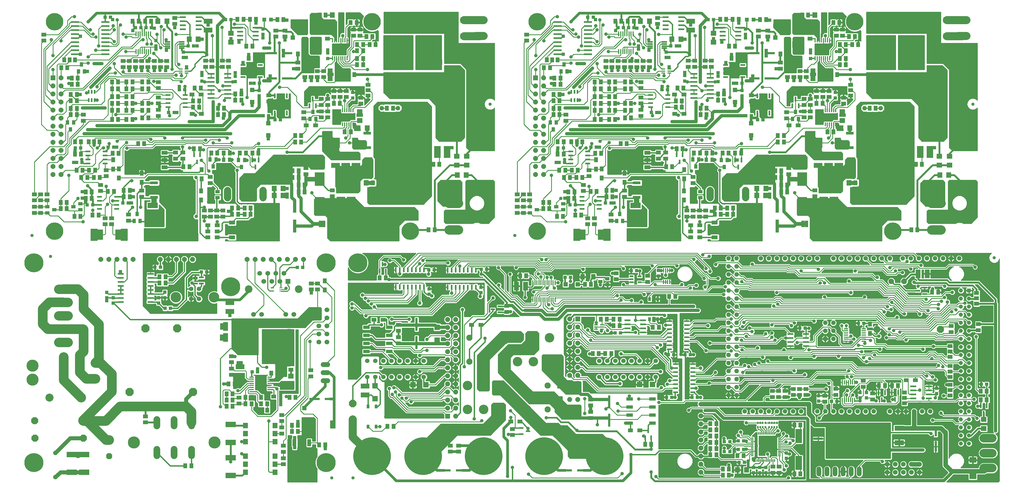
<source format=gtl>
G75*
G70*
%OFA0B0*%
%FSLAX24Y24*%
%IPPOS*%
%LPD*%
%AMOC8*
5,1,8,0,0,1.08239X$1,22.5*
%
%ADD10R,0.0591X0.0472*%
%ADD11R,0.0433X0.0394*%
%ADD12R,0.0591X0.0512*%
%ADD13R,0.0512X0.0591*%
%ADD14R,0.1063X0.0630*%
%ADD15R,0.0680X0.0190*%
%ADD16R,0.0394X0.0433*%
%ADD17R,0.0138X0.0630*%
%ADD18R,0.1000X0.0220*%
%ADD19R,0.0630X0.0710*%
%ADD20C,0.0885*%
%ADD21R,0.0472X0.0591*%
%ADD22R,0.0750X0.0450*%
%ADD23R,0.1250X0.2000*%
%ADD24R,0.0610X0.0236*%
%ADD25R,0.0394X0.0551*%
%ADD26R,0.0551X0.0394*%
%ADD27R,0.0709X0.1260*%
%ADD28R,0.0220X0.0600*%
%ADD29R,0.0220X0.0520*%
%ADD30R,0.0980X0.0370*%
%ADD31R,0.2570X0.2650*%
%ADD32R,0.0630X0.0709*%
%ADD33R,0.0780X0.0220*%
%ADD34R,0.0594X0.0594*%
%ADD35OC8,0.0594*%
%ADD36R,0.2244X0.2165*%
%ADD37R,0.0669X0.0512*%
%ADD38R,0.0709X0.0630*%
%ADD39R,0.1200X0.0600*%
%ADD40R,0.0180X0.0500*%
%ADD41R,0.1160X0.0690*%
%ADD42R,0.1280X0.0300*%
%ADD43R,0.0472X0.0472*%
%ADD44R,0.0551X0.0551*%
%ADD45R,0.0140X0.0560*%
%ADD46C,0.1236*%
%ADD47OC8,0.1236*%
%ADD48R,0.2165X0.2244*%
%ADD49R,0.0512X0.0669*%
%ADD50R,0.0236X0.0610*%
%ADD51R,0.0460X0.0140*%
%ADD52R,0.0220X0.0500*%
%ADD53R,0.0866X0.0236*%
%ADD54C,0.1000*%
%ADD55R,0.0430X0.1600*%
%ADD56R,0.0709X0.0866*%
%ADD57R,0.0827X0.1457*%
%ADD58R,0.0551X0.0827*%
%ADD59OC8,0.0560*%
%ADD60OC8,0.0520*%
%ADD61R,0.0866X0.0709*%
%ADD62R,0.1772X0.1673*%
%ADD63C,0.1000*%
%ADD64R,0.1640X0.0470*%
%ADD65R,0.1260X0.0709*%
%ADD66R,0.0560X0.0140*%
%ADD67R,0.1180X0.1180*%
%ADD68R,0.1969X0.2165*%
%ADD69R,0.0630X0.1063*%
%ADD70OC8,0.0885*%
%ADD71R,0.0710X0.0630*%
%ADD72C,0.0825*%
%ADD73OC8,0.0760*%
%ADD74C,0.1502*%
%ADD75R,0.0598X0.0701*%
%ADD76R,0.0709X0.0984*%
%ADD77C,0.0594*%
%ADD78C,0.0594*%
%ADD79R,0.0480X0.0880*%
%ADD80R,0.1417X0.0866*%
%ADD81C,0.0560*%
%ADD82C,0.1306*%
%ADD83C,0.0945*%
%ADD84R,0.0440X0.0100*%
%ADD85R,0.0440X0.0120*%
%ADD86R,0.0520X0.0370*%
%ADD87R,0.0620X0.0220*%
%ADD88OC8,0.0600*%
%ADD89R,0.0787X0.0394*%
%ADD90R,0.0140X0.0630*%
%ADD91R,0.0520X0.0220*%
%ADD92R,0.2441X0.2283*%
%ADD93R,0.1181X0.0630*%
%ADD94R,0.1130X0.0300*%
%ADD95C,0.0397*%
%ADD96R,0.0580X0.0140*%
%ADD97R,0.0787X0.1772*%
%ADD98R,0.0600X0.0220*%
%ADD99C,0.0860*%
%ADD100OC8,0.0860*%
%ADD101OC8,0.0554*%
%ADD102R,0.0240X0.0610*%
%ADD103R,0.0669X0.0709*%
%ADD104C,0.1181*%
%ADD105C,0.0768*%
%ADD106C,0.4685*%
%ADD107C,0.1065*%
%ADD108R,0.0610X0.0240*%
%ADD109R,0.0350X0.0500*%
%ADD110C,0.0515*%
%ADD111R,0.0515X0.0515*%
%ADD112R,0.0500X0.0220*%
%ADD113R,0.0551X0.0709*%
%ADD114R,0.0709X0.0669*%
%ADD115C,0.0554*%
%ADD116C,0.0063*%
%ADD117R,0.0197X0.0256*%
%ADD118R,0.0140X0.0520*%
%ADD119C,0.0400*%
%ADD120C,0.0700*%
%ADD121OC8,0.0700*%
%ADD122OC8,0.1000*%
%ADD123C,0.1181*%
%ADD124R,0.0140X0.0580*%
%ADD125R,0.0300X0.1280*%
%ADD126R,0.0300X0.1600*%
%ADD127OC8,0.0906*%
%ADD128R,0.1600X0.0300*%
%ADD129R,0.0396X0.0396*%
%ADD130C,0.0120*%
%ADD131C,0.0160*%
%ADD132C,0.0100*%
%ADD133OC8,0.0396*%
%ADD134C,0.0400*%
%ADD135C,0.0240*%
%ADD136C,0.0320*%
%ADD137C,0.0140*%
%ADD138C,0.0560*%
%ADD139C,0.0200*%
%ADD140R,0.0436X0.0436*%
%ADD141C,0.0660*%
%ADD142C,0.2165*%
%ADD143C,0.0500*%
%ADD144C,0.0180*%
%ADD145C,0.0080*%
%ADD146C,0.1200*%
%ADD147C,0.2362*%
%ADD148C,0.1500*%
D10*
X048220Y023972D03*
X049361Y023972D03*
X060345Y023347D03*
X061486Y023347D03*
X065195Y011322D03*
X066336Y011322D03*
X080046Y010234D03*
X081188Y010234D03*
X114220Y016472D03*
X115361Y016472D03*
X088629Y034197D03*
X088629Y034947D03*
X088629Y035697D03*
X087487Y035697D03*
X087487Y034947D03*
X087487Y034197D03*
X099687Y048097D03*
X100829Y048097D03*
X086679Y049547D03*
X085537Y049547D03*
X085512Y051922D03*
X086654Y051922D03*
X040986Y048097D03*
X039845Y048097D03*
X026836Y049547D03*
X025695Y049547D03*
X025670Y051922D03*
X026811Y051922D03*
X027645Y035697D03*
X027645Y034947D03*
X027645Y034197D03*
X028786Y034197D03*
X028786Y034947D03*
X028786Y035697D03*
D11*
X017775Y038472D03*
X017106Y038472D03*
X013350Y038247D03*
X012681Y038247D03*
X012025Y043497D03*
X011356Y043497D03*
X011206Y045297D03*
X011875Y045297D03*
X015281Y045397D03*
X015950Y045397D03*
X022781Y049697D03*
X023450Y049697D03*
X024106Y052547D03*
X024775Y052547D03*
X033356Y053347D03*
X034025Y053347D03*
X034015Y052432D03*
X034015Y051762D03*
X035956Y048797D03*
X036625Y048797D03*
X025875Y057972D03*
X025206Y057972D03*
X020625Y060247D03*
X019956Y060247D03*
X019325Y060247D03*
X018656Y060247D03*
X015575Y061522D03*
X014906Y061522D03*
X071048Y045297D03*
X071718Y045297D03*
X075123Y045397D03*
X075793Y045397D03*
X071868Y043497D03*
X071198Y043497D03*
X076948Y038472D03*
X077618Y038472D03*
X073193Y038247D03*
X072523Y038247D03*
X062200Y030247D03*
X061531Y030247D03*
X055700Y030172D03*
X055031Y030172D03*
X078131Y022322D03*
X078800Y022322D03*
X084731Y019622D03*
X085400Y019622D03*
X086806Y019622D03*
X087475Y019622D03*
X087656Y014347D03*
X088325Y014347D03*
X085175Y014347D03*
X084506Y014347D03*
X091681Y008847D03*
X092350Y008847D03*
X093406Y008922D03*
X094075Y008922D03*
X094075Y007872D03*
X093406Y007872D03*
X092350Y007597D03*
X091681Y007597D03*
X093506Y006272D03*
X094175Y006272D03*
X104956Y013847D03*
X105625Y013847D03*
X101700Y022922D03*
X101031Y022922D03*
X108306Y023547D03*
X108975Y023547D03*
X123531Y015972D03*
X124200Y015972D03*
X080800Y030072D03*
X080131Y030072D03*
X095798Y048797D03*
X096468Y048797D03*
X093858Y051762D03*
X093858Y052432D03*
X093868Y053347D03*
X093198Y053347D03*
X084618Y052547D03*
X083948Y052547D03*
X083293Y049697D03*
X082623Y049697D03*
X085048Y057972D03*
X085718Y057972D03*
X080468Y060247D03*
X079798Y060247D03*
X079168Y060247D03*
X078498Y060247D03*
X075418Y061522D03*
X074748Y061522D03*
X027500Y029897D03*
X026831Y029897D03*
X033131Y017497D03*
X033800Y017497D03*
D12*
X030565Y017148D03*
X030565Y017896D03*
X030565Y018698D03*
X030565Y019446D03*
X037940Y018521D03*
X037940Y017773D03*
X040390Y017696D03*
X040390Y016948D03*
X035790Y014446D03*
X035790Y013698D03*
X036815Y012146D03*
X036815Y011398D03*
X036815Y010596D03*
X036815Y009848D03*
X037015Y008321D03*
X037015Y007573D03*
X037015Y006771D03*
X037015Y006023D03*
X031515Y013558D03*
X031515Y014306D03*
X019890Y011971D03*
X019890Y011223D03*
X051265Y021048D03*
X051265Y021796D03*
X051265Y022598D03*
X051265Y023346D03*
X041240Y027723D03*
X041240Y028471D03*
X040465Y028471D03*
X040465Y027723D03*
X029515Y036773D03*
X029515Y037521D03*
X028740Y037521D03*
X028740Y036773D03*
X027965Y036773D03*
X027965Y037521D03*
X027190Y037521D03*
X027190Y036773D03*
X019440Y039248D03*
X019440Y039996D03*
X015040Y041798D03*
X015040Y042546D03*
X014342Y040700D03*
X014342Y039952D03*
X014890Y036571D03*
X014890Y035823D03*
X015715Y035823D03*
X015715Y036571D03*
X017790Y036273D03*
X017790Y037021D03*
X007690Y038798D03*
X007690Y039546D03*
X006915Y039546D03*
X006915Y038798D03*
X006140Y038798D03*
X006140Y039546D03*
X006140Y037996D03*
X006140Y037248D03*
X006915Y037248D03*
X006915Y037996D03*
X023640Y043973D03*
X024540Y043973D03*
X024540Y044721D03*
X023640Y044721D03*
X027940Y041696D03*
X027940Y040948D03*
X039815Y042048D03*
X039815Y042796D03*
X043065Y040046D03*
X043065Y039298D03*
X039540Y048973D03*
X039540Y049721D03*
X041715Y049846D03*
X041715Y049098D03*
X042490Y049098D03*
X042490Y049846D03*
X042490Y050648D03*
X042490Y051396D03*
X041715Y051396D03*
X041715Y050648D03*
X043265Y051623D03*
X043265Y052371D03*
X044040Y052371D03*
X044040Y051623D03*
X044815Y051623D03*
X044815Y052371D03*
X046615Y051546D03*
X047490Y051803D03*
X047490Y052472D03*
X047490Y053141D03*
X046615Y050798D03*
X041990Y054098D03*
X041990Y054846D03*
X041215Y054846D03*
X041215Y054098D03*
X040440Y054098D03*
X040440Y054846D03*
X039665Y054846D03*
X039665Y054098D03*
X038790Y055148D03*
X038790Y055896D03*
X042465Y058873D03*
X042465Y059621D03*
X045715Y059248D03*
X045715Y059996D03*
X046490Y059996D03*
X046490Y059248D03*
X037215Y059123D03*
X037215Y059871D03*
X036065Y059871D03*
X036065Y059123D03*
X030215Y056121D03*
X030215Y055373D03*
X029440Y055373D03*
X029440Y056121D03*
X028140Y056121D03*
X028140Y055373D03*
X027365Y055373D03*
X027365Y056121D03*
X022540Y056096D03*
X022540Y055348D03*
X021765Y055348D03*
X021765Y056096D03*
X020990Y056096D03*
X020990Y055348D03*
X020215Y055348D03*
X020215Y056096D03*
X019440Y056096D03*
X019440Y055348D03*
X018665Y055348D03*
X018665Y056096D03*
X017890Y056096D03*
X017890Y055348D03*
X017140Y055348D03*
X017140Y056096D03*
X021490Y053471D03*
X021490Y052723D03*
X021490Y051571D03*
X021490Y050823D03*
X021490Y050026D03*
X021490Y049278D03*
X012190Y049421D03*
X012190Y048673D03*
X007315Y058623D03*
X007315Y059371D03*
X023540Y060698D03*
X023540Y061446D03*
X035190Y051821D03*
X035190Y051073D03*
X065983Y039546D03*
X065983Y038798D03*
X066758Y038798D03*
X066758Y039546D03*
X067533Y039546D03*
X067533Y038798D03*
X066758Y037996D03*
X066758Y037248D03*
X065983Y037248D03*
X065983Y037996D03*
X074184Y039952D03*
X074184Y040700D03*
X074883Y041798D03*
X074883Y042546D03*
X079283Y039996D03*
X079283Y039248D03*
X077633Y037021D03*
X077633Y036273D03*
X075558Y036571D03*
X075558Y035823D03*
X074733Y035823D03*
X074733Y036571D03*
X087033Y036773D03*
X087033Y037521D03*
X087808Y037521D03*
X087808Y036773D03*
X088583Y036773D03*
X088583Y037521D03*
X089358Y037521D03*
X089358Y036773D03*
X087783Y040948D03*
X087783Y041696D03*
X084383Y043973D03*
X083483Y043973D03*
X083483Y044721D03*
X084383Y044721D03*
X081333Y049278D03*
X081333Y050026D03*
X081333Y050823D03*
X081333Y051571D03*
X081333Y052723D03*
X081333Y053471D03*
X081608Y055348D03*
X081608Y056096D03*
X082383Y056096D03*
X082383Y055348D03*
X080833Y055348D03*
X080833Y056096D03*
X080058Y056096D03*
X080058Y055348D03*
X079283Y055348D03*
X079283Y056096D03*
X078508Y056096D03*
X078508Y055348D03*
X077733Y055348D03*
X077733Y056096D03*
X076983Y056096D03*
X076983Y055348D03*
X067158Y058623D03*
X067158Y059371D03*
X083383Y060698D03*
X083383Y061446D03*
X087208Y056121D03*
X087208Y055373D03*
X087983Y055373D03*
X087983Y056121D03*
X089283Y056121D03*
X089283Y055373D03*
X090058Y055373D03*
X090058Y056121D03*
X095908Y059123D03*
X095908Y059871D03*
X097058Y059871D03*
X097058Y059123D03*
X102308Y058873D03*
X102308Y059621D03*
X105558Y059248D03*
X105558Y059996D03*
X106333Y059996D03*
X106333Y059248D03*
X098633Y055896D03*
X098633Y055148D03*
X099508Y054846D03*
X099508Y054098D03*
X100283Y054098D03*
X100283Y054846D03*
X101058Y054846D03*
X101058Y054098D03*
X101833Y054098D03*
X101833Y054846D03*
X103108Y052371D03*
X103108Y051623D03*
X103883Y051623D03*
X103883Y052371D03*
X104658Y052371D03*
X104658Y051623D03*
X102333Y051396D03*
X102333Y050648D03*
X101558Y050648D03*
X101558Y051396D03*
X101558Y049846D03*
X101558Y049098D03*
X102333Y049098D03*
X102333Y049846D03*
X099383Y049721D03*
X099383Y048973D03*
X095033Y051073D03*
X095033Y051821D03*
X106458Y051546D03*
X107333Y051803D03*
X107333Y052472D03*
X107333Y053141D03*
X106458Y050798D03*
X099658Y042796D03*
X099658Y042048D03*
X102908Y040046D03*
X102908Y039298D03*
X082165Y029421D03*
X082165Y028673D03*
X078265Y028998D03*
X078265Y029746D03*
X064715Y025696D03*
X064715Y024948D03*
X075090Y014071D03*
X075090Y013323D03*
X075090Y012521D03*
X075090Y011773D03*
X065390Y010402D03*
X065390Y009654D03*
X058740Y008346D03*
X058740Y007598D03*
X057715Y007598D03*
X057715Y008346D03*
X097690Y005721D03*
X098465Y005721D03*
X098465Y004973D03*
X097690Y004973D03*
X104140Y013798D03*
X104140Y014546D03*
X105515Y014648D03*
X105515Y015396D03*
X108890Y015648D03*
X110065Y014821D03*
X110065Y014073D03*
X114015Y014272D03*
X114015Y013603D03*
X114015Y014941D03*
X108890Y016396D03*
X101790Y015371D03*
X101790Y014623D03*
X101015Y014623D03*
X101015Y015371D03*
X100240Y015371D03*
X100240Y014623D03*
X099190Y014373D03*
X098415Y014373D03*
X097640Y014373D03*
X097640Y015121D03*
X098415Y015121D03*
X099190Y015121D03*
X119665Y015222D03*
X119665Y014553D03*
X119665Y015891D03*
X119665Y016878D03*
X119665Y017547D03*
X119665Y018216D03*
X119665Y019353D03*
X119665Y020022D03*
X119665Y020691D03*
X119815Y022448D03*
X119815Y023196D03*
X123165Y023421D03*
X123165Y022673D03*
X122940Y025953D03*
X122940Y026622D03*
X122940Y027291D03*
X072033Y048673D03*
X072033Y049421D03*
D13*
X071232Y049422D03*
X070484Y049422D03*
X070484Y050197D03*
X071232Y050197D03*
X071232Y051172D03*
X070484Y051172D03*
X070484Y051947D03*
X071232Y051947D03*
X071357Y053197D03*
X070609Y053197D03*
X070609Y053972D03*
X071357Y053972D03*
X070057Y055272D03*
X069309Y055272D03*
X069664Y056222D03*
X070333Y056222D03*
X071002Y056222D03*
X075609Y053497D03*
X076357Y053497D03*
X077384Y053497D03*
X078132Y053497D03*
X079359Y053497D03*
X080107Y053497D03*
X080107Y052647D03*
X079359Y052647D03*
X078132Y052647D03*
X077384Y052647D03*
X077384Y051667D03*
X078132Y051667D03*
X076357Y051667D03*
X075609Y051667D03*
X075609Y052647D03*
X076357Y052647D03*
X076357Y050822D03*
X075609Y050822D03*
X075609Y049972D03*
X076357Y049972D03*
X077384Y049971D03*
X078132Y049971D03*
X078132Y050822D03*
X077384Y050822D03*
X079359Y050822D03*
X080107Y050822D03*
X080107Y049972D03*
X079359Y049972D03*
X079359Y049047D03*
X080107Y049047D03*
X078132Y048822D03*
X077384Y048822D03*
X076357Y048822D03*
X075609Y048822D03*
X074052Y046072D03*
X073383Y046072D03*
X072714Y046072D03*
X071757Y046072D03*
X071009Y046072D03*
X071009Y044522D03*
X071757Y044522D03*
X075663Y044616D03*
X076411Y044616D03*
X078834Y045822D03*
X079582Y045822D03*
X084459Y042972D03*
X085207Y042972D03*
X085759Y045197D03*
X086507Y045197D03*
X087909Y044672D03*
X088657Y044672D03*
X089459Y044672D03*
X090207Y044672D03*
X091459Y044672D03*
X092207Y044672D03*
X093009Y044672D03*
X093757Y044672D03*
X098309Y046022D03*
X099057Y046022D03*
X099057Y046822D03*
X098309Y046822D03*
X104459Y047297D03*
X105207Y047297D03*
X109684Y050247D03*
X110432Y050247D03*
X103857Y050822D03*
X103109Y050822D03*
X104909Y054397D03*
X105657Y054397D03*
X105984Y055622D03*
X106732Y055622D03*
X106732Y056397D03*
X105984Y056397D03*
X105984Y057372D03*
X106732Y057372D03*
X106732Y058147D03*
X105984Y058147D03*
X107534Y058147D03*
X108282Y058147D03*
X107882Y059147D03*
X107134Y059147D03*
X105932Y060872D03*
X105184Y060872D03*
X102082Y061797D03*
X101334Y061797D03*
X096857Y061247D03*
X096109Y061247D03*
X093457Y061272D03*
X092709Y061272D03*
X091907Y061272D03*
X091159Y061272D03*
X092259Y057922D03*
X093007Y057922D03*
X093307Y056422D03*
X092559Y056422D03*
X098634Y056972D03*
X099382Y056972D03*
X091632Y051997D03*
X090884Y051997D03*
X090884Y051222D03*
X091632Y051222D03*
X089482Y050222D03*
X088734Y050222D03*
X088734Y049447D03*
X089482Y049447D03*
X086407Y050372D03*
X085659Y050372D03*
X085659Y051147D03*
X086407Y051147D03*
X086607Y052722D03*
X085859Y052722D03*
X080457Y061022D03*
X079709Y061022D03*
X078907Y061022D03*
X078159Y061022D03*
X050589Y050247D03*
X049841Y050247D03*
X045364Y047297D03*
X044616Y047297D03*
X039214Y046822D03*
X038466Y046822D03*
X038466Y046022D03*
X039214Y046022D03*
X033914Y044672D03*
X033166Y044672D03*
X032364Y044672D03*
X031616Y044672D03*
X030364Y044672D03*
X029616Y044672D03*
X028814Y044672D03*
X028066Y044672D03*
X026664Y045197D03*
X025916Y045197D03*
X025364Y042972D03*
X024616Y042972D03*
X019739Y045822D03*
X018991Y045822D03*
X016569Y044616D03*
X015820Y044616D03*
X014210Y046072D03*
X013540Y046072D03*
X012871Y046072D03*
X011914Y046072D03*
X011166Y046072D03*
X011166Y044522D03*
X011914Y044522D03*
X012114Y042547D03*
X011366Y042547D03*
X011941Y041647D03*
X012689Y041647D03*
X013491Y041647D03*
X014239Y041647D03*
X013664Y042547D03*
X012916Y042547D03*
X013246Y039816D03*
X012498Y039816D03*
X012491Y039035D03*
X013239Y039035D03*
X015241Y039897D03*
X015989Y039897D03*
X017216Y040029D03*
X017964Y040029D03*
X017964Y039247D03*
X017216Y039247D03*
X014089Y036972D03*
X013341Y036972D03*
X011839Y036797D03*
X011091Y036797D03*
X010139Y037772D03*
X009391Y037772D03*
X009391Y038547D03*
X010139Y038547D03*
X021641Y029297D03*
X022389Y029297D03*
X022389Y028522D03*
X021641Y028522D03*
X030641Y037072D03*
X031389Y037072D03*
X031389Y037847D03*
X030641Y037847D03*
X032191Y037847D03*
X032939Y037847D03*
X032939Y037072D03*
X032191Y037072D03*
X038891Y039847D03*
X039639Y039847D03*
X039639Y040697D03*
X038891Y040697D03*
X038889Y041622D03*
X038141Y041622D03*
X038141Y042472D03*
X038889Y042472D03*
X048091Y040972D03*
X048839Y040972D03*
X055591Y043272D03*
X056339Y043272D03*
X069234Y038547D03*
X069982Y038547D03*
X069982Y037772D03*
X069234Y037772D03*
X070934Y036797D03*
X071682Y036797D03*
X073184Y036972D03*
X073932Y036972D03*
X073082Y039035D03*
X072334Y039035D03*
X072340Y039816D03*
X073088Y039816D03*
X075084Y039897D03*
X075832Y039897D03*
X077059Y040029D03*
X077807Y040029D03*
X077807Y039247D03*
X077059Y039247D03*
X074082Y041647D03*
X073334Y041647D03*
X072532Y041647D03*
X071784Y041647D03*
X071957Y042547D03*
X071209Y042547D03*
X072759Y042547D03*
X073507Y042547D03*
X090484Y037847D03*
X091232Y037847D03*
X091232Y037072D03*
X090484Y037072D03*
X092034Y037072D03*
X092782Y037072D03*
X092782Y037847D03*
X092034Y037847D03*
X098734Y039847D03*
X099482Y039847D03*
X099482Y040697D03*
X098734Y040697D03*
X098732Y041622D03*
X097984Y041622D03*
X097984Y042472D03*
X098732Y042472D03*
X107934Y040972D03*
X108682Y040972D03*
X115434Y043272D03*
X116182Y043272D03*
X115607Y035122D03*
X114859Y035122D03*
X117441Y027397D03*
X118189Y027397D03*
X113214Y015797D03*
X112466Y015797D03*
X111589Y015797D03*
X110841Y015797D03*
X101114Y010897D03*
X100366Y010897D03*
X094064Y007097D03*
X093316Y007097D03*
X090689Y007197D03*
X089941Y007197D03*
X089941Y007972D03*
X090689Y007972D03*
X090689Y008747D03*
X089941Y008747D03*
X089941Y009522D03*
X090689Y009522D03*
X090689Y010297D03*
X089941Y010297D03*
X089941Y011072D03*
X090689Y011072D03*
X082614Y008497D03*
X081866Y008497D03*
X091491Y005447D03*
X092239Y005447D03*
X092239Y004672D03*
X091491Y004672D03*
X100366Y004847D03*
X101114Y004847D03*
X123466Y014022D03*
X124214Y014022D03*
X124214Y015097D03*
X123466Y015097D03*
X085589Y026872D03*
X084841Y026872D03*
X078689Y024022D03*
X077941Y024022D03*
X077941Y023247D03*
X078689Y023247D03*
X077114Y024022D03*
X076366Y024022D03*
X082816Y023022D03*
X083564Y023022D03*
X077664Y019772D03*
X076916Y019772D03*
X076114Y019772D03*
X075366Y019772D03*
X075139Y028372D03*
X074391Y028372D03*
X067114Y029447D03*
X066366Y029447D03*
X055764Y035122D03*
X055016Y035122D03*
X049689Y029172D03*
X048941Y029172D03*
X036264Y017347D03*
X035516Y017347D03*
X030964Y015997D03*
X030216Y015997D03*
X029966Y014772D03*
X030714Y014772D03*
X030714Y013997D03*
X029966Y013997D03*
X029966Y013222D03*
X030714Y013222D03*
X032316Y013547D03*
X033064Y013547D03*
X033064Y014322D03*
X032316Y014322D03*
X034241Y014322D03*
X034989Y014322D03*
X034989Y013522D03*
X034241Y013522D03*
X034241Y012747D03*
X034989Y012747D03*
X037766Y014347D03*
X038514Y014347D03*
X038814Y010872D03*
X038066Y010872D03*
X038066Y010097D03*
X038814Y010097D03*
X041441Y008422D03*
X042189Y008422D03*
X049916Y010747D03*
X050664Y010747D03*
X025589Y005822D03*
X024841Y005822D03*
X018289Y048822D03*
X017541Y048822D03*
X016514Y048822D03*
X015766Y048822D03*
X015766Y049972D03*
X016514Y049972D03*
X016514Y050822D03*
X015766Y050822D03*
X015766Y051667D03*
X016514Y051667D03*
X016514Y052647D03*
X015766Y052647D03*
X015766Y053497D03*
X016514Y053497D03*
X017541Y053497D03*
X018289Y053497D03*
X019516Y053497D03*
X020264Y053497D03*
X020264Y052647D03*
X019516Y052647D03*
X018289Y052647D03*
X017541Y052647D03*
X017541Y051667D03*
X018289Y051667D03*
X018289Y050822D03*
X017541Y050822D03*
X017541Y049971D03*
X018289Y049971D03*
X019516Y049972D03*
X020264Y049972D03*
X020264Y050822D03*
X019516Y050822D03*
X019516Y049047D03*
X020264Y049047D03*
X025816Y050372D03*
X026564Y050372D03*
X026564Y051147D03*
X025816Y051147D03*
X026016Y052722D03*
X026764Y052722D03*
X031041Y051997D03*
X031789Y051997D03*
X031789Y051222D03*
X031041Y051222D03*
X029639Y050222D03*
X028891Y050222D03*
X028891Y049447D03*
X029639Y049447D03*
X043266Y050822D03*
X044014Y050822D03*
X045066Y054397D03*
X045814Y054397D03*
X046141Y055622D03*
X046889Y055622D03*
X046889Y056397D03*
X046141Y056397D03*
X046141Y057372D03*
X046889Y057372D03*
X046889Y058147D03*
X046141Y058147D03*
X047691Y058147D03*
X048439Y058147D03*
X048039Y059147D03*
X047291Y059147D03*
X046089Y060872D03*
X045341Y060872D03*
X042239Y061797D03*
X041491Y061797D03*
X037014Y061247D03*
X036266Y061247D03*
X033614Y061272D03*
X032866Y061272D03*
X032064Y061272D03*
X031316Y061272D03*
X032416Y057922D03*
X033164Y057922D03*
X033464Y056422D03*
X032716Y056422D03*
X038791Y056972D03*
X039539Y056972D03*
X020614Y061022D03*
X019866Y061022D03*
X019064Y061022D03*
X018316Y061022D03*
X011160Y056222D03*
X010490Y056222D03*
X009821Y056222D03*
X009466Y055272D03*
X010214Y055272D03*
X010766Y053972D03*
X011514Y053972D03*
X011514Y053197D03*
X010766Y053197D03*
X010641Y051947D03*
X011389Y051947D03*
X011389Y051172D03*
X010641Y051172D03*
X010641Y050197D03*
X011389Y050197D03*
X011389Y049422D03*
X010641Y049422D03*
D14*
X027665Y059946D03*
X027665Y061048D03*
X043465Y044223D03*
X044740Y044223D03*
X046015Y044223D03*
X046015Y043121D03*
X044740Y043121D03*
X043465Y043121D03*
X044140Y040023D03*
X045415Y040023D03*
X045415Y038921D03*
X044140Y038921D03*
X030365Y026098D03*
X030365Y024996D03*
X031640Y018148D03*
X031640Y017046D03*
X047140Y015748D03*
X047140Y014646D03*
X103983Y038921D03*
X105258Y038921D03*
X105258Y040023D03*
X103983Y040023D03*
X104583Y043121D03*
X105858Y043121D03*
X105858Y044223D03*
X104583Y044223D03*
X103308Y044223D03*
X103308Y043121D03*
X087508Y059946D03*
X087508Y061048D03*
D15*
X084238Y058452D03*
X084238Y058202D03*
X084238Y057942D03*
X084238Y057692D03*
X082478Y057692D03*
X082478Y057942D03*
X082478Y058202D03*
X082478Y058452D03*
X024395Y058452D03*
X024395Y058202D03*
X024395Y057942D03*
X024395Y057692D03*
X022635Y057692D03*
X022635Y057942D03*
X022635Y058202D03*
X022635Y058452D03*
D16*
X021190Y058632D03*
X021190Y057962D03*
X024615Y057207D03*
X024615Y056537D03*
X026915Y054282D03*
X026915Y053612D03*
X031040Y053537D03*
X031040Y054207D03*
X034506Y049297D03*
X035175Y049297D03*
X045590Y051512D03*
X045590Y052182D03*
X042515Y056412D03*
X042515Y057082D03*
X034465Y059387D03*
X034465Y060057D03*
X030500Y061222D03*
X029831Y061222D03*
X081033Y058632D03*
X081033Y057962D03*
X084458Y057207D03*
X084458Y056537D03*
X086758Y054282D03*
X086758Y053612D03*
X090883Y053537D03*
X090883Y054207D03*
X094348Y049297D03*
X095018Y049297D03*
X105433Y051512D03*
X105433Y052182D03*
X102358Y056412D03*
X102358Y057082D03*
X094308Y059387D03*
X094308Y060057D03*
X090343Y061222D03*
X089673Y061222D03*
X039400Y030472D03*
X038731Y030472D03*
X023000Y025397D03*
X022331Y025397D03*
X021540Y026037D03*
X021540Y026707D03*
X022315Y026712D03*
X022315Y027382D03*
X021750Y030497D03*
X021081Y030497D03*
X015115Y027357D03*
X015115Y026687D03*
X015890Y026707D03*
X015890Y026037D03*
X055065Y027137D03*
X055065Y027807D03*
X061490Y028007D03*
X061490Y027337D03*
X071931Y029222D03*
X072600Y029222D03*
X083490Y029412D03*
X083490Y030082D03*
X103365Y014532D03*
X103365Y013862D03*
X108515Y014262D03*
X108515Y014932D03*
X109290Y014932D03*
X109290Y014262D03*
X117990Y014787D03*
X117990Y015457D03*
X099365Y007432D03*
X099365Y006762D03*
X096840Y005632D03*
X096840Y004962D03*
X096065Y004962D03*
X096065Y005632D03*
X095290Y005632D03*
X095290Y004962D03*
D17*
X080369Y057270D03*
X080113Y057270D03*
X079857Y057270D03*
X079601Y057270D03*
X079345Y057270D03*
X079089Y057270D03*
X078833Y057270D03*
X078577Y057270D03*
X078577Y059474D03*
X078833Y059474D03*
X079089Y059474D03*
X079345Y059474D03*
X079601Y059474D03*
X079857Y059474D03*
X080113Y059474D03*
X080369Y059474D03*
X020526Y059474D03*
X020270Y059474D03*
X020014Y059474D03*
X019759Y059474D03*
X019503Y059474D03*
X019247Y059474D03*
X018991Y059474D03*
X018735Y059474D03*
X018735Y057270D03*
X018991Y057270D03*
X019247Y057270D03*
X019503Y057270D03*
X019759Y057270D03*
X020014Y057270D03*
X020270Y057270D03*
X020526Y057270D03*
D18*
X014920Y057447D03*
X014920Y056947D03*
X014920Y057947D03*
X014920Y058447D03*
X014920Y058947D03*
X014920Y059447D03*
X014920Y059947D03*
X014920Y060447D03*
X014920Y060947D03*
X011160Y060947D03*
X011160Y060447D03*
X011160Y059947D03*
X011160Y059447D03*
X011160Y058947D03*
X011160Y058447D03*
X011160Y057947D03*
X011160Y057447D03*
X011160Y056947D03*
X071003Y056947D03*
X071003Y057447D03*
X071003Y057947D03*
X071003Y058447D03*
X071003Y058947D03*
X071003Y059447D03*
X071003Y059947D03*
X071003Y060447D03*
X071003Y060947D03*
X074763Y060947D03*
X074763Y060447D03*
X074763Y059947D03*
X074763Y059447D03*
X074763Y058947D03*
X074763Y058447D03*
X074763Y057947D03*
X074763Y057447D03*
X074763Y056947D03*
D19*
X081273Y061022D03*
X082393Y061022D03*
X102898Y061797D03*
X104018Y061797D03*
X118748Y048647D03*
X119868Y048647D03*
X107243Y047772D03*
X106123Y047772D03*
X105998Y040972D03*
X107118Y040972D03*
X096818Y040272D03*
X095698Y040272D03*
X060025Y048647D03*
X058906Y048647D03*
X047400Y047772D03*
X046281Y047772D03*
X046156Y040972D03*
X047275Y040972D03*
X036975Y040272D03*
X035856Y040272D03*
X022550Y061022D03*
X021431Y061022D03*
X043056Y061797D03*
X044175Y061797D03*
D20*
X034452Y040015D02*
X034452Y039130D01*
X032252Y039130D02*
X032252Y040015D01*
X030052Y040015D02*
X030052Y039130D01*
X089895Y039130D02*
X089895Y040015D01*
X092095Y040015D02*
X092095Y039130D01*
X094295Y039130D02*
X094295Y040015D01*
D21*
X086658Y039968D03*
X086658Y038826D03*
X086708Y041451D03*
X086708Y042593D03*
X079283Y042168D03*
X079283Y041026D03*
X076458Y041551D03*
X076458Y042693D03*
X075758Y042676D03*
X075758Y043818D03*
X042140Y028793D03*
X042140Y027651D03*
X026815Y038826D03*
X026815Y039968D03*
X026865Y041451D03*
X026865Y042593D03*
X019440Y042168D03*
X019440Y041026D03*
X016615Y041551D03*
X016615Y042693D03*
X015915Y042676D03*
X015915Y043818D03*
X109740Y023418D03*
X109740Y022276D03*
D22*
X090473Y034212D03*
X090473Y035122D03*
X090473Y036032D03*
X082118Y042887D03*
X082118Y043797D03*
X082118Y044707D03*
X030630Y036032D03*
X030630Y035122D03*
X030630Y034212D03*
X022275Y042887D03*
X022275Y043797D03*
X022275Y044707D03*
D23*
X020005Y043797D03*
X032900Y035122D03*
X079848Y043797D03*
X092743Y035122D03*
D24*
X076171Y037724D03*
X076171Y038224D03*
X076171Y038724D03*
X076171Y039224D03*
X074045Y039224D03*
X074045Y038724D03*
X074045Y038224D03*
X074045Y037724D03*
X074746Y043349D03*
X074746Y043849D03*
X074746Y044349D03*
X074746Y044849D03*
X072620Y044849D03*
X072620Y044349D03*
X072620Y043849D03*
X072620Y043349D03*
X082545Y050374D03*
X082545Y050874D03*
X082545Y051374D03*
X082545Y051874D03*
X084671Y051874D03*
X084671Y051374D03*
X084671Y050874D03*
X084671Y050374D03*
X091845Y054099D03*
X091845Y054599D03*
X091845Y055099D03*
X091845Y055599D03*
X093971Y055599D03*
X093971Y055099D03*
X093971Y054599D03*
X093971Y054099D03*
X034128Y054099D03*
X034128Y054599D03*
X034128Y055099D03*
X034128Y055599D03*
X032002Y055599D03*
X032002Y055099D03*
X032002Y054599D03*
X032002Y054099D03*
X024828Y051874D03*
X024828Y051374D03*
X024828Y050874D03*
X024828Y050374D03*
X022702Y050374D03*
X022702Y050874D03*
X022702Y051374D03*
X022702Y051874D03*
X014903Y044849D03*
X014903Y044349D03*
X014903Y043849D03*
X014903Y043349D03*
X012777Y043349D03*
X012777Y043849D03*
X012777Y044349D03*
X012777Y044849D03*
X014202Y039224D03*
X014202Y038724D03*
X014202Y038224D03*
X014202Y037724D03*
X016328Y037724D03*
X016328Y038224D03*
X016328Y038724D03*
X016328Y039224D03*
D25*
X018865Y037105D03*
X018491Y036239D03*
X019239Y036239D03*
X028290Y042989D03*
X027916Y043855D03*
X028664Y043855D03*
X029591Y043830D03*
X030339Y043830D03*
X029965Y042964D03*
X031441Y043805D03*
X032189Y043805D03*
X031815Y042939D03*
X040291Y048914D03*
X041039Y048914D03*
X040665Y049780D03*
X012339Y054789D03*
X011591Y054789D03*
X011965Y055655D03*
X010989Y048480D03*
X010241Y048480D03*
X010615Y047614D03*
X070084Y048480D03*
X070832Y048480D03*
X070458Y047614D03*
X071434Y054789D03*
X072182Y054789D03*
X071808Y055655D03*
X087759Y043855D03*
X088507Y043855D03*
X089434Y043830D03*
X090182Y043830D03*
X089808Y042964D03*
X088133Y042989D03*
X091284Y043805D03*
X092032Y043805D03*
X091658Y042939D03*
X100134Y048914D03*
X100882Y048914D03*
X100508Y049780D03*
X078708Y037105D03*
X079082Y036239D03*
X078334Y036239D03*
D26*
X071691Y037623D03*
X070825Y037997D03*
X071691Y038371D03*
X068441Y037622D03*
X067575Y037248D03*
X067575Y037996D03*
X077173Y029071D03*
X077173Y028323D03*
X076307Y028697D03*
X087825Y039497D03*
X088691Y039123D03*
X088691Y039871D03*
X028848Y039871D03*
X028848Y039123D03*
X027982Y039497D03*
X011848Y038371D03*
X010982Y037997D03*
X011848Y037623D03*
X008598Y037622D03*
X007732Y037248D03*
X007732Y037996D03*
D27*
X014288Y034522D03*
X016493Y034522D03*
X043663Y045947D03*
X045868Y045947D03*
X074131Y034522D03*
X076335Y034522D03*
X103506Y045947D03*
X105710Y045947D03*
D28*
X100883Y050522D03*
X100083Y050522D03*
X100483Y051372D03*
X093783Y043797D03*
X092983Y043797D03*
X093383Y042947D03*
X041040Y050522D03*
X040240Y050522D03*
X040640Y051372D03*
X033940Y043797D03*
X033140Y043797D03*
X033540Y042947D03*
X110790Y014897D03*
X111590Y014897D03*
X112440Y014947D03*
X113240Y014947D03*
X112840Y014097D03*
X111190Y014047D03*
D29*
X123470Y013252D03*
X124210Y013252D03*
X123840Y012392D03*
X082610Y009317D03*
X081870Y009317D03*
X082240Y010177D03*
X049685Y030017D03*
X048945Y030017D03*
X049315Y030877D03*
X026290Y043567D03*
X025920Y044427D03*
X026660Y044427D03*
X085763Y044427D03*
X086503Y044427D03*
X086133Y043567D03*
D30*
X080814Y040955D03*
X080814Y039155D03*
X107238Y045322D03*
X107238Y047122D03*
X047395Y047122D03*
X047395Y045322D03*
X020972Y040955D03*
X020972Y039155D03*
D31*
X023552Y040055D03*
X049975Y046222D03*
X083394Y040055D03*
X109818Y046222D03*
D32*
X118407Y041947D03*
X119509Y041947D03*
X096809Y039397D03*
X095707Y039397D03*
X102657Y053947D03*
X103759Y053947D03*
X103759Y054822D03*
X102657Y054822D03*
X086284Y058797D03*
X085182Y058797D03*
X059667Y041947D03*
X058564Y041947D03*
X036967Y039397D03*
X035864Y039397D03*
X042814Y053947D03*
X043917Y053947D03*
X043917Y054822D03*
X042814Y054822D03*
X026442Y058797D03*
X025339Y058797D03*
X093314Y005322D03*
X094417Y005322D03*
D33*
X115095Y014197D03*
X115095Y014697D03*
X115095Y015197D03*
X115095Y015697D03*
X117035Y015697D03*
X117035Y015197D03*
X117035Y014697D03*
X117035Y014197D03*
X101810Y020697D03*
X101810Y021197D03*
X101810Y021697D03*
X101810Y022197D03*
X099870Y022197D03*
X099870Y021697D03*
X099870Y021197D03*
X099870Y020697D03*
X081610Y022397D03*
X081610Y022897D03*
X081610Y023397D03*
X081610Y023897D03*
X079670Y023897D03*
X079670Y023397D03*
X079670Y022897D03*
X079670Y022397D03*
X020540Y026172D03*
X020540Y026672D03*
X020540Y027172D03*
X020540Y027672D03*
X020540Y028172D03*
X020540Y028672D03*
X020540Y029172D03*
X020540Y029672D03*
X016840Y029672D03*
X016840Y029172D03*
X016840Y028672D03*
X016840Y028172D03*
X016840Y027672D03*
X016840Y027172D03*
X016840Y026672D03*
X016840Y026172D03*
X031620Y058747D03*
X031620Y059247D03*
X031620Y059747D03*
X031620Y060247D03*
X033560Y060247D03*
X033560Y059747D03*
X033560Y059247D03*
X033560Y058747D03*
X026485Y060047D03*
X026485Y060547D03*
X026485Y061047D03*
X026485Y061547D03*
X024545Y061547D03*
X024545Y061047D03*
X024545Y060547D03*
X024545Y060047D03*
X084388Y060047D03*
X084388Y060547D03*
X084388Y061047D03*
X084388Y061547D03*
X086328Y061547D03*
X086328Y061047D03*
X086328Y060547D03*
X086328Y060047D03*
X091463Y060247D03*
X091463Y059747D03*
X091463Y059247D03*
X091463Y058747D03*
X093403Y058747D03*
X093403Y059247D03*
X093403Y059747D03*
X093403Y060247D03*
D34*
X068265Y053988D03*
X037556Y028746D03*
X057351Y012011D03*
X073493Y024067D03*
X008422Y053988D03*
D35*
X008422Y052988D03*
X009422Y052988D03*
X009422Y053988D03*
X009422Y051988D03*
X008422Y051988D03*
X008422Y050988D03*
X009422Y050988D03*
X009422Y049988D03*
X008422Y049988D03*
X008422Y048988D03*
X008422Y047988D03*
X009422Y047988D03*
X009422Y048988D03*
X009422Y046988D03*
X008422Y046988D03*
X008422Y045988D03*
X009422Y045988D03*
X009422Y044988D03*
X008422Y044988D03*
X008422Y043988D03*
X009422Y043988D03*
X009422Y042988D03*
X008422Y042988D03*
X008422Y041988D03*
X009422Y041988D03*
X014365Y031472D03*
X015365Y031472D03*
X016365Y031472D03*
X017365Y031472D03*
X018365Y031472D03*
X021740Y031472D03*
X022740Y031472D03*
X023740Y031472D03*
X024740Y031472D03*
X025740Y031472D03*
X032515Y031472D03*
X033515Y031472D03*
X034515Y031472D03*
X035515Y031472D03*
X036515Y031472D03*
X037515Y031472D03*
X038515Y031472D03*
X039515Y031472D03*
X057351Y024011D03*
X058351Y024011D03*
X058351Y023011D03*
X057351Y023011D03*
X057351Y022011D03*
X058351Y022011D03*
X058351Y021011D03*
X057351Y021011D03*
X057351Y020011D03*
X057351Y019011D03*
X058351Y019011D03*
X058351Y020011D03*
X058351Y018011D03*
X057351Y018011D03*
X057351Y017011D03*
X058351Y017011D03*
X058351Y016011D03*
X057351Y016011D03*
X057351Y015011D03*
X057351Y014011D03*
X058351Y014011D03*
X058351Y015011D03*
X058351Y013011D03*
X057351Y013011D03*
X058351Y012011D03*
X072493Y012067D03*
X072493Y013067D03*
X073493Y013067D03*
X073493Y012067D03*
X073493Y014067D03*
X073493Y015067D03*
X072493Y015067D03*
X072493Y014067D03*
X072493Y016067D03*
X073493Y016067D03*
X073493Y017067D03*
X073493Y018067D03*
X072493Y018067D03*
X072493Y017067D03*
X072493Y019067D03*
X072493Y020067D03*
X073493Y020067D03*
X073493Y019067D03*
X073493Y021067D03*
X072493Y021067D03*
X072493Y022067D03*
X072493Y023067D03*
X073493Y023067D03*
X073493Y022067D03*
X072493Y024067D03*
X088765Y012047D03*
X088765Y011047D03*
X088765Y010047D03*
X088765Y009047D03*
X088765Y008047D03*
X088765Y007047D03*
X088765Y006047D03*
X088765Y005047D03*
X069265Y041988D03*
X068265Y041988D03*
X068265Y042988D03*
X069265Y042988D03*
X069265Y043988D03*
X069265Y044988D03*
X068265Y044988D03*
X068265Y043988D03*
X068265Y045988D03*
X068265Y046988D03*
X069265Y046988D03*
X069265Y045988D03*
X069265Y047988D03*
X069265Y048988D03*
X068265Y048988D03*
X068265Y047988D03*
X068265Y049988D03*
X069265Y049988D03*
X069265Y050988D03*
X069265Y051988D03*
X068265Y051988D03*
X068265Y050988D03*
X068265Y052988D03*
X069265Y052988D03*
X069265Y053988D03*
D36*
X050289Y042797D03*
X110132Y042797D03*
D37*
X107597Y043697D03*
X107597Y041897D03*
X047754Y041897D03*
X047754Y043697D03*
D38*
X046465Y048696D03*
X046465Y049798D03*
X052765Y054321D03*
X053740Y054321D03*
X053740Y055423D03*
X052765Y055423D03*
X052765Y058871D03*
X053740Y058871D03*
X053740Y059973D03*
X052765Y059973D03*
X030490Y059548D03*
X030490Y058446D03*
X058490Y044273D03*
X059740Y044273D03*
X059740Y043171D03*
X058490Y043171D03*
X090333Y058446D03*
X090333Y059548D03*
X106308Y049798D03*
X106308Y048696D03*
X112608Y054321D03*
X113583Y054321D03*
X113583Y055423D03*
X112608Y055423D03*
X112608Y058871D03*
X113583Y058871D03*
X113583Y059973D03*
X112608Y059973D03*
X118333Y044273D03*
X119583Y044273D03*
X119583Y043171D03*
X118333Y043171D03*
D39*
X101333Y043937D03*
X101333Y041957D03*
X101333Y040887D03*
X101333Y038907D03*
X041490Y038907D03*
X041490Y040887D03*
X041490Y041957D03*
X041490Y043937D03*
D40*
X044349Y048217D03*
X044605Y048217D03*
X044860Y048217D03*
X045120Y048217D03*
X045376Y048217D03*
X045632Y048217D03*
X045632Y049977D03*
X045376Y049977D03*
X045120Y049977D03*
X044860Y049977D03*
X044605Y049977D03*
X044349Y049977D03*
X104191Y049977D03*
X104447Y049977D03*
X104703Y049977D03*
X104963Y049977D03*
X105219Y049977D03*
X105475Y049977D03*
X105475Y048217D03*
X105219Y048217D03*
X104963Y048217D03*
X104703Y048217D03*
X104447Y048217D03*
X104191Y048217D03*
D41*
X104833Y049097D03*
X044990Y049097D03*
D42*
X037465Y053947D03*
X035565Y053947D03*
X035565Y057072D03*
X037465Y057072D03*
X095408Y057072D03*
X097308Y057072D03*
X097308Y053947D03*
X095408Y053947D03*
X042765Y014147D03*
X040865Y014147D03*
D43*
X035454Y061247D03*
X034627Y061247D03*
X094470Y061247D03*
X095296Y061247D03*
D44*
X098008Y060495D03*
X098008Y058999D03*
X102485Y060497D03*
X103981Y060497D03*
X092983Y052495D03*
X092983Y050999D03*
X094983Y048370D03*
X094983Y046874D03*
X073488Y028372D03*
X071992Y028372D03*
X039615Y012995D03*
X039615Y011499D03*
X037065Y015899D03*
X037065Y017395D03*
X035140Y046874D03*
X035140Y048370D03*
X033140Y050999D03*
X033140Y052495D03*
X038165Y058999D03*
X038165Y060495D03*
X042642Y060497D03*
X044138Y060497D03*
D45*
X044120Y058667D03*
X044370Y058667D03*
X044630Y058667D03*
X044890Y058667D03*
X043860Y058667D03*
X043610Y058667D03*
X043350Y058667D03*
X043090Y058667D03*
X043090Y056427D03*
X043350Y056427D03*
X043610Y056427D03*
X043860Y056427D03*
X044120Y056427D03*
X044370Y056427D03*
X044630Y056427D03*
X044890Y056427D03*
X102933Y056427D03*
X103193Y056427D03*
X103453Y056427D03*
X103703Y056427D03*
X103963Y056427D03*
X104213Y056427D03*
X104473Y056427D03*
X104733Y056427D03*
X104733Y058667D03*
X104473Y058667D03*
X104213Y058667D03*
X103963Y058667D03*
X103703Y058667D03*
X103453Y058667D03*
X103193Y058667D03*
X102933Y058667D03*
D46*
X118182Y054297D03*
X118157Y047147D03*
X058314Y047147D03*
X058339Y054297D03*
D47*
X061292Y054297D03*
X061267Y047147D03*
X121109Y047147D03*
X121134Y054297D03*
D48*
X115408Y053398D03*
X110783Y053398D03*
X110783Y057823D03*
X115408Y057823D03*
X055565Y057823D03*
X050940Y057823D03*
X050940Y053398D03*
X055565Y053398D03*
D49*
X054666Y055933D03*
X056465Y055933D03*
X051840Y055933D03*
X050041Y055933D03*
X050041Y060358D03*
X051840Y060358D03*
X054666Y060358D03*
X056465Y060358D03*
X109883Y060358D03*
X111683Y060358D03*
X114508Y060358D03*
X116308Y060358D03*
X116308Y055933D03*
X114508Y055933D03*
X111683Y055933D03*
X109883Y055933D03*
D50*
X097260Y051760D03*
X096760Y051760D03*
X096260Y051760D03*
X095760Y051760D03*
X095760Y049634D03*
X096260Y049634D03*
X096760Y049634D03*
X097260Y049634D03*
X037417Y049634D03*
X036917Y049634D03*
X036417Y049634D03*
X035917Y049634D03*
X035917Y051760D03*
X036417Y051760D03*
X036917Y051760D03*
X037417Y051760D03*
D51*
X025010Y054587D03*
X025010Y054847D03*
X025010Y055107D03*
X024270Y055107D03*
X024270Y054847D03*
X024270Y054587D03*
X084113Y054587D03*
X084113Y054847D03*
X084113Y055107D03*
X084853Y055107D03*
X084853Y054847D03*
X084853Y054587D03*
X076510Y023332D03*
X076510Y023072D03*
X076510Y022812D03*
X075770Y022812D03*
X075770Y023072D03*
X075770Y023332D03*
D52*
X073453Y051237D03*
X073083Y051237D03*
X072713Y051237D03*
X072713Y052257D03*
X073083Y052257D03*
X073453Y052257D03*
X013610Y052257D03*
X013240Y052257D03*
X012870Y052257D03*
X012870Y051237D03*
X013240Y051237D03*
X013610Y051237D03*
D53*
X028045Y051497D03*
X028045Y051997D03*
X028045Y052497D03*
X028045Y052997D03*
X028045Y053497D03*
X028045Y053997D03*
X028045Y054497D03*
X030085Y054497D03*
X030085Y053997D03*
X030085Y053497D03*
X030085Y052997D03*
X030085Y052497D03*
X030085Y051997D03*
X030085Y051497D03*
X087888Y051497D03*
X087888Y051997D03*
X087888Y052497D03*
X087888Y052997D03*
X087888Y053497D03*
X087888Y053997D03*
X087888Y054497D03*
X089928Y054497D03*
X089928Y053997D03*
X089928Y053497D03*
X089928Y052997D03*
X089928Y052497D03*
X089928Y051997D03*
X089928Y051497D03*
D54*
X061840Y059197D02*
X060840Y059197D01*
X061355Y059168D02*
X059415Y059168D01*
X059415Y061176D02*
X061394Y061176D01*
X061840Y061166D02*
X060840Y061166D01*
X119258Y061176D02*
X121237Y061176D01*
X121683Y061166D02*
X120683Y061166D01*
X120683Y059197D02*
X121683Y059197D01*
X121198Y059168D02*
X119258Y059168D01*
X045615Y011597D02*
X045615Y009400D01*
X048000Y007015D01*
D55*
X038390Y035592D03*
X038390Y038052D03*
X098233Y038052D03*
X098233Y035592D03*
D56*
X117979Y040497D03*
X119987Y040497D03*
X060144Y040497D03*
X058136Y040497D03*
D57*
X057315Y044797D03*
X056115Y044797D03*
X115958Y044797D03*
X117158Y044797D03*
D58*
X100377Y058134D03*
X099589Y058134D03*
X099589Y060260D03*
X100377Y060260D03*
X040534Y060260D03*
X039747Y060260D03*
X039747Y058134D03*
X040534Y058134D03*
D59*
X008740Y004447D03*
X008740Y007447D03*
X051215Y050247D03*
X111058Y050247D03*
D60*
X109058Y050247D03*
X049215Y050247D03*
D61*
X059415Y059168D03*
X059415Y061176D03*
X119258Y061176D03*
X119258Y059168D03*
X122491Y006551D03*
X122491Y004543D03*
D62*
X108658Y034972D03*
X108658Y039114D03*
X048815Y039114D03*
X048815Y034972D03*
D63*
X056655Y040710D03*
X061576Y040710D03*
X061576Y048584D03*
X056655Y048584D03*
X116497Y048584D03*
X121419Y048584D03*
X121419Y040710D03*
X116497Y040710D03*
X013709Y018598D03*
X013709Y016623D03*
X009772Y017371D03*
X009772Y019346D03*
X008003Y014287D03*
X011940Y014287D03*
D64*
X041365Y035872D03*
X044565Y035872D03*
X101208Y035872D03*
X104408Y035872D03*
D65*
X080658Y035945D03*
X080658Y038149D03*
X030465Y010949D03*
X030465Y008745D03*
X030465Y006824D03*
X030465Y004620D03*
X012315Y005020D03*
X010765Y005020D03*
X010765Y007224D03*
X012315Y007224D03*
X020815Y035945D03*
X020815Y038149D03*
D66*
X033070Y016847D03*
X033070Y016587D03*
X033070Y016327D03*
X033070Y016077D03*
X033070Y015817D03*
X033070Y015567D03*
X033070Y015307D03*
X033070Y015047D03*
X035310Y015047D03*
X035310Y015307D03*
X035310Y015567D03*
X035310Y015817D03*
X035310Y016077D03*
X035310Y016327D03*
X035310Y016587D03*
X035310Y016847D03*
D67*
X034190Y015947D03*
D68*
X032942Y020672D03*
X036289Y020672D03*
D69*
X030942Y021772D03*
X029839Y021772D03*
X029839Y023147D03*
X030942Y023147D03*
X065914Y028147D03*
X067017Y028147D03*
X115714Y029672D03*
X116817Y029672D03*
D70*
X012176Y011442D03*
X012201Y009262D03*
X006201Y009262D03*
X006176Y011442D03*
D71*
X037940Y015837D03*
X037940Y016957D03*
X123840Y011582D03*
X123840Y010462D03*
D72*
X025590Y010785D02*
X025590Y011610D01*
X023440Y011610D02*
X023440Y010785D01*
X021290Y010785D02*
X021290Y011610D01*
X021290Y007910D02*
X021290Y007085D01*
X023440Y007085D02*
X023440Y007910D01*
X025590Y007910D02*
X025590Y007085D01*
D73*
X015390Y007022D03*
X015390Y009022D03*
D74*
X018465Y008722D03*
X028465Y008722D03*
D75*
X032312Y008847D03*
X032312Y009847D03*
X032312Y010847D03*
X035969Y010847D03*
X035969Y009847D03*
X035969Y008847D03*
X035969Y007047D03*
X035969Y006047D03*
X035969Y005047D03*
X032312Y005047D03*
X032312Y006047D03*
X032312Y007047D03*
D76*
X040407Y010972D03*
X043124Y010972D03*
D77*
X042512Y016397D02*
X041919Y016397D01*
X041919Y017397D02*
X042512Y017397D01*
X042512Y018397D02*
X041919Y018397D01*
X103415Y005419D02*
X103415Y004825D01*
X104415Y004825D02*
X104415Y005419D01*
X105415Y005419D02*
X105415Y004825D01*
X106415Y004825D02*
X106415Y005419D01*
X107415Y005419D02*
X107415Y004825D01*
X108415Y004825D02*
X108415Y005419D01*
D78*
X111865Y005022D03*
X112865Y005022D03*
X113865Y005022D03*
X114865Y005022D03*
X115865Y005022D03*
X115865Y006022D03*
X114865Y006022D03*
X113865Y006022D03*
X112865Y006022D03*
X111865Y006022D03*
X042410Y021210D03*
X041410Y021210D03*
X041410Y022210D03*
X041410Y023210D03*
X042410Y023210D03*
X042410Y022210D03*
X042410Y024210D03*
X041410Y024210D03*
X041410Y025210D03*
X042410Y025210D03*
X038296Y024628D03*
X037296Y024628D03*
X034316Y024628D03*
X033316Y024628D03*
X034556Y028746D03*
X035556Y028746D03*
X036556Y028746D03*
X037056Y029746D03*
X036056Y029746D03*
X035056Y029746D03*
X034056Y029746D03*
D79*
X038381Y008692D03*
X039290Y008692D03*
X040200Y008692D03*
D80*
X039290Y006252D03*
D81*
X026534Y026552D03*
X025550Y026552D03*
X025550Y027812D03*
X026534Y027812D03*
D82*
X028412Y026749D03*
X023672Y026749D03*
D83*
X032705Y027778D03*
X038906Y027778D03*
D84*
X036705Y027747D03*
X036705Y027547D03*
X036705Y027947D03*
D85*
X035625Y027947D03*
X035625Y027547D03*
D86*
X026090Y029147D03*
D87*
X026090Y028467D03*
X026840Y028467D03*
X026840Y029227D03*
D88*
X012240Y026722D03*
X012240Y022722D03*
X104186Y021587D03*
D89*
X082758Y014122D03*
X082758Y013122D03*
X082758Y012122D03*
X082758Y011122D03*
X079923Y011122D03*
X079923Y012122D03*
X079923Y013122D03*
X079923Y014122D03*
X050133Y020022D03*
X050133Y021022D03*
X050133Y022022D03*
X050133Y023022D03*
X047298Y023022D03*
X047298Y022022D03*
X047298Y021022D03*
X047298Y020022D03*
D90*
X067935Y026472D03*
X068195Y026472D03*
X068435Y026472D03*
X068695Y026472D03*
X068935Y026472D03*
X069195Y026472D03*
X069435Y026472D03*
X069695Y026472D03*
X069935Y026472D03*
X070195Y026472D03*
X070435Y026472D03*
X070695Y026472D03*
X070695Y028572D03*
X070435Y028572D03*
X070195Y028572D03*
X069935Y028572D03*
X069695Y028572D03*
X069435Y028572D03*
X069195Y028572D03*
X068935Y028572D03*
X068695Y028572D03*
X068435Y028572D03*
X068195Y028572D03*
X067935Y028572D03*
D91*
X063820Y025642D03*
X063820Y024902D03*
X062960Y025272D03*
X066485Y010517D03*
X066485Y009777D03*
X067345Y010147D03*
D92*
X110528Y009597D03*
D93*
X113355Y008699D03*
X113355Y010495D03*
D94*
X104870Y009197D03*
X103310Y009197D03*
D95*
X106240Y023247D03*
X106791Y023247D03*
D96*
X106755Y022842D03*
X106755Y022582D03*
X106755Y022332D03*
X106755Y022072D03*
X106755Y021812D03*
X106755Y021562D03*
X106755Y021302D03*
X108975Y021302D03*
X108975Y021562D03*
X108975Y021812D03*
X108975Y022072D03*
X108975Y022332D03*
X108975Y022582D03*
X108975Y022842D03*
D97*
X100915Y009545D03*
X100915Y006199D03*
D98*
X115665Y027572D03*
X116515Y027172D03*
X116515Y027972D03*
D99*
X110585Y022772D03*
D100*
X118455Y022772D03*
D101*
X105186Y022587D03*
X104186Y022587D03*
X105186Y021587D03*
X105186Y023587D03*
X104186Y023587D03*
X093186Y023587D03*
X092186Y023587D03*
X092186Y022587D03*
X092186Y021587D03*
X093186Y021587D03*
X093186Y022587D03*
X093186Y020587D03*
X092186Y020587D03*
X092186Y019587D03*
X093186Y019587D03*
X093186Y018587D03*
X092186Y018587D03*
X092186Y017587D03*
X092186Y016587D03*
X093186Y016587D03*
X093186Y017587D03*
X093186Y015587D03*
X092186Y015587D03*
X092186Y014587D03*
X093186Y014587D03*
X094186Y012587D03*
X095186Y012587D03*
X096186Y012587D03*
X097186Y012587D03*
X098186Y012587D03*
X099186Y012587D03*
X100186Y012587D03*
X101186Y012587D03*
X103186Y012587D03*
X104186Y012587D03*
X105186Y012587D03*
X106186Y012587D03*
X107186Y012587D03*
X108186Y012587D03*
X109186Y012587D03*
X110186Y012587D03*
X112186Y012587D03*
X113186Y012587D03*
X114186Y012587D03*
X115186Y012587D03*
X116186Y012587D03*
X117186Y012587D03*
X093186Y024587D03*
X092186Y024587D03*
X092186Y025587D03*
X093186Y025587D03*
X093186Y026587D03*
X092186Y026587D03*
X092186Y027587D03*
X093186Y027587D03*
X093186Y028587D03*
X092186Y028587D03*
X092186Y029587D03*
X092186Y030587D03*
X093186Y030587D03*
X093186Y029587D03*
X093186Y031587D03*
X092186Y031587D03*
X096186Y031587D03*
X097186Y031587D03*
X098186Y031587D03*
X099186Y031587D03*
X100186Y031587D03*
X101186Y031587D03*
X102186Y031587D03*
X103186Y031587D03*
X105186Y031587D03*
X106186Y031587D03*
X107186Y031587D03*
X108186Y031587D03*
X109186Y031587D03*
X110186Y031587D03*
X111186Y031587D03*
X112186Y031587D03*
X113786Y031587D03*
X114786Y031587D03*
X115786Y031587D03*
X116786Y031587D03*
X117786Y031587D03*
X118786Y031587D03*
X119786Y031587D03*
X120786Y031587D03*
D102*
X060865Y030132D03*
X060365Y030132D03*
X059865Y030132D03*
X059365Y030132D03*
X058865Y030132D03*
X058365Y030132D03*
X057865Y030132D03*
X057365Y030132D03*
X057365Y028012D03*
X057865Y028012D03*
X058365Y028012D03*
X058865Y028012D03*
X059365Y028012D03*
X059865Y028012D03*
X060365Y028012D03*
X060865Y028012D03*
X054440Y028037D03*
X053940Y028037D03*
X053440Y028037D03*
X052940Y028037D03*
X052440Y028037D03*
X051940Y028037D03*
X051440Y028037D03*
X050940Y028037D03*
X050940Y030157D03*
X051440Y030157D03*
X051940Y030157D03*
X052440Y030157D03*
X052940Y030157D03*
X053440Y030157D03*
X053940Y030157D03*
X054440Y030157D03*
D103*
X056065Y023047D03*
X056065Y021433D03*
X048365Y015779D03*
X048365Y014165D03*
X071315Y014140D03*
X071315Y015754D03*
D104*
X069989Y018759D03*
X068004Y018759D03*
X066020Y018759D03*
X063811Y015810D03*
X061827Y015810D03*
X059842Y015810D03*
X059842Y012834D03*
X061827Y012834D03*
X063811Y012834D03*
X066020Y021735D03*
X068004Y021735D03*
X069989Y021735D03*
D105*
X060067Y021735D03*
X060067Y018759D03*
X069764Y015810D03*
X069764Y012834D03*
D106*
X069319Y007015D03*
X076819Y007015D03*
X061819Y007015D03*
X054319Y007015D03*
X048000Y007015D03*
D107*
X123846Y007409D02*
X124911Y007409D01*
X124911Y005559D02*
X123846Y005559D01*
X123846Y009259D02*
X124911Y009259D01*
D108*
X087750Y014972D03*
X087750Y015472D03*
X087750Y015972D03*
X087750Y016472D03*
X087750Y016972D03*
X087750Y017472D03*
X087750Y017972D03*
X087750Y018472D03*
X085630Y018472D03*
X085630Y017972D03*
X085630Y017472D03*
X085630Y016972D03*
X085630Y016472D03*
X085630Y015972D03*
X085630Y015472D03*
X085630Y014972D03*
X084880Y020297D03*
X084880Y020797D03*
X084880Y021297D03*
X084880Y021797D03*
X084880Y022297D03*
X084880Y022797D03*
X084880Y023297D03*
X084880Y023797D03*
X087000Y023797D03*
X087000Y023297D03*
X087000Y022797D03*
X087000Y022297D03*
X087000Y021797D03*
X087000Y021297D03*
X087000Y020797D03*
X087000Y020297D03*
D109*
X083415Y024047D03*
X082415Y024047D03*
X082415Y026547D03*
X083415Y026547D03*
X048515Y013197D03*
X047515Y013197D03*
X047515Y010697D03*
X048515Y010697D03*
D110*
X121016Y010590D03*
X121016Y009590D03*
X122016Y009590D03*
X122016Y010590D03*
X122016Y011590D03*
X121016Y011590D03*
X121016Y012590D03*
X122016Y012590D03*
X122016Y013590D03*
X121016Y013590D03*
X121016Y014590D03*
X122016Y014590D03*
X122016Y015590D03*
X121016Y015590D03*
X121016Y016590D03*
X122016Y016590D03*
X122016Y017590D03*
X121016Y017590D03*
X121016Y018590D03*
X122016Y018590D03*
X122016Y019590D03*
X121016Y019590D03*
X121016Y020590D03*
X122016Y020590D03*
X122016Y021590D03*
X121016Y021590D03*
X121016Y022590D03*
X122016Y022590D03*
X122016Y023590D03*
X121016Y023590D03*
X121016Y024590D03*
X122016Y024590D03*
X122016Y025590D03*
X121016Y025590D03*
X121016Y026590D03*
X122016Y026590D03*
X121016Y027590D03*
X121016Y008590D03*
X122016Y008590D03*
D111*
X122016Y027590D03*
D112*
X081175Y028627D03*
X081175Y029367D03*
X080155Y029367D03*
X080155Y028997D03*
X080155Y028627D03*
D113*
X075435Y029297D03*
X074096Y029297D03*
D114*
X081158Y015922D03*
X082773Y015922D03*
X054678Y015897D03*
X053064Y015897D03*
D115*
X053410Y016858D03*
X054410Y016858D03*
X052410Y016858D03*
X051410Y016858D03*
X050410Y016858D03*
X049410Y016858D03*
X048410Y016858D03*
X047410Y016858D03*
X047410Y018858D03*
X048410Y018858D03*
X049410Y018858D03*
X050410Y018858D03*
X051410Y018858D03*
X052410Y018858D03*
X053410Y018858D03*
X054410Y018858D03*
X076150Y018858D03*
X077150Y018858D03*
X078150Y018858D03*
X079150Y018858D03*
X080150Y018858D03*
X081150Y018858D03*
X082150Y018858D03*
X083150Y018858D03*
X083150Y016858D03*
X082150Y016858D03*
X081150Y016858D03*
X080150Y016858D03*
X079150Y016858D03*
X078150Y016858D03*
X077150Y016858D03*
X076150Y016858D03*
D116*
X094996Y009223D02*
X095268Y009223D01*
X094996Y009223D02*
X094996Y009287D01*
X095268Y009287D01*
X095268Y009223D01*
X095268Y009285D02*
X094996Y009285D01*
X094996Y009026D02*
X095268Y009026D01*
X094996Y009026D02*
X094996Y009090D01*
X095268Y009090D01*
X095268Y009026D01*
X095268Y009088D02*
X094996Y009088D01*
X094996Y008829D02*
X095268Y008829D01*
X094996Y008829D02*
X094996Y008893D01*
X095268Y008893D01*
X095268Y008829D01*
X095268Y008891D02*
X094996Y008891D01*
X094996Y008632D02*
X095268Y008632D01*
X094996Y008632D02*
X094996Y008696D01*
X095268Y008696D01*
X095268Y008632D01*
X095268Y008694D02*
X094996Y008694D01*
X094996Y008435D02*
X095268Y008435D01*
X094996Y008435D02*
X094996Y008499D01*
X095268Y008499D01*
X095268Y008435D01*
X095268Y008497D02*
X094996Y008497D01*
X094996Y008238D02*
X095268Y008238D01*
X094996Y008238D02*
X094996Y008302D01*
X095268Y008302D01*
X095268Y008238D01*
X095268Y008300D02*
X094996Y008300D01*
X094996Y008042D02*
X095268Y008042D01*
X094996Y008042D02*
X094996Y008106D01*
X095268Y008106D01*
X095268Y008042D01*
X095268Y008104D02*
X094996Y008104D01*
X094996Y007845D02*
X095268Y007845D01*
X094996Y007845D02*
X094996Y007909D01*
X095268Y007909D01*
X095268Y007845D01*
X095268Y007907D02*
X094996Y007907D01*
X094996Y007648D02*
X095268Y007648D01*
X094996Y007648D02*
X094996Y007712D01*
X095268Y007712D01*
X095268Y007648D01*
X095268Y007710D02*
X094996Y007710D01*
X094996Y007451D02*
X095268Y007451D01*
X094996Y007451D02*
X094996Y007515D01*
X095268Y007515D01*
X095268Y007451D01*
X095268Y007513D02*
X094996Y007513D01*
X094996Y007254D02*
X095268Y007254D01*
X094996Y007254D02*
X094996Y007318D01*
X095268Y007318D01*
X095268Y007254D01*
X095268Y007316D02*
X094996Y007316D01*
X094996Y007057D02*
X095268Y007057D01*
X094996Y007057D02*
X094996Y007121D01*
X095268Y007121D01*
X095268Y007057D01*
X095268Y007119D02*
X094996Y007119D01*
X095765Y006625D02*
X095765Y006353D01*
X095701Y006353D01*
X095701Y006625D01*
X095765Y006625D01*
X095765Y006415D02*
X095701Y006415D01*
X095701Y006477D02*
X095765Y006477D01*
X095765Y006539D02*
X095701Y006539D01*
X095701Y006601D02*
X095765Y006601D01*
X095962Y006625D02*
X095962Y006353D01*
X095898Y006353D01*
X095898Y006625D01*
X095962Y006625D01*
X095962Y006415D02*
X095898Y006415D01*
X095898Y006477D02*
X095962Y006477D01*
X095962Y006539D02*
X095898Y006539D01*
X095898Y006601D02*
X095962Y006601D01*
X096158Y006625D02*
X096158Y006353D01*
X096094Y006353D01*
X096094Y006625D01*
X096158Y006625D01*
X096158Y006415D02*
X096094Y006415D01*
X096094Y006477D02*
X096158Y006477D01*
X096158Y006539D02*
X096094Y006539D01*
X096094Y006601D02*
X096158Y006601D01*
X096355Y006625D02*
X096355Y006353D01*
X096291Y006353D01*
X096291Y006625D01*
X096355Y006625D01*
X096355Y006415D02*
X096291Y006415D01*
X096291Y006477D02*
X096355Y006477D01*
X096355Y006539D02*
X096291Y006539D01*
X096291Y006601D02*
X096355Y006601D01*
X096552Y006625D02*
X096552Y006353D01*
X096488Y006353D01*
X096488Y006625D01*
X096552Y006625D01*
X096552Y006415D02*
X096488Y006415D01*
X096488Y006477D02*
X096552Y006477D01*
X096552Y006539D02*
X096488Y006539D01*
X096488Y006601D02*
X096552Y006601D01*
X096749Y006625D02*
X096749Y006353D01*
X096685Y006353D01*
X096685Y006625D01*
X096749Y006625D01*
X096749Y006415D02*
X096685Y006415D01*
X096685Y006477D02*
X096749Y006477D01*
X096749Y006539D02*
X096685Y006539D01*
X096685Y006601D02*
X096749Y006601D01*
X096946Y006625D02*
X096946Y006353D01*
X096882Y006353D01*
X096882Y006625D01*
X096946Y006625D01*
X096946Y006415D02*
X096882Y006415D01*
X096882Y006477D02*
X096946Y006477D01*
X096946Y006539D02*
X096882Y006539D01*
X096882Y006601D02*
X096946Y006601D01*
X097143Y006625D02*
X097143Y006353D01*
X097079Y006353D01*
X097079Y006625D01*
X097143Y006625D01*
X097143Y006415D02*
X097079Y006415D01*
X097079Y006477D02*
X097143Y006477D01*
X097143Y006539D02*
X097079Y006539D01*
X097079Y006601D02*
X097143Y006601D01*
X097340Y006625D02*
X097340Y006353D01*
X097276Y006353D01*
X097276Y006625D01*
X097340Y006625D01*
X097340Y006415D02*
X097276Y006415D01*
X097276Y006477D02*
X097340Y006477D01*
X097340Y006539D02*
X097276Y006539D01*
X097276Y006601D02*
X097340Y006601D01*
X097536Y006625D02*
X097536Y006353D01*
X097472Y006353D01*
X097472Y006625D01*
X097536Y006625D01*
X097536Y006415D02*
X097472Y006415D01*
X097472Y006477D02*
X097536Y006477D01*
X097536Y006539D02*
X097472Y006539D01*
X097472Y006601D02*
X097536Y006601D01*
X097733Y006625D02*
X097733Y006353D01*
X097669Y006353D01*
X097669Y006625D01*
X097733Y006625D01*
X097733Y006415D02*
X097669Y006415D01*
X097669Y006477D02*
X097733Y006477D01*
X097733Y006539D02*
X097669Y006539D01*
X097669Y006601D02*
X097733Y006601D01*
X097930Y006625D02*
X097930Y006353D01*
X097866Y006353D01*
X097866Y006625D01*
X097930Y006625D01*
X097930Y006415D02*
X097866Y006415D01*
X097866Y006477D02*
X097930Y006477D01*
X097930Y006539D02*
X097866Y006539D01*
X097866Y006601D02*
X097930Y006601D01*
X098362Y007057D02*
X098634Y007057D01*
X098362Y007057D02*
X098362Y007121D01*
X098634Y007121D01*
X098634Y007057D01*
X098634Y007119D02*
X098362Y007119D01*
X098362Y007254D02*
X098634Y007254D01*
X098362Y007254D02*
X098362Y007318D01*
X098634Y007318D01*
X098634Y007254D01*
X098634Y007316D02*
X098362Y007316D01*
X098362Y007451D02*
X098634Y007451D01*
X098362Y007451D02*
X098362Y007515D01*
X098634Y007515D01*
X098634Y007451D01*
X098634Y007513D02*
X098362Y007513D01*
X098362Y007648D02*
X098634Y007648D01*
X098362Y007648D02*
X098362Y007712D01*
X098634Y007712D01*
X098634Y007648D01*
X098634Y007710D02*
X098362Y007710D01*
X098362Y007845D02*
X098634Y007845D01*
X098362Y007845D02*
X098362Y007909D01*
X098634Y007909D01*
X098634Y007845D01*
X098634Y007907D02*
X098362Y007907D01*
X098362Y008042D02*
X098634Y008042D01*
X098362Y008042D02*
X098362Y008106D01*
X098634Y008106D01*
X098634Y008042D01*
X098634Y008104D02*
X098362Y008104D01*
X098362Y008238D02*
X098634Y008238D01*
X098362Y008238D02*
X098362Y008302D01*
X098634Y008302D01*
X098634Y008238D01*
X098634Y008300D02*
X098362Y008300D01*
X098362Y008435D02*
X098634Y008435D01*
X098362Y008435D02*
X098362Y008499D01*
X098634Y008499D01*
X098634Y008435D01*
X098634Y008497D02*
X098362Y008497D01*
X098362Y008632D02*
X098634Y008632D01*
X098362Y008632D02*
X098362Y008696D01*
X098634Y008696D01*
X098634Y008632D01*
X098634Y008694D02*
X098362Y008694D01*
X098362Y008829D02*
X098634Y008829D01*
X098362Y008829D02*
X098362Y008893D01*
X098634Y008893D01*
X098634Y008829D01*
X098634Y008891D02*
X098362Y008891D01*
X098362Y009026D02*
X098634Y009026D01*
X098362Y009026D02*
X098362Y009090D01*
X098634Y009090D01*
X098634Y009026D01*
X098634Y009088D02*
X098362Y009088D01*
X098362Y009223D02*
X098634Y009223D01*
X098362Y009223D02*
X098362Y009287D01*
X098634Y009287D01*
X098634Y009223D01*
X098634Y009285D02*
X098362Y009285D01*
X097930Y009719D02*
X097930Y009991D01*
X097930Y009719D02*
X097866Y009719D01*
X097866Y009991D01*
X097930Y009991D01*
X097930Y009781D02*
X097866Y009781D01*
X097866Y009843D02*
X097930Y009843D01*
X097930Y009905D02*
X097866Y009905D01*
X097866Y009967D02*
X097930Y009967D01*
X097733Y009991D02*
X097733Y009719D01*
X097669Y009719D01*
X097669Y009991D01*
X097733Y009991D01*
X097733Y009781D02*
X097669Y009781D01*
X097669Y009843D02*
X097733Y009843D01*
X097733Y009905D02*
X097669Y009905D01*
X097669Y009967D02*
X097733Y009967D01*
X097536Y009991D02*
X097536Y009719D01*
X097472Y009719D01*
X097472Y009991D01*
X097536Y009991D01*
X097536Y009781D02*
X097472Y009781D01*
X097472Y009843D02*
X097536Y009843D01*
X097536Y009905D02*
X097472Y009905D01*
X097472Y009967D02*
X097536Y009967D01*
X097340Y009991D02*
X097340Y009719D01*
X097276Y009719D01*
X097276Y009991D01*
X097340Y009991D01*
X097340Y009781D02*
X097276Y009781D01*
X097276Y009843D02*
X097340Y009843D01*
X097340Y009905D02*
X097276Y009905D01*
X097276Y009967D02*
X097340Y009967D01*
X097143Y009991D02*
X097143Y009719D01*
X097079Y009719D01*
X097079Y009991D01*
X097143Y009991D01*
X097143Y009781D02*
X097079Y009781D01*
X097079Y009843D02*
X097143Y009843D01*
X097143Y009905D02*
X097079Y009905D01*
X097079Y009967D02*
X097143Y009967D01*
X096946Y009991D02*
X096946Y009719D01*
X096882Y009719D01*
X096882Y009991D01*
X096946Y009991D01*
X096946Y009781D02*
X096882Y009781D01*
X096882Y009843D02*
X096946Y009843D01*
X096946Y009905D02*
X096882Y009905D01*
X096882Y009967D02*
X096946Y009967D01*
X096749Y009991D02*
X096749Y009719D01*
X096685Y009719D01*
X096685Y009991D01*
X096749Y009991D01*
X096749Y009781D02*
X096685Y009781D01*
X096685Y009843D02*
X096749Y009843D01*
X096749Y009905D02*
X096685Y009905D01*
X096685Y009967D02*
X096749Y009967D01*
X096552Y009991D02*
X096552Y009719D01*
X096488Y009719D01*
X096488Y009991D01*
X096552Y009991D01*
X096552Y009781D02*
X096488Y009781D01*
X096488Y009843D02*
X096552Y009843D01*
X096552Y009905D02*
X096488Y009905D01*
X096488Y009967D02*
X096552Y009967D01*
X096355Y009991D02*
X096355Y009719D01*
X096291Y009719D01*
X096291Y009991D01*
X096355Y009991D01*
X096355Y009781D02*
X096291Y009781D01*
X096291Y009843D02*
X096355Y009843D01*
X096355Y009905D02*
X096291Y009905D01*
X096291Y009967D02*
X096355Y009967D01*
X096158Y009991D02*
X096158Y009719D01*
X096094Y009719D01*
X096094Y009991D01*
X096158Y009991D01*
X096158Y009781D02*
X096094Y009781D01*
X096094Y009843D02*
X096158Y009843D01*
X096158Y009905D02*
X096094Y009905D01*
X096094Y009967D02*
X096158Y009967D01*
X095962Y009991D02*
X095962Y009719D01*
X095898Y009719D01*
X095898Y009991D01*
X095962Y009991D01*
X095962Y009781D02*
X095898Y009781D01*
X095898Y009843D02*
X095962Y009843D01*
X095962Y009905D02*
X095898Y009905D01*
X095898Y009967D02*
X095962Y009967D01*
X095765Y009991D02*
X095765Y009719D01*
X095701Y009719D01*
X095701Y009991D01*
X095765Y009991D01*
X095765Y009781D02*
X095701Y009781D01*
X095701Y009843D02*
X095765Y009843D01*
X095765Y009905D02*
X095701Y009905D01*
X095701Y009967D02*
X095765Y009967D01*
D117*
X095818Y010631D03*
X096133Y010631D03*
X096448Y010631D03*
X096763Y010631D03*
X097243Y010631D03*
X097558Y010631D03*
X097873Y010631D03*
X098188Y010631D03*
X098188Y011163D03*
X097873Y011163D03*
X097558Y011163D03*
X097243Y011163D03*
X096763Y011163D03*
X096448Y011163D03*
X096133Y011163D03*
X095818Y011163D03*
D118*
X084895Y028652D03*
X084645Y028652D03*
X084385Y028652D03*
X084135Y028652D03*
X084135Y030092D03*
X084385Y030092D03*
X084645Y030092D03*
X084895Y030092D03*
D119*
X065683Y034447D03*
X062640Y050747D03*
X008140Y031822D03*
X005840Y034447D03*
X043015Y004347D03*
X045640Y004322D03*
X125140Y031672D03*
X122483Y050747D03*
D120*
X112378Y028722D03*
D121*
X113953Y028722D03*
D122*
X025802Y015010D03*
X017928Y015010D03*
X019897Y022884D03*
X023834Y022884D03*
D123*
X010306Y022811D02*
X009125Y022811D01*
X009125Y024465D02*
X010306Y024465D01*
X010306Y026119D02*
X009125Y026119D01*
X009125Y027772D02*
X010306Y027772D01*
X010306Y021158D02*
X009125Y021158D01*
X057525Y035140D02*
X058706Y035140D01*
X058706Y036794D02*
X057525Y036794D01*
X057525Y038447D02*
X058706Y038447D01*
X117367Y038447D02*
X118548Y038447D01*
X118548Y036794D02*
X117367Y036794D01*
X117367Y035140D02*
X118548Y035140D01*
D124*
X107835Y016207D03*
X107575Y016207D03*
X107325Y016207D03*
X107065Y016207D03*
X106805Y016207D03*
X106555Y016207D03*
X106295Y016207D03*
X106295Y013987D03*
X106555Y013987D03*
X106805Y013987D03*
X107065Y013987D03*
X107325Y013987D03*
X107575Y013987D03*
X107835Y013987D03*
D125*
X117890Y010122D03*
X117890Y008222D03*
D126*
X077415Y011492D03*
X077415Y013752D03*
X053515Y021142D03*
X053515Y023402D03*
D127*
X045615Y013566D03*
X045615Y011597D03*
D128*
X056935Y005272D03*
X059195Y005272D03*
X071960Y005272D03*
X074220Y005272D03*
D129*
X042190Y007972D03*
X038390Y008097D03*
X038390Y009322D03*
X038790Y011347D03*
X036665Y013422D03*
X036665Y014972D03*
X034660Y015497D03*
X034185Y015497D03*
X033715Y015497D03*
X033710Y016022D03*
X034185Y016022D03*
X034660Y016022D03*
X034660Y016547D03*
X034190Y016547D03*
X033720Y016547D03*
X033790Y017872D03*
X031765Y018647D03*
X031390Y018647D03*
X029340Y021572D03*
X029340Y021947D03*
X029365Y022947D03*
X029365Y023322D03*
X030365Y024497D03*
X037715Y022622D03*
X037715Y022072D03*
X037715Y021522D03*
X037715Y020922D03*
X037715Y020322D03*
X037715Y019722D03*
X037715Y019122D03*
X038690Y020322D03*
X038690Y022572D03*
X040465Y027297D03*
X038690Y017522D03*
X038690Y014972D03*
X015115Y026322D03*
X016815Y029947D03*
X017040Y033972D03*
X017465Y033972D03*
X013740Y033972D03*
X013315Y033972D03*
X012515Y038572D03*
X012065Y039072D03*
X012065Y039872D03*
X018165Y038472D03*
X018415Y039247D03*
X018415Y040047D03*
X019065Y042847D03*
X019065Y043322D03*
X019065Y043797D03*
X019065Y044272D03*
X019065Y044747D03*
X019540Y044747D03*
X019540Y044272D03*
X019540Y043797D03*
X019540Y043322D03*
X019540Y042847D03*
X016340Y045397D03*
X011165Y044947D03*
X010990Y043497D03*
X024240Y041272D03*
X024240Y040772D03*
X024240Y040272D03*
X024240Y039772D03*
X024240Y039272D03*
X024240Y038772D03*
X024740Y038772D03*
X024740Y039272D03*
X024740Y039772D03*
X024740Y040272D03*
X024740Y040772D03*
X024740Y041272D03*
X030215Y037422D03*
X037465Y039197D03*
X037465Y039572D03*
X037465Y040272D03*
X033415Y043797D03*
X035140Y046447D03*
X029565Y048997D03*
X033140Y050572D03*
X035190Y050647D03*
X036665Y050697D03*
X032940Y053347D03*
X031790Y052472D03*
X031040Y054622D03*
X032015Y055897D03*
X032715Y056912D03*
X031515Y058447D03*
X030490Y058872D03*
X026940Y058797D03*
X026290Y057972D03*
X024965Y056547D03*
X024990Y055372D03*
X026915Y054672D03*
X024115Y052922D03*
X022415Y054897D03*
X020990Y054897D03*
X019440Y054897D03*
X017890Y054897D03*
X021190Y057572D03*
X022490Y057422D03*
X023540Y060247D03*
X020990Y060172D03*
X018340Y059872D03*
X015840Y061222D03*
X011840Y059172D03*
X011840Y056947D03*
X012690Y054797D03*
X010365Y053997D03*
X011815Y051922D03*
X023790Y049697D03*
X035365Y054247D03*
X038250Y055147D03*
X039650Y053672D03*
X040450Y053672D03*
X041240Y053672D03*
X042655Y054422D03*
X043030Y054422D03*
X043640Y057047D03*
X044115Y057047D03*
X044590Y057047D03*
X044590Y057547D03*
X044115Y057547D03*
X043640Y057547D03*
X043640Y058047D03*
X044115Y058047D03*
X044590Y058047D03*
X042515Y057472D03*
X040975Y057947D03*
X040975Y058347D03*
X037215Y058697D03*
X037015Y057397D03*
X037015Y056747D03*
X034465Y058972D03*
X033615Y060797D03*
X037440Y061172D03*
X027665Y060572D03*
X050090Y058222D03*
X050090Y057797D03*
X050090Y057372D03*
X050090Y056947D03*
X050515Y056947D03*
X050515Y057372D03*
X050515Y057797D03*
X050515Y058222D03*
X050940Y058222D03*
X050940Y057797D03*
X050940Y057372D03*
X050940Y056947D03*
X051365Y056947D03*
X051365Y057372D03*
X051365Y057797D03*
X051365Y058222D03*
X051790Y058222D03*
X051790Y057797D03*
X051790Y057372D03*
X051790Y056947D03*
X054715Y056947D03*
X054715Y057372D03*
X054715Y057797D03*
X054715Y058222D03*
X055140Y058222D03*
X055140Y057797D03*
X055140Y057372D03*
X055140Y056947D03*
X055565Y056947D03*
X055565Y057372D03*
X055565Y057797D03*
X055565Y058222D03*
X055990Y058222D03*
X055990Y057797D03*
X055990Y057372D03*
X055990Y056947D03*
X056415Y056947D03*
X056415Y057372D03*
X056415Y057797D03*
X056415Y058222D03*
X056415Y053797D03*
X055990Y053797D03*
X055565Y053797D03*
X055140Y053797D03*
X054715Y053797D03*
X054715Y053372D03*
X054715Y052947D03*
X054715Y052522D03*
X055140Y052522D03*
X055140Y052947D03*
X055140Y053372D03*
X055565Y053372D03*
X055565Y052947D03*
X055565Y052522D03*
X055990Y052522D03*
X055990Y052947D03*
X055990Y053372D03*
X056415Y053372D03*
X056415Y052947D03*
X056415Y052522D03*
X051815Y052472D03*
X051390Y052472D03*
X050965Y052472D03*
X050540Y052472D03*
X050115Y052472D03*
X050115Y052897D03*
X050115Y053322D03*
X050115Y053747D03*
X050540Y053747D03*
X050540Y053322D03*
X050540Y052897D03*
X050965Y052897D03*
X050965Y053322D03*
X050965Y053747D03*
X051390Y053747D03*
X051390Y053322D03*
X051390Y052897D03*
X051815Y052897D03*
X051815Y053322D03*
X051815Y053747D03*
X046680Y049372D03*
X046280Y049372D03*
X045555Y049397D03*
X045155Y049397D03*
X044755Y049397D03*
X044355Y049397D03*
X043955Y049397D03*
X043955Y048997D03*
X044355Y048997D03*
X044755Y048997D03*
X045155Y048997D03*
X045555Y048997D03*
X048415Y044597D03*
X048415Y044222D03*
X048815Y044222D03*
X048815Y044597D03*
X049215Y044597D03*
X049215Y044222D03*
X049615Y044222D03*
X049615Y044597D03*
X050015Y044597D03*
X050015Y044222D03*
X050415Y044222D03*
X050415Y044597D03*
X050815Y044597D03*
X050815Y044222D03*
X051215Y044222D03*
X051215Y044597D03*
X050765Y043797D03*
X050390Y043397D03*
X050765Y042997D03*
X050390Y042597D03*
X050765Y042197D03*
X050390Y041797D03*
X050765Y041397D03*
X051165Y041797D03*
X051165Y042597D03*
X049990Y042197D03*
X049590Y041797D03*
X049190Y041397D03*
X048790Y041797D03*
X049190Y042197D03*
X048790Y042597D03*
X049190Y042997D03*
X048790Y043397D03*
X049190Y043797D03*
X049590Y043397D03*
X049990Y042997D03*
X049590Y042597D03*
X049990Y041397D03*
X049990Y040247D03*
X049615Y040247D03*
X049215Y040247D03*
X048840Y040247D03*
X048440Y040247D03*
X048065Y040247D03*
X047665Y040247D03*
X047665Y039847D03*
X047665Y039472D03*
X047665Y039072D03*
X047665Y038672D03*
X049990Y038647D03*
X049990Y039047D03*
X049990Y039447D03*
X049990Y039847D03*
X050390Y039847D03*
X050390Y039447D03*
X050390Y039047D03*
X050390Y038647D03*
X050390Y040247D03*
X045540Y040812D03*
X045140Y040812D03*
X044740Y040812D03*
X044340Y040812D03*
X044340Y041212D03*
X044340Y041612D03*
X044740Y041612D03*
X044740Y041212D03*
X045140Y041212D03*
X045140Y041612D03*
X045540Y041612D03*
X045540Y041212D03*
X049990Y043797D03*
X051165Y043397D03*
X057905Y045347D03*
X060305Y045522D03*
X060305Y045147D03*
X060305Y045897D03*
X060305Y046272D03*
X071008Y044947D03*
X070833Y043497D03*
X076183Y045397D03*
X078908Y044747D03*
X079383Y044747D03*
X079383Y044272D03*
X079383Y043797D03*
X079383Y043322D03*
X079383Y042847D03*
X078908Y042847D03*
X078908Y043322D03*
X078908Y043797D03*
X078908Y044272D03*
X084083Y041272D03*
X084583Y041272D03*
X084583Y040772D03*
X084583Y040272D03*
X084583Y039772D03*
X084583Y039272D03*
X084583Y038772D03*
X084083Y038772D03*
X084083Y039272D03*
X084083Y039772D03*
X084083Y040272D03*
X084083Y040772D03*
X078258Y040047D03*
X078258Y039247D03*
X078008Y038472D03*
X072358Y038572D03*
X071908Y039072D03*
X071908Y039872D03*
X073158Y033972D03*
X073583Y033972D03*
X076883Y033972D03*
X077308Y033972D03*
X065815Y028872D03*
X090058Y037422D03*
X097308Y039197D03*
X097308Y039572D03*
X097308Y040272D03*
X093258Y043797D03*
X094983Y046447D03*
X089408Y048997D03*
X092983Y050572D03*
X095033Y050647D03*
X096508Y050697D03*
X092783Y053347D03*
X091633Y052472D03*
X090883Y054622D03*
X091858Y055897D03*
X092558Y056912D03*
X091358Y058447D03*
X090333Y058872D03*
X087508Y060572D03*
X086783Y058797D03*
X086133Y057972D03*
X084808Y056547D03*
X084833Y055372D03*
X086758Y054672D03*
X083958Y052922D03*
X082258Y054897D03*
X080833Y054897D03*
X079283Y054897D03*
X077733Y054897D03*
X081033Y057572D03*
X082333Y057422D03*
X083383Y060247D03*
X080833Y060172D03*
X078183Y059872D03*
X075683Y061222D03*
X071683Y059172D03*
X071683Y056947D03*
X072533Y054797D03*
X070208Y053997D03*
X071658Y051922D03*
X083633Y049697D03*
X095208Y054247D03*
X098093Y055147D03*
X099493Y053672D03*
X100293Y053672D03*
X101083Y053672D03*
X102498Y054422D03*
X102873Y054422D03*
X103483Y057047D03*
X103958Y057047D03*
X104433Y057047D03*
X104433Y057547D03*
X103958Y057547D03*
X103483Y057547D03*
X103483Y058047D03*
X103958Y058047D03*
X104433Y058047D03*
X102358Y057472D03*
X100818Y057947D03*
X100818Y058347D03*
X097058Y058697D03*
X096858Y057397D03*
X096858Y056747D03*
X094308Y058972D03*
X093458Y060797D03*
X097283Y061172D03*
X109933Y058222D03*
X110358Y058222D03*
X110783Y058222D03*
X111208Y058222D03*
X111633Y058222D03*
X111633Y057797D03*
X111633Y057372D03*
X111633Y056947D03*
X111208Y056947D03*
X111208Y057372D03*
X111208Y057797D03*
X110783Y057797D03*
X110783Y057372D03*
X110783Y056947D03*
X110358Y056947D03*
X110358Y057372D03*
X110358Y057797D03*
X109933Y057797D03*
X109933Y057372D03*
X109933Y056947D03*
X114558Y056947D03*
X114983Y056947D03*
X115408Y056947D03*
X115833Y056947D03*
X116258Y056947D03*
X116258Y057372D03*
X116258Y057797D03*
X116258Y058222D03*
X115833Y058222D03*
X115833Y057797D03*
X115833Y057372D03*
X115408Y057372D03*
X115408Y057797D03*
X115408Y058222D03*
X114983Y058222D03*
X114983Y057797D03*
X114983Y057372D03*
X114558Y057372D03*
X114558Y057797D03*
X114558Y058222D03*
X114558Y053797D03*
X114983Y053797D03*
X115408Y053797D03*
X115833Y053797D03*
X116258Y053797D03*
X116258Y053372D03*
X116258Y052947D03*
X116258Y052522D03*
X115833Y052522D03*
X115833Y052947D03*
X115833Y053372D03*
X115408Y053372D03*
X115408Y052947D03*
X115408Y052522D03*
X114983Y052522D03*
X114983Y052947D03*
X114983Y053372D03*
X114558Y053372D03*
X114558Y052947D03*
X114558Y052522D03*
X111658Y052472D03*
X111658Y052897D03*
X111658Y053322D03*
X111658Y053747D03*
X111233Y053747D03*
X111233Y053322D03*
X111233Y052897D03*
X111233Y052472D03*
X110808Y052472D03*
X110808Y052897D03*
X110808Y053322D03*
X110808Y053747D03*
X110383Y053747D03*
X110383Y053322D03*
X110383Y052897D03*
X110383Y052472D03*
X109958Y052472D03*
X109958Y052897D03*
X109958Y053322D03*
X109958Y053747D03*
X106523Y049372D03*
X106123Y049372D03*
X105398Y049397D03*
X105398Y048997D03*
X104998Y048997D03*
X104998Y049397D03*
X104598Y049397D03*
X104598Y048997D03*
X104198Y048997D03*
X104198Y049397D03*
X103798Y049397D03*
X103798Y048997D03*
X108258Y044597D03*
X108258Y044222D03*
X108658Y044222D03*
X108658Y044597D03*
X109058Y044597D03*
X109058Y044222D03*
X109458Y044222D03*
X109458Y044597D03*
X109858Y044597D03*
X109858Y044222D03*
X110258Y044222D03*
X110258Y044597D03*
X110658Y044597D03*
X110658Y044222D03*
X111058Y044222D03*
X111058Y044597D03*
X110608Y043797D03*
X110233Y043397D03*
X110608Y042997D03*
X110233Y042597D03*
X110608Y042197D03*
X110233Y041797D03*
X110608Y041397D03*
X111008Y041797D03*
X111008Y042597D03*
X109833Y042197D03*
X109433Y041797D03*
X109833Y041397D03*
X109033Y041397D03*
X108633Y041797D03*
X109033Y042197D03*
X109433Y042597D03*
X109833Y042997D03*
X109433Y043397D03*
X109833Y043797D03*
X109033Y043797D03*
X108633Y043397D03*
X109033Y042997D03*
X108633Y042597D03*
X111008Y043397D03*
X105383Y041612D03*
X105383Y041212D03*
X105383Y040812D03*
X104983Y040812D03*
X104983Y041212D03*
X104983Y041612D03*
X104583Y041612D03*
X104583Y041212D03*
X104583Y040812D03*
X104183Y040812D03*
X104183Y041212D03*
X104183Y041612D03*
X107508Y040247D03*
X107908Y040247D03*
X108283Y040247D03*
X108683Y040247D03*
X109058Y040247D03*
X109458Y040247D03*
X109833Y040247D03*
X110233Y040247D03*
X110233Y039847D03*
X110233Y039447D03*
X110233Y039047D03*
X110233Y038647D03*
X109833Y038647D03*
X109833Y039047D03*
X109833Y039447D03*
X109833Y039847D03*
X107508Y039847D03*
X107508Y039472D03*
X107508Y039072D03*
X107508Y038672D03*
X120148Y045147D03*
X120148Y045522D03*
X120148Y045897D03*
X120148Y046272D03*
X117748Y045347D03*
X111640Y010597D03*
X111640Y010197D03*
X111640Y009797D03*
X111640Y009397D03*
X111640Y008997D03*
X111640Y008597D03*
X109015Y008597D03*
X109015Y008997D03*
X109015Y009397D03*
X109015Y009797D03*
X109015Y010197D03*
X109015Y010597D03*
X011540Y007372D03*
X011540Y006997D03*
D130*
X011540Y007372D01*
X011393Y007224D01*
X011118Y007224D01*
X011540Y006997D02*
X012088Y006997D01*
X012315Y007224D01*
X029215Y013172D02*
X029215Y019147D01*
X030440Y020372D01*
X030665Y020372D01*
X030690Y020672D02*
X030765Y020672D01*
X032365Y021447D02*
X032915Y020897D01*
X032940Y020922D01*
X032942Y020672D01*
X032940Y020847D02*
X033790Y019997D01*
X033790Y018622D01*
X034340Y018072D01*
X034940Y018072D01*
X033790Y017872D02*
X033800Y017497D01*
X035310Y016327D02*
X035870Y016327D01*
X035730Y015307D02*
X035840Y015197D01*
X035840Y014471D01*
X035790Y014446D01*
X034140Y014322D02*
X034115Y014347D01*
X034115Y014672D01*
X033740Y015047D01*
X033070Y015047D01*
X035310Y015307D02*
X035730Y015307D01*
X035190Y011397D02*
X035165Y011372D01*
X035165Y008847D01*
X035165Y005172D01*
X035290Y005047D01*
X035969Y005047D01*
X035969Y006047D02*
X036991Y006047D01*
X037015Y006023D01*
X032940Y020872D02*
X032915Y020897D01*
X032365Y021447D02*
X032365Y021647D01*
X032340Y021622D01*
X029839Y021772D02*
X029664Y021572D01*
X029340Y021572D01*
X029365Y022947D02*
X029639Y022947D01*
X029839Y023147D01*
X035056Y027782D02*
X035290Y027547D01*
X035625Y027547D01*
X035625Y027947D02*
X036056Y028377D01*
X036056Y029746D01*
X036056Y030932D01*
X035515Y031472D01*
X036556Y030412D02*
X036940Y030797D01*
X037840Y030797D01*
X038515Y031472D01*
X039515Y031472D02*
X039515Y030587D01*
X039400Y030472D01*
X036556Y030412D02*
X036556Y028746D01*
X036715Y028586D01*
X036715Y027997D01*
X036740Y027497D02*
X037515Y027497D01*
X037740Y027722D01*
X037740Y028047D01*
X037556Y028232D01*
X037556Y028746D01*
X035056Y027782D02*
X035056Y029746D01*
X024740Y029922D02*
X024740Y031472D01*
X023740Y031472D02*
X023740Y029847D01*
X023215Y029322D01*
X022414Y029322D01*
X022389Y029297D01*
X022389Y028522D02*
X023340Y028522D01*
X024740Y029922D01*
X017640Y028997D02*
X017315Y028672D01*
X016840Y028672D01*
X016840Y029172D02*
X016365Y029172D01*
X016090Y029447D01*
X016090Y031197D01*
X016365Y031472D01*
X017365Y031472D02*
X017640Y031197D01*
X017640Y028997D01*
X030630Y036032D02*
X031145Y036547D01*
X032615Y036547D01*
X033014Y036946D01*
X032939Y037072D01*
X028848Y039871D02*
X028848Y040289D01*
X028190Y040947D01*
X027941Y040947D01*
X027940Y040948D01*
X028290Y042989D02*
X028290Y043347D01*
X028664Y043721D01*
X028664Y043855D01*
X028823Y043822D01*
X029040Y043822D01*
X029591Y043830D02*
X029616Y043855D01*
X029616Y044672D01*
X030140Y045147D02*
X029040Y045147D01*
X028814Y044921D01*
X028814Y044672D01*
X030140Y045147D02*
X030365Y044922D01*
X030365Y044673D01*
X030364Y044672D01*
X031441Y044497D02*
X031616Y044672D01*
X031441Y044497D02*
X031441Y043805D01*
X032189Y043805D02*
X032223Y043772D01*
X032490Y043772D01*
X031815Y042939D02*
X031231Y042939D01*
X030339Y043830D01*
X030457Y043830D01*
X030640Y043822D01*
X017990Y040047D02*
X017965Y040022D01*
X016328Y039224D02*
X016240Y039237D01*
X016267Y039224D02*
X016265Y039222D01*
X014202Y038224D02*
X014125Y038222D01*
X012916Y042547D02*
X012114Y042547D01*
X012870Y052257D02*
X012855Y052272D01*
X025010Y054847D02*
X025265Y054847D01*
X024390Y057647D02*
X024395Y057652D01*
X024395Y057692D01*
X032715Y056912D02*
X032716Y056422D01*
X034640Y060072D02*
X034627Y060085D01*
X034627Y060122D01*
X034627Y061247D01*
X042515Y057472D02*
X042515Y057082D01*
X045715Y059172D02*
X045939Y059172D01*
X045715Y059248D01*
X045376Y048217D02*
X045376Y047309D01*
X045364Y047297D02*
X045390Y047297D01*
X071957Y042547D02*
X072759Y042547D01*
X077808Y040022D02*
X077833Y040047D01*
X076171Y039224D02*
X076083Y039237D01*
X076110Y039224D02*
X076108Y039222D01*
X074045Y038224D02*
X073968Y038222D01*
X087783Y040948D02*
X087784Y040947D01*
X088033Y040947D01*
X088691Y040289D01*
X088691Y039871D01*
X092782Y037072D02*
X092857Y036946D01*
X092458Y036547D01*
X090988Y036547D01*
X090473Y036032D01*
X091073Y042939D02*
X090182Y043830D01*
X090300Y043830D01*
X090483Y043822D01*
X091284Y043805D02*
X091284Y044497D01*
X091459Y044672D01*
X090208Y044673D02*
X090208Y044922D01*
X089983Y045147D01*
X088883Y045147D01*
X088657Y044921D01*
X088657Y044672D01*
X089459Y044672D02*
X089459Y043855D01*
X089434Y043830D01*
X088883Y043822D02*
X088665Y043822D01*
X088507Y043855D01*
X088507Y043721D01*
X088133Y043347D01*
X088133Y042989D01*
X091073Y042939D02*
X091658Y042939D01*
X092065Y043772D02*
X092032Y043805D01*
X092065Y043772D02*
X092333Y043772D01*
X090208Y044673D02*
X090207Y044672D01*
X105207Y047297D02*
X105233Y047297D01*
X105219Y047309D02*
X105219Y048217D01*
X092559Y056422D02*
X092558Y056912D01*
X094483Y060072D02*
X094470Y060085D01*
X094470Y060122D01*
X094470Y061247D01*
X102358Y057472D02*
X102358Y057082D01*
X105558Y059172D02*
X105782Y059172D01*
X105558Y059248D01*
X085108Y054847D02*
X084853Y054847D01*
X084233Y057647D02*
X084238Y057652D01*
X084238Y057692D01*
X072713Y052257D02*
X072698Y052272D01*
X051440Y030157D02*
X051440Y029672D01*
X090690Y011073D02*
X090689Y011072D01*
X090689Y009522D02*
X090689Y008747D01*
X090689Y007973D01*
X090690Y007972D01*
X089941Y007972D02*
X089941Y007197D01*
X095290Y005897D02*
X095290Y005632D01*
X095290Y005897D02*
X095490Y006097D01*
X096015Y006097D01*
X096126Y006208D01*
X096126Y006489D01*
X096515Y006497D02*
X096515Y006197D01*
X096190Y005872D01*
X096190Y005772D01*
X096065Y005647D01*
X096840Y005632D02*
X096965Y005757D01*
X096965Y005872D01*
X097308Y006214D01*
X097308Y006489D01*
X096915Y006491D02*
X096914Y006489D01*
X096915Y006491D02*
X096915Y006497D01*
X096910Y006492D01*
X096910Y006387D01*
X096520Y006489D02*
X096520Y006492D01*
X096515Y006497D01*
X098223Y007877D02*
X098498Y007877D01*
X104290Y007857D02*
X112265Y007857D01*
X112265Y007975D02*
X104290Y007975D01*
X104290Y008094D02*
X112265Y008094D01*
X112265Y008212D02*
X104290Y008212D01*
X104290Y008331D02*
X112265Y008331D01*
X112265Y008449D02*
X104290Y008449D01*
X104290Y008568D02*
X112265Y008568D01*
X112265Y008686D02*
X104290Y008686D01*
X104290Y008805D02*
X112265Y008805D01*
X112265Y008923D02*
X104290Y008923D01*
X104290Y009042D02*
X112265Y009042D01*
X112265Y009160D02*
X104290Y009160D01*
X104290Y009279D02*
X112265Y009279D01*
X112265Y009397D02*
X104290Y009397D01*
X104290Y009516D02*
X112265Y009516D01*
X112265Y009634D02*
X104290Y009634D01*
X104290Y009753D02*
X112265Y009753D01*
X112265Y009871D02*
X104290Y009871D01*
X104290Y009990D02*
X112265Y009990D01*
X112265Y010108D02*
X104290Y010108D01*
X104290Y010227D02*
X112265Y010227D01*
X112265Y010345D02*
X104290Y010345D01*
X104290Y010464D02*
X112265Y010464D01*
X112265Y010582D02*
X104290Y010582D01*
X104290Y010701D02*
X112265Y010701D01*
X112265Y010819D02*
X104290Y010819D01*
X104290Y010938D02*
X112265Y010938D01*
X112265Y011056D02*
X104290Y011056D01*
X104290Y011147D02*
X112265Y011147D01*
X112265Y006772D01*
X104290Y006772D01*
X104290Y011147D01*
X104290Y007738D02*
X112265Y007738D01*
X112265Y007620D02*
X104290Y007620D01*
X104290Y007501D02*
X112265Y007501D01*
X112265Y007383D02*
X104290Y007383D01*
X104290Y007264D02*
X112265Y007264D01*
X112265Y007146D02*
X104290Y007146D01*
X104290Y007027D02*
X112265Y007027D01*
X112265Y006909D02*
X104290Y006909D01*
X104290Y006790D02*
X112265Y006790D01*
X108975Y022842D02*
X108975Y022842D01*
X108975Y023547D01*
D131*
X108979Y023543D01*
X109615Y023543D01*
X109740Y023418D01*
X109740Y022276D02*
X109795Y022222D01*
X109990Y022222D01*
X110290Y021922D01*
X110840Y021922D01*
X110890Y020397D02*
X107940Y020397D01*
X107815Y020272D01*
X102190Y020272D01*
X102165Y020247D01*
X101810Y022197D02*
X101810Y022767D01*
X101700Y022922D01*
X101715Y022922D01*
X101740Y022897D01*
X102165Y022897D01*
X110890Y020397D02*
X110890Y020372D01*
X110965Y020297D01*
X117035Y014697D02*
X117900Y014697D01*
X117900Y014332D01*
X117840Y014272D01*
X117900Y014697D02*
X117990Y014787D01*
X118040Y014737D01*
X123466Y014022D02*
X123470Y014018D01*
X123470Y013252D01*
X124210Y013252D02*
X124210Y014018D01*
X124214Y014022D01*
X124214Y015097D01*
X124214Y015958D01*
X124200Y015972D01*
X117940Y010495D02*
X117890Y010445D01*
X117890Y010122D01*
X117290Y009847D02*
X117165Y009972D01*
X111615Y009972D01*
X108490Y013897D02*
X107890Y013897D01*
X108490Y013897D02*
X108490Y014237D01*
X108515Y014262D01*
X099765Y007297D02*
X099400Y007307D01*
X099365Y007432D01*
X090690Y011047D02*
X090665Y011022D01*
X090665Y011047D01*
X090690Y011073D02*
X090690Y011497D01*
X090140Y012047D01*
X088765Y012047D01*
X089941Y010297D02*
X089916Y010272D01*
X087490Y007697D02*
X088140Y007047D01*
X088765Y007047D01*
X089791Y007047D01*
X089941Y007197D01*
X087490Y007697D02*
X083615Y007697D01*
X083140Y007222D01*
X080090Y007222D01*
X081866Y008497D02*
X081870Y008501D01*
X081870Y009317D01*
X082610Y009317D02*
X082614Y009313D01*
X082614Y008497D01*
X082615Y008496D01*
X082240Y010177D02*
X082184Y010234D01*
X082227Y010234D01*
X082240Y010247D01*
X082240Y010872D01*
X082490Y011122D01*
X082765Y011122D01*
X082184Y010234D02*
X081188Y010234D01*
X080046Y010234D02*
X080046Y010999D01*
X079923Y011122D01*
X080140Y011122D01*
X080146Y011116D01*
X079940Y011097D02*
X079915Y011122D01*
X079940Y011097D02*
X079440Y011122D01*
X075940Y010947D02*
X075940Y011773D01*
X077015Y012897D02*
X077215Y013097D01*
X077415Y013097D01*
X076961Y016047D02*
X076150Y016858D01*
X076961Y016047D02*
X078740Y016047D01*
X082773Y015922D02*
X083150Y016299D01*
X083150Y016858D01*
X085015Y018097D02*
X085140Y017972D01*
X085015Y018097D02*
X085015Y018997D01*
X084390Y019622D01*
X084390Y019772D01*
X084715Y019772D01*
X084740Y019747D01*
X084731Y019737D01*
X084731Y019622D01*
X084731Y020297D01*
X084880Y020297D01*
X087000Y020297D02*
X087215Y020297D01*
X087475Y020037D01*
X087475Y019622D01*
X080665Y022397D02*
X079670Y022397D01*
X078875Y022397D01*
X078800Y022322D01*
X080665Y023897D02*
X080665Y024622D01*
X073990Y024597D01*
X067935Y028192D02*
X067790Y028047D01*
X067140Y028047D01*
X066965Y027872D01*
X066992Y027898D02*
X067017Y028147D01*
X066965Y027596D01*
X066965Y026747D01*
X067935Y028192D02*
X067935Y028572D01*
X072615Y028747D02*
X072615Y029207D01*
X072600Y029222D01*
X073488Y028372D02*
X074391Y028372D01*
X075435Y029297D02*
X075560Y029228D01*
X075554Y029222D01*
X075560Y029228D02*
X075565Y029222D01*
X076815Y029222D01*
X077116Y028921D01*
X077173Y029071D01*
X078265Y028998D02*
X080154Y028998D01*
X080155Y028997D01*
X081175Y029367D02*
X081175Y030032D01*
X081190Y030047D01*
X081165Y030072D01*
X080800Y030072D01*
X077308Y033972D02*
X077308Y034322D01*
X076883Y034322D01*
X076883Y034347D01*
X076708Y034522D01*
X076883Y034697D01*
X076883Y035072D01*
X077308Y035072D02*
X077308Y034697D01*
X076883Y034322D02*
X076883Y033972D01*
X076708Y034522D02*
X076335Y034522D01*
X074131Y034522D02*
X073931Y034322D01*
X073583Y034322D01*
X073583Y034697D01*
X073583Y034322D02*
X073583Y033972D01*
X073158Y033972D01*
X073158Y034322D01*
X073158Y034697D02*
X073158Y035072D01*
X073583Y035072D01*
X077633Y036273D02*
X077667Y036239D01*
X078334Y036239D01*
X079082Y036239D02*
X079149Y036172D01*
X079808Y036172D01*
X080433Y036172D01*
X080658Y035947D01*
X078708Y037105D02*
X078708Y039647D01*
X079057Y039996D01*
X079283Y039996D01*
X079283Y041026D01*
X079354Y040955D01*
X080814Y040955D01*
X078258Y040047D02*
X077826Y040047D01*
X077807Y040029D01*
X077058Y040022D02*
X077058Y040422D01*
X077858Y041222D01*
X078058Y041222D01*
X078258Y039247D02*
X077807Y039247D01*
X077807Y039247D01*
X077618Y038472D02*
X078008Y038472D01*
X078158Y037947D02*
X077633Y037422D01*
X077633Y037021D01*
X079158Y037947D02*
X079158Y039123D01*
X079283Y039248D01*
X079283Y039072D01*
X080808Y039072D01*
X080808Y039147D01*
X080808Y039149D01*
X080814Y039155D01*
X080808Y039072D02*
X080808Y038972D01*
X080808Y038347D02*
X080658Y038197D01*
X080658Y038149D01*
X076948Y039072D02*
X076946Y039224D01*
X073218Y038222D02*
X073193Y038247D01*
X072957Y038935D02*
X073082Y039035D01*
X073019Y039060D01*
X072334Y039035D02*
X072322Y039072D01*
X071908Y039072D01*
X071914Y039866D02*
X071908Y039872D01*
X071914Y039866D02*
X072340Y039816D01*
X072071Y043349D02*
X071868Y043497D01*
X071858Y043497D01*
X071858Y043872D01*
X072071Y043349D02*
X072620Y043349D01*
X071198Y043497D02*
X070833Y043497D01*
X071009Y044522D02*
X071009Y045258D01*
X071048Y045297D01*
X073783Y045297D02*
X074052Y045566D01*
X074052Y046072D01*
X075233Y045822D02*
X075233Y045507D01*
X075123Y045397D01*
X075093Y045397D01*
X075093Y045196D01*
X074746Y044849D01*
X082118Y044707D02*
X083469Y044707D01*
X083483Y044721D01*
X083559Y043973D02*
X084308Y044722D01*
X084382Y044722D01*
X084383Y044721D01*
X084382Y044722D02*
X084333Y044771D01*
X084333Y045422D01*
X085208Y045297D02*
X085659Y045297D01*
X085759Y045197D01*
X085759Y044431D01*
X085763Y044427D01*
X086503Y044427D02*
X086503Y045193D01*
X086507Y045197D01*
X085759Y045197D02*
X085758Y045198D01*
X084383Y043973D02*
X084383Y043172D01*
X084323Y043112D01*
X084383Y043172D02*
X084383Y043048D01*
X084459Y042972D01*
X084374Y042887D01*
X082118Y042887D01*
X083583Y042272D02*
X086387Y042272D01*
X086708Y042593D01*
X086708Y041451D02*
X086658Y041353D01*
X086658Y039968D01*
X088583Y039015D02*
X088691Y039123D01*
X088708Y039106D01*
X088583Y039015D02*
X088583Y037521D01*
X089358Y037521D01*
X089407Y036822D02*
X090234Y036822D01*
X090484Y037072D01*
X090484Y037271D01*
X090333Y037422D01*
X090484Y037072D02*
X090484Y037847D01*
X091232Y037847D02*
X091232Y038148D01*
X090883Y038497D01*
X091108Y038672D02*
X091383Y038397D01*
X091108Y038672D02*
X091108Y042522D01*
X092983Y043797D02*
X093258Y043797D01*
X090633Y044647D02*
X090232Y044647D01*
X090207Y044672D01*
X089883Y046547D02*
X089758Y046672D01*
X084458Y046672D01*
X084333Y046547D01*
X082758Y049297D02*
X082758Y049562D01*
X082623Y049697D01*
X082623Y050296D01*
X082545Y050374D01*
X083293Y049697D02*
X083633Y049697D01*
X084671Y051874D02*
X084671Y052435D01*
X084708Y052472D01*
X084693Y052472D01*
X084618Y052547D01*
X084658Y052587D01*
X084658Y052922D01*
X083958Y052922D02*
X083958Y052557D01*
X083948Y052547D01*
X084083Y052482D01*
X086758Y053622D02*
X086883Y053497D01*
X087083Y053497D01*
X087888Y053497D01*
X089928Y053497D02*
X090533Y053497D01*
X090843Y053497D01*
X090883Y053537D01*
X090883Y054207D02*
X090883Y054622D01*
X092358Y054147D02*
X092408Y054197D01*
X092358Y054147D02*
X092358Y051572D01*
X091808Y051046D02*
X091632Y051222D01*
X091808Y051046D02*
X091808Y050747D01*
X095033Y050647D02*
X095034Y050947D01*
X095033Y051073D01*
X096258Y049647D02*
X096468Y049437D01*
X096468Y048797D01*
X094983Y046874D02*
X094983Y046447D01*
X101333Y040887D02*
X101568Y040887D01*
X101808Y041127D01*
X101808Y041172D01*
X101568Y040887D02*
X102409Y040046D01*
X102908Y040046D01*
X097308Y039197D02*
X096933Y039198D01*
X096809Y039397D01*
X092782Y037847D02*
X092782Y037072D01*
X092034Y037072D02*
X091232Y037072D01*
X091232Y037847D02*
X092034Y037847D01*
X089407Y036822D02*
X089358Y036773D01*
X089333Y036748D01*
X088734Y036748D01*
X088583Y036773D01*
X088629Y036143D02*
X088629Y035697D01*
X088633Y035701D01*
X089258Y035922D02*
X089258Y035147D01*
X089058Y034947D01*
X088629Y034947D01*
X088644Y034212D02*
X088629Y034197D01*
X088644Y034212D02*
X090473Y034212D01*
X092743Y034747D02*
X092743Y035122D01*
X090473Y036032D02*
X090408Y036097D01*
X089433Y036097D01*
X089258Y035922D01*
X087808Y036772D02*
X087807Y036773D01*
X087033Y036773D01*
X087033Y036247D01*
X087483Y035697D02*
X087487Y035693D01*
X087487Y034947D01*
X087487Y034197D02*
X087083Y034197D01*
X086508Y034772D01*
X086508Y037922D01*
X087033Y037922D01*
X087033Y037521D01*
X086508Y037922D02*
X086508Y038626D01*
X086658Y038826D01*
X087808Y037521D02*
X088583Y037521D01*
X083559Y043973D02*
X083483Y043973D01*
X073733Y051222D02*
X073468Y051222D01*
X073468Y051337D01*
X073483Y051397D01*
X073453Y051237D02*
X073468Y051222D01*
X072578Y052122D02*
X072713Y052257D01*
X072578Y052122D02*
X072433Y052122D01*
X077733Y054897D02*
X077733Y055348D01*
X079283Y055348D02*
X079283Y054897D01*
X084458Y056537D02*
X084558Y056547D01*
X084808Y056547D01*
X085883Y055697D02*
X086858Y056672D01*
X087158Y056672D01*
X087358Y056872D01*
X086133Y057972D02*
X085718Y057972D01*
X085093Y057942D02*
X085048Y057972D01*
X085048Y058789D01*
X085182Y058797D01*
X085233Y058821D01*
X085233Y059397D01*
X085233Y060647D01*
X084833Y061047D01*
X084388Y061047D01*
X086058Y061547D02*
X086328Y061547D01*
X086733Y061547D01*
X087232Y061048D01*
X087508Y061048D01*
X087508Y060572D01*
X087508Y059946D02*
X087334Y059946D01*
X086733Y060547D01*
X086328Y060547D01*
X086284Y058797D02*
X086783Y058797D01*
X085093Y057942D02*
X084238Y057942D01*
X079798Y060247D02*
X079798Y060936D01*
X079709Y061022D01*
X079168Y060936D02*
X078907Y061022D01*
X079168Y060936D02*
X079168Y060247D01*
X078383Y060222D02*
X078283Y060387D01*
X078383Y060222D02*
X078183Y060022D01*
X078183Y059872D01*
X075683Y061222D02*
X075418Y061522D01*
X074748Y061522D02*
X074758Y061307D01*
X074758Y062022D01*
X074748Y061522D02*
X074748Y060982D01*
X074763Y060947D01*
X085333Y054847D02*
X085883Y055397D01*
X085883Y055697D01*
X085333Y054847D02*
X085108Y054847D01*
X088683Y055372D02*
X088684Y055373D01*
X089283Y055373D01*
X091845Y055599D02*
X091845Y055884D01*
X095208Y054247D02*
X095208Y053947D01*
X095408Y053947D01*
X093198Y053347D02*
X092783Y053347D01*
X098632Y055147D02*
X098633Y055148D01*
X097308Y057072D02*
X096933Y057072D01*
X096858Y056747D01*
X097058Y058697D02*
X097058Y059123D01*
X097283Y061172D02*
X096857Y061247D01*
X096109Y061247D02*
X095296Y061247D01*
X091463Y058747D02*
X091358Y058742D01*
X091358Y058447D01*
X090333Y058446D02*
X090333Y058872D01*
X102082Y061797D02*
X102898Y061797D01*
X102858Y056422D02*
X102358Y056422D01*
X103108Y052371D02*
X103883Y052371D01*
X104658Y052371D01*
X106458Y051546D02*
X106784Y051546D01*
X106983Y051347D01*
X118332Y043172D02*
X118333Y043171D01*
X115625Y035140D02*
X115607Y035122D01*
X113365Y028372D02*
X112728Y028372D01*
X112378Y028722D01*
X113365Y028372D02*
X114165Y027572D01*
X115665Y027572D01*
X088325Y014562D02*
X088325Y014347D01*
X088325Y014562D02*
X087915Y014972D01*
X087740Y014972D01*
X085630Y014972D02*
X085565Y014907D01*
X085565Y014347D01*
X085175Y014347D01*
X085481Y014972D02*
X085630Y014972D01*
X077664Y019496D02*
X077140Y018972D01*
X077140Y018847D01*
X077664Y019496D02*
X077664Y019772D01*
X076916Y019772D02*
X076114Y019772D01*
X064715Y024948D02*
X064669Y024902D01*
X063820Y024902D01*
X063820Y025642D02*
X064661Y025642D01*
X064715Y025696D02*
X064791Y025772D01*
X062960Y025272D02*
X062960Y025017D01*
X061990Y024047D01*
X061045Y024047D01*
X060345Y023347D01*
X060345Y022012D01*
X060067Y021735D01*
X060065Y020322D02*
X061486Y021743D01*
X061486Y023347D01*
X061490Y023347D02*
X061815Y023347D01*
X062990Y024522D01*
X063040Y024522D01*
X061415Y026872D02*
X061415Y027262D01*
X061490Y027337D01*
X061425Y027272D01*
X061375Y027337D02*
X061490Y027337D01*
X061375Y027337D02*
X060915Y027797D01*
X060865Y027797D01*
X060865Y028012D01*
X060865Y028172D01*
X061540Y029622D02*
X061540Y030137D01*
X061531Y030247D01*
X061456Y030322D01*
X060865Y030322D01*
X060865Y030132D01*
X055031Y030172D02*
X055015Y029622D01*
X055031Y030172D02*
X055031Y030347D01*
X054415Y030347D01*
X054440Y030322D01*
X054440Y030157D01*
X050115Y028972D02*
X049890Y028972D01*
X049690Y029172D01*
X049689Y029172D01*
X049685Y029176D01*
X049685Y030017D01*
X049615Y030847D02*
X049585Y030877D01*
X049315Y030877D01*
X054440Y028037D02*
X054440Y027447D01*
X054750Y027137D01*
X055065Y027137D01*
X055175Y027137D01*
X055390Y026922D01*
X055081Y027122D02*
X055065Y027137D01*
X054456Y027462D02*
X054440Y027447D01*
X059190Y025222D02*
X059190Y018572D01*
X058940Y018322D01*
X058940Y012422D01*
X058554Y012036D01*
X058351Y012036D01*
X060665Y011672D02*
X060665Y019897D01*
X061990Y021222D01*
X061990Y021672D01*
X060067Y020320D02*
X060065Y020322D01*
X060067Y020320D02*
X060067Y018759D01*
X054678Y015897D02*
X054410Y016166D01*
X054410Y016858D01*
X049410Y016858D02*
X049405Y016858D01*
X048865Y017397D01*
X047240Y017397D01*
X045615Y015772D01*
X045615Y013566D01*
X047515Y013197D02*
X047515Y014521D01*
X047390Y014646D01*
X047885Y014646D01*
X048365Y014165D01*
X049015Y013497D02*
X049015Y015129D01*
X048365Y015779D01*
X048365Y016814D01*
X048410Y016858D01*
X047410Y016858D02*
X047410Y016018D01*
X047140Y015748D01*
X047140Y014646D02*
X047390Y014646D01*
X048515Y013197D02*
X048715Y013197D01*
X049015Y013497D01*
X050133Y019987D02*
X050249Y019987D01*
X050133Y019987D02*
X050133Y020022D01*
X051039Y021048D02*
X051265Y021048D01*
X051039Y021048D02*
X050540Y021547D01*
X048440Y021547D01*
X047965Y022022D01*
X047298Y022022D01*
X047298Y023022D02*
X047623Y023347D01*
X048240Y023347D01*
X048220Y023368D01*
X048220Y023972D01*
X048240Y023347D02*
X049165Y023347D01*
X049490Y023843D02*
X049361Y023972D01*
X049386Y023947D01*
X049690Y023947D01*
X049815Y023822D01*
X049815Y023022D01*
X050133Y023022D01*
X050765Y023097D02*
X050965Y023297D01*
X051314Y023297D01*
X050765Y023097D02*
X050765Y022655D01*
X050133Y022022D01*
X047298Y023022D02*
X047298Y023051D01*
X050440Y024022D02*
X052590Y024022D01*
X038731Y030472D02*
X037782Y030472D01*
X037056Y029746D01*
X030365Y026422D02*
X030365Y026098D01*
X030365Y024996D02*
X030364Y024871D01*
X030365Y024497D01*
X030715Y023997D02*
X017990Y023997D01*
X015950Y026037D01*
X015890Y026037D01*
X016025Y026172D01*
X016840Y026172D01*
X016840Y026672D02*
X015906Y026672D01*
X015890Y026707D01*
X015121Y026707D01*
X015115Y026687D01*
X015106Y026662D01*
X015115Y026322D01*
X015300Y027172D02*
X015115Y027357D01*
X015300Y027172D02*
X016840Y027172D01*
X016840Y027672D01*
X016840Y028172D01*
X020540Y028172D02*
X020540Y027672D01*
X020540Y027172D01*
X022090Y027172D01*
X022290Y027372D01*
X022315Y026712D02*
X022310Y026707D01*
X021540Y026707D01*
X021506Y026672D01*
X020540Y026672D01*
X020540Y026172D02*
X021406Y026172D01*
X021540Y026037D01*
X022181Y025397D01*
X022331Y025397D01*
X023000Y025397D02*
X023890Y025397D01*
X024965Y026472D01*
X024965Y027847D01*
X025001Y027812D01*
X025550Y027812D01*
X024965Y027847D02*
X024965Y029172D01*
X025640Y029847D01*
X026831Y029847D01*
X026831Y029897D01*
X026831Y029227D01*
X026840Y029227D01*
X026840Y028467D02*
X026840Y028118D01*
X026534Y027812D01*
X026040Y028147D02*
X025670Y028517D01*
X025720Y028467D01*
X026090Y028467D01*
X026040Y028147D02*
X026040Y027047D01*
X026534Y026554D01*
X026534Y026552D01*
X021550Y026047D02*
X021540Y026037D01*
X021640Y028522D02*
X021490Y028672D01*
X020540Y028672D01*
X020540Y029172D02*
X021516Y029172D01*
X021641Y029297D01*
X021750Y030497D02*
X021740Y030507D01*
X021740Y031472D01*
X017465Y033972D02*
X017465Y034322D01*
X017040Y034322D01*
X017040Y034347D01*
X016865Y034522D01*
X017040Y034697D01*
X017040Y035072D01*
X017465Y035072D02*
X017465Y034697D01*
X017040Y034322D02*
X017040Y033972D01*
X016865Y034522D02*
X016493Y034522D01*
X014288Y034522D02*
X014088Y034322D01*
X013740Y034322D01*
X013740Y034697D01*
X013740Y034322D02*
X013740Y033972D01*
X013315Y033972D01*
X013315Y034322D01*
X013315Y034697D02*
X013315Y035072D01*
X013740Y035072D01*
X017790Y036273D02*
X017824Y036239D01*
X018491Y036239D01*
X019239Y036239D02*
X019306Y036172D01*
X019965Y036172D01*
X020590Y036172D01*
X020815Y035947D01*
X018865Y037105D02*
X018865Y039647D01*
X019214Y039996D01*
X019440Y039996D01*
X019440Y041026D01*
X019511Y040955D01*
X020972Y040955D01*
X018415Y040047D02*
X017983Y040047D01*
X017964Y040029D01*
X017215Y040022D02*
X017215Y040422D01*
X018015Y041222D01*
X018215Y041222D01*
X018415Y039247D02*
X017964Y039247D01*
X017964Y039247D01*
X017775Y038472D02*
X018165Y038472D01*
X018315Y037947D02*
X017790Y037422D01*
X017790Y037021D01*
X019315Y037947D02*
X019315Y039123D01*
X019440Y039248D01*
X019440Y039072D01*
X020965Y039072D01*
X020965Y039147D01*
X020965Y039149D01*
X020972Y039155D01*
X020965Y039072D02*
X020965Y038972D01*
X020965Y038347D02*
X020815Y038197D01*
X020815Y038149D01*
X017106Y039072D02*
X017104Y039224D01*
X013375Y038222D02*
X013350Y038247D01*
X013114Y038935D02*
X013239Y039035D01*
X013176Y039060D01*
X012491Y039035D02*
X012479Y039072D01*
X012065Y039072D01*
X012071Y039866D02*
X012065Y039872D01*
X012071Y039866D02*
X012498Y039816D01*
X012229Y043349D02*
X012025Y043497D01*
X012015Y043497D01*
X012015Y043872D01*
X012229Y043349D02*
X012777Y043349D01*
X011356Y043497D02*
X010990Y043497D01*
X011166Y044522D02*
X011166Y045258D01*
X011206Y045297D01*
X013940Y045297D02*
X014210Y045566D01*
X014210Y046072D01*
X015390Y045822D02*
X015390Y045507D01*
X015281Y045397D01*
X015250Y045397D01*
X015250Y045196D01*
X014903Y044849D01*
X022275Y044707D02*
X023626Y044707D01*
X023640Y044721D01*
X023716Y043973D02*
X024465Y044722D01*
X024539Y044722D01*
X024540Y044721D01*
X024539Y044722D02*
X024490Y044771D01*
X024490Y045422D01*
X025365Y045297D02*
X025816Y045297D01*
X025916Y045197D01*
X025916Y044431D01*
X025920Y044427D01*
X026660Y044427D02*
X026660Y045193D01*
X026664Y045197D01*
X025916Y045197D02*
X025915Y045198D01*
X024540Y043973D02*
X024540Y043172D01*
X024480Y043112D01*
X024540Y043172D02*
X024540Y043048D01*
X024616Y042972D01*
X024531Y042887D01*
X022275Y042887D01*
X023740Y042272D02*
X026545Y042272D01*
X026865Y042593D01*
X026865Y041451D02*
X026815Y041353D01*
X026815Y039968D01*
X028740Y039015D02*
X028848Y039123D01*
X028865Y039106D01*
X028740Y039015D02*
X028740Y037521D01*
X029515Y037521D01*
X029564Y036822D02*
X030391Y036822D01*
X030641Y037072D01*
X030641Y037271D01*
X030490Y037422D01*
X030641Y037072D02*
X030641Y037847D01*
X031389Y037847D02*
X031389Y038148D01*
X031040Y038497D01*
X031265Y038672D02*
X031540Y038397D01*
X031265Y038672D02*
X031265Y042522D01*
X033140Y043797D02*
X033415Y043797D01*
X030790Y044647D02*
X030389Y044647D01*
X030364Y044672D01*
X030040Y046547D02*
X029915Y046672D01*
X024615Y046672D01*
X024490Y046547D01*
X022915Y049297D02*
X022915Y049562D01*
X022781Y049697D01*
X022781Y050296D01*
X022702Y050374D01*
X023450Y049697D02*
X023790Y049697D01*
X024828Y051874D02*
X024828Y052435D01*
X024865Y052472D01*
X024850Y052472D01*
X024775Y052547D01*
X024815Y052587D01*
X024815Y052922D01*
X024115Y052922D02*
X024115Y052557D01*
X024106Y052547D01*
X024240Y052482D01*
X026915Y053622D02*
X027040Y053497D01*
X027240Y053497D01*
X028045Y053497D01*
X030085Y053497D02*
X030690Y053497D01*
X031000Y053497D01*
X031040Y053537D01*
X031040Y054207D02*
X031040Y054622D01*
X032515Y054147D02*
X032565Y054197D01*
X032515Y054147D02*
X032515Y051572D01*
X031965Y051046D02*
X031789Y051222D01*
X031965Y051046D02*
X031965Y050747D01*
X035190Y050647D02*
X035191Y050947D01*
X035190Y051073D01*
X036415Y049647D02*
X036625Y049437D01*
X036625Y048797D01*
X035140Y046874D02*
X035140Y046447D01*
X041490Y040887D02*
X041725Y040887D01*
X041965Y041127D01*
X041965Y041172D01*
X041725Y040887D02*
X042566Y040046D01*
X043065Y040046D01*
X037465Y039197D02*
X037090Y039198D01*
X036967Y039397D01*
X032939Y037847D02*
X032939Y037072D01*
X032191Y037072D02*
X031389Y037072D01*
X031389Y037847D02*
X032191Y037847D01*
X029564Y036822D02*
X029515Y036773D01*
X029490Y036748D01*
X028891Y036748D01*
X028740Y036773D01*
X028786Y036143D02*
X028786Y035697D01*
X028790Y035701D01*
X029415Y035922D02*
X029415Y035147D01*
X029215Y034947D01*
X028786Y034947D01*
X028801Y034212D02*
X028786Y034197D01*
X028801Y034212D02*
X030630Y034212D01*
X032900Y034747D02*
X032900Y035122D01*
X030630Y036032D02*
X030565Y036097D01*
X029590Y036097D01*
X029415Y035922D01*
X027965Y036772D02*
X027964Y036773D01*
X027190Y036773D01*
X027190Y036247D01*
X027640Y035697D02*
X027645Y035693D01*
X027645Y034947D01*
X027645Y034197D02*
X027240Y034197D01*
X026665Y034772D01*
X026665Y037922D01*
X027190Y037922D01*
X027190Y037521D01*
X026665Y037922D02*
X026665Y038626D01*
X026815Y038826D01*
X027965Y037521D02*
X028740Y037521D01*
X023716Y043973D02*
X023640Y043973D01*
X013890Y051222D02*
X013625Y051222D01*
X013625Y051337D01*
X013640Y051397D01*
X013610Y051237D02*
X013625Y051222D01*
X012735Y052122D02*
X012870Y052257D01*
X012735Y052122D02*
X012590Y052122D01*
X017890Y054897D02*
X017890Y055348D01*
X019440Y055348D02*
X019440Y054897D01*
X024615Y056537D02*
X024715Y056547D01*
X024965Y056547D01*
X026040Y055697D02*
X027015Y056672D01*
X027315Y056672D01*
X027515Y056872D01*
X026290Y057972D02*
X025875Y057972D01*
X025251Y057942D02*
X025206Y057972D01*
X025206Y058789D01*
X025339Y058797D01*
X025390Y058821D01*
X025390Y059397D01*
X025390Y060647D01*
X024990Y061047D01*
X024545Y061047D01*
X026215Y061547D02*
X026485Y061547D01*
X026890Y061547D01*
X027389Y061048D01*
X027665Y061048D01*
X027665Y060572D01*
X027665Y059946D02*
X027492Y059946D01*
X026890Y060547D01*
X026485Y060547D01*
X026442Y058797D02*
X026940Y058797D01*
X025251Y057942D02*
X024395Y057942D01*
X019956Y060247D02*
X019956Y060936D01*
X019866Y061022D01*
X019325Y060936D02*
X019064Y061022D01*
X019325Y060936D02*
X019325Y060247D01*
X018540Y060222D02*
X018440Y060387D01*
X018540Y060222D02*
X018340Y060022D01*
X018340Y059872D01*
X015840Y061222D02*
X015575Y061522D01*
X014906Y061522D02*
X014915Y061307D01*
X014915Y062022D01*
X014906Y061522D02*
X014906Y060982D01*
X014920Y060947D01*
X025490Y054847D02*
X026040Y055397D01*
X026040Y055697D01*
X025490Y054847D02*
X025265Y054847D01*
X028840Y055372D02*
X028841Y055373D01*
X029440Y055373D01*
X032002Y055599D02*
X032002Y055884D01*
X035365Y054247D02*
X035365Y053947D01*
X035565Y053947D01*
X033356Y053347D02*
X032940Y053347D01*
X038789Y055147D02*
X038790Y055148D01*
X037465Y057072D02*
X037090Y057072D01*
X037015Y056747D01*
X037215Y058697D02*
X037215Y059123D01*
X037440Y061172D02*
X037014Y061247D01*
X036266Y061247D02*
X035454Y061247D01*
X031620Y058747D02*
X031515Y058742D01*
X031515Y058447D01*
X030490Y058446D02*
X030490Y058872D01*
X042239Y061797D02*
X043056Y061797D01*
X043015Y056422D02*
X042515Y056422D01*
X043265Y052371D02*
X044040Y052371D01*
X044815Y052371D01*
X046615Y051546D02*
X046941Y051546D01*
X047140Y051347D01*
X058489Y043172D02*
X058490Y043171D01*
X055782Y035140D02*
X055764Y035122D01*
X032365Y021647D02*
X032190Y021822D01*
X033090Y017572D02*
X033065Y017547D01*
X033065Y016922D01*
X034690Y015822D02*
X034695Y015817D01*
X035310Y015817D01*
X025590Y007497D02*
X025589Y007496D01*
X025589Y005822D01*
X024841Y005822D02*
X022965Y005822D01*
X021290Y007497D01*
X054319Y007015D02*
X054397Y007172D01*
X065415Y005647D02*
X065415Y003972D01*
X073940Y007228D02*
X076490Y007228D01*
X076819Y007015D01*
X067345Y010147D02*
X067345Y010467D01*
X067340Y010472D01*
X066490Y011322D01*
X066336Y011322D01*
X065215Y011343D02*
X065195Y011322D01*
X065215Y011343D02*
X065215Y011847D01*
X065505Y010517D02*
X065390Y010402D01*
X065505Y010517D02*
X066485Y010517D01*
X066485Y009777D02*
X065513Y009777D01*
X065390Y009654D01*
X056465Y060358D02*
X054666Y060358D01*
X114508Y060358D02*
X116308Y060358D01*
D132*
X116808Y059547D02*
X109308Y059547D01*
X109308Y062157D01*
X118508Y062157D01*
X118508Y058297D01*
X123024Y058297D01*
X123024Y051218D01*
X122941Y051322D01*
X122941Y051322D01*
X122646Y051464D01*
X122319Y051464D01*
X122025Y051322D01*
X122025Y051322D01*
X122025Y051322D01*
X121821Y051066D01*
X121748Y050747D01*
X121821Y050428D01*
X122025Y050172D01*
X122319Y050030D01*
X122646Y050030D01*
X122941Y050172D01*
X122941Y050172D01*
X122941Y050172D01*
X123024Y050277D01*
X123024Y044972D01*
X119958Y044972D01*
X119558Y045347D01*
X119558Y055047D01*
X118808Y055797D01*
X116808Y055797D01*
X116808Y059547D01*
X116808Y059519D02*
X118508Y059519D01*
X118508Y059617D02*
X109308Y059617D01*
X109308Y059716D02*
X118508Y059716D01*
X118508Y059814D02*
X109308Y059814D01*
X109308Y059913D02*
X118508Y059913D01*
X118508Y060011D02*
X109308Y060011D01*
X109308Y060110D02*
X118508Y060110D01*
X118508Y060208D02*
X109308Y060208D01*
X109308Y060307D02*
X118508Y060307D01*
X118508Y060405D02*
X109308Y060405D01*
X109308Y060504D02*
X118508Y060504D01*
X118508Y060602D02*
X109308Y060602D01*
X109308Y060701D02*
X118508Y060701D01*
X118508Y060799D02*
X109308Y060799D01*
X109308Y060898D02*
X118508Y060898D01*
X118508Y060996D02*
X109308Y060996D01*
X109308Y061095D02*
X118508Y061095D01*
X118508Y061193D02*
X109308Y061193D01*
X109308Y061292D02*
X118508Y061292D01*
X118508Y061390D02*
X109308Y061390D01*
X109308Y061489D02*
X118508Y061489D01*
X118508Y061587D02*
X109308Y061587D01*
X109308Y061686D02*
X118508Y061686D01*
X118508Y061784D02*
X109308Y061784D01*
X109308Y061883D02*
X118508Y061883D01*
X118508Y061981D02*
X109308Y061981D01*
X109308Y062080D02*
X118508Y062080D01*
X118508Y059420D02*
X116808Y059420D01*
X116808Y059322D02*
X118508Y059322D01*
X118508Y059223D02*
X116808Y059223D01*
X116808Y059125D02*
X118508Y059125D01*
X118508Y059026D02*
X116808Y059026D01*
X116808Y058928D02*
X118508Y058928D01*
X118508Y058829D02*
X116808Y058829D01*
X116808Y058731D02*
X118508Y058731D01*
X118508Y058632D02*
X116808Y058632D01*
X116808Y058534D02*
X118508Y058534D01*
X118508Y058435D02*
X116808Y058435D01*
X116808Y058337D02*
X118508Y058337D01*
X116808Y058238D02*
X123024Y058238D01*
X123024Y058140D02*
X116808Y058140D01*
X116808Y058041D02*
X123024Y058041D01*
X123024Y057943D02*
X116808Y057943D01*
X116808Y057844D02*
X123024Y057844D01*
X123024Y057746D02*
X116808Y057746D01*
X116808Y057647D02*
X123024Y057647D01*
X123024Y057549D02*
X116808Y057549D01*
X116808Y057450D02*
X123024Y057450D01*
X123024Y057352D02*
X116808Y057352D01*
X116808Y057253D02*
X123024Y057253D01*
X123024Y057155D02*
X116808Y057155D01*
X116808Y057056D02*
X123024Y057056D01*
X123024Y056958D02*
X116808Y056958D01*
X116808Y056859D02*
X123024Y056859D01*
X123024Y056761D02*
X116808Y056761D01*
X116808Y056662D02*
X123024Y056662D01*
X123024Y056564D02*
X116808Y056564D01*
X116808Y056465D02*
X123024Y056465D01*
X123024Y056367D02*
X116808Y056367D01*
X116808Y056268D02*
X123024Y056268D01*
X123024Y056170D02*
X116808Y056170D01*
X116808Y056071D02*
X123024Y056071D01*
X123024Y055973D02*
X116808Y055973D01*
X116808Y055874D02*
X123024Y055874D01*
X123024Y055776D02*
X118829Y055776D01*
X118928Y055677D02*
X123024Y055677D01*
X123024Y055579D02*
X119026Y055579D01*
X119125Y055480D02*
X123024Y055480D01*
X123024Y055382D02*
X119223Y055382D01*
X119322Y055283D02*
X123024Y055283D01*
X123024Y055185D02*
X119420Y055185D01*
X119519Y055086D02*
X123024Y055086D01*
X123024Y054988D02*
X119558Y054988D01*
X119558Y054889D02*
X123024Y054889D01*
X123024Y054791D02*
X119558Y054791D01*
X119558Y054692D02*
X123024Y054692D01*
X123024Y054594D02*
X119558Y054594D01*
X119558Y054495D02*
X123024Y054495D01*
X123024Y054397D02*
X119558Y054397D01*
X119558Y054298D02*
X123024Y054298D01*
X123024Y054200D02*
X119558Y054200D01*
X119558Y054101D02*
X123024Y054101D01*
X123024Y054003D02*
X119558Y054003D01*
X119558Y053904D02*
X123024Y053904D01*
X123024Y053806D02*
X119558Y053806D01*
X119558Y053707D02*
X123024Y053707D01*
X123024Y053609D02*
X119558Y053609D01*
X119558Y053510D02*
X123024Y053510D01*
X123024Y053412D02*
X119558Y053412D01*
X119558Y053313D02*
X123024Y053313D01*
X123024Y053215D02*
X119558Y053215D01*
X119558Y053116D02*
X123024Y053116D01*
X123024Y053018D02*
X119558Y053018D01*
X119558Y052919D02*
X123024Y052919D01*
X123024Y052821D02*
X119558Y052821D01*
X119558Y052722D02*
X123024Y052722D01*
X123024Y052624D02*
X119558Y052624D01*
X119558Y052525D02*
X123024Y052525D01*
X123024Y052427D02*
X119558Y052427D01*
X119558Y052328D02*
X123024Y052328D01*
X123024Y052230D02*
X119558Y052230D01*
X119558Y052131D02*
X123024Y052131D01*
X123024Y052033D02*
X119558Y052033D01*
X119558Y051934D02*
X123024Y051934D01*
X123024Y051836D02*
X119558Y051836D01*
X119558Y051737D02*
X123024Y051737D01*
X123024Y051639D02*
X119558Y051639D01*
X119558Y051540D02*
X123024Y051540D01*
X123024Y051442D02*
X122692Y051442D01*
X122897Y051343D02*
X123024Y051343D01*
X123024Y051245D02*
X123003Y051245D01*
X122274Y051442D02*
X119558Y051442D01*
X119558Y051343D02*
X122069Y051343D01*
X121963Y051245D02*
X119558Y051245D01*
X119558Y051146D02*
X121885Y051146D01*
X121821Y051066D02*
X121821Y051066D01*
X121817Y051048D02*
X119558Y051048D01*
X119558Y050949D02*
X121794Y050949D01*
X121772Y050851D02*
X119558Y050851D01*
X119558Y050752D02*
X121749Y050752D01*
X121748Y050747D02*
X121748Y050747D01*
X121769Y050654D02*
X119558Y050654D01*
X119558Y050555D02*
X121792Y050555D01*
X121814Y050457D02*
X119558Y050457D01*
X119558Y050358D02*
X121877Y050358D01*
X121821Y050428D02*
X121821Y050428D01*
X121955Y050260D02*
X119558Y050260D01*
X119558Y050161D02*
X122048Y050161D01*
X122025Y050172D02*
X122025Y050172D01*
X122253Y050063D02*
X119558Y050063D01*
X119558Y049964D02*
X123024Y049964D01*
X123024Y049866D02*
X119558Y049866D01*
X119558Y049767D02*
X123024Y049767D01*
X123024Y049669D02*
X119558Y049669D01*
X119558Y049570D02*
X123024Y049570D01*
X123024Y049472D02*
X119558Y049472D01*
X119558Y049373D02*
X123024Y049373D01*
X123024Y049275D02*
X119558Y049275D01*
X119558Y049176D02*
X123024Y049176D01*
X123024Y049078D02*
X119558Y049078D01*
X119558Y048979D02*
X123024Y048979D01*
X123024Y048881D02*
X119558Y048881D01*
X119558Y048782D02*
X123024Y048782D01*
X123024Y048684D02*
X119558Y048684D01*
X119558Y048585D02*
X123024Y048585D01*
X123024Y048487D02*
X119558Y048487D01*
X119558Y048388D02*
X123024Y048388D01*
X123024Y048290D02*
X119558Y048290D01*
X119558Y048191D02*
X123024Y048191D01*
X123024Y048093D02*
X119558Y048093D01*
X119558Y047994D02*
X123024Y047994D01*
X123024Y047896D02*
X119558Y047896D01*
X119558Y047797D02*
X123024Y047797D01*
X123024Y047699D02*
X119558Y047699D01*
X119558Y047600D02*
X123024Y047600D01*
X123024Y047502D02*
X119558Y047502D01*
X119558Y047403D02*
X123024Y047403D01*
X123024Y047305D02*
X119558Y047305D01*
X119558Y047206D02*
X123024Y047206D01*
X123024Y047108D02*
X119558Y047108D01*
X119558Y047009D02*
X123024Y047009D01*
X123024Y046911D02*
X119558Y046911D01*
X119558Y046812D02*
X123024Y046812D01*
X123024Y046714D02*
X119558Y046714D01*
X119558Y046615D02*
X123024Y046615D01*
X123024Y046517D02*
X119558Y046517D01*
X119558Y046418D02*
X123024Y046418D01*
X123024Y046320D02*
X119558Y046320D01*
X119558Y046221D02*
X123024Y046221D01*
X123024Y046123D02*
X119558Y046123D01*
X119558Y046024D02*
X123024Y046024D01*
X123024Y045926D02*
X119558Y045926D01*
X119558Y045827D02*
X123024Y045827D01*
X123024Y045729D02*
X119558Y045729D01*
X119558Y045630D02*
X123024Y045630D01*
X123024Y045532D02*
X119558Y045532D01*
X119558Y045433D02*
X123024Y045433D01*
X123024Y045335D02*
X119571Y045335D01*
X119676Y045236D02*
X123024Y045236D01*
X123024Y045138D02*
X119781Y045138D01*
X119886Y045039D02*
X123024Y045039D01*
X119298Y046587D02*
X118858Y046147D01*
X116158Y046147D01*
X115758Y046572D01*
X115758Y050547D01*
X114908Y051422D01*
X110033Y051422D01*
X109283Y052172D01*
X109283Y054672D01*
X116808Y054672D01*
X116808Y055537D01*
X118693Y055537D01*
X119298Y054932D01*
X119298Y046587D01*
X119298Y046615D02*
X115758Y046615D01*
X115758Y046714D02*
X119298Y046714D01*
X119298Y046812D02*
X115758Y046812D01*
X115758Y046911D02*
X119298Y046911D01*
X119298Y047009D02*
X115758Y047009D01*
X115758Y047108D02*
X119298Y047108D01*
X119298Y047206D02*
X115758Y047206D01*
X115758Y047305D02*
X119298Y047305D01*
X119298Y047403D02*
X115758Y047403D01*
X115758Y047502D02*
X119298Y047502D01*
X119298Y047600D02*
X115758Y047600D01*
X115758Y047699D02*
X119298Y047699D01*
X119298Y047797D02*
X115758Y047797D01*
X115758Y047896D02*
X119298Y047896D01*
X119298Y047994D02*
X115758Y047994D01*
X115758Y048093D02*
X119298Y048093D01*
X119298Y048191D02*
X115758Y048191D01*
X115758Y048290D02*
X119298Y048290D01*
X119298Y048388D02*
X115758Y048388D01*
X115758Y048487D02*
X119298Y048487D01*
X119298Y048585D02*
X115758Y048585D01*
X115758Y048684D02*
X119298Y048684D01*
X119298Y048782D02*
X115758Y048782D01*
X115758Y048881D02*
X119298Y048881D01*
X119298Y048979D02*
X115758Y048979D01*
X115758Y049078D02*
X119298Y049078D01*
X119298Y049176D02*
X115758Y049176D01*
X115758Y049275D02*
X119298Y049275D01*
X119298Y049373D02*
X115758Y049373D01*
X115758Y049472D02*
X119298Y049472D01*
X119298Y049570D02*
X115758Y049570D01*
X115758Y049669D02*
X119298Y049669D01*
X119298Y049767D02*
X115758Y049767D01*
X115758Y049866D02*
X119298Y049866D01*
X119298Y049964D02*
X115758Y049964D01*
X115758Y050063D02*
X119298Y050063D01*
X119298Y050161D02*
X115758Y050161D01*
X115758Y050260D02*
X119298Y050260D01*
X119298Y050358D02*
X115758Y050358D01*
X115758Y050457D02*
X119298Y050457D01*
X119298Y050555D02*
X115750Y050555D01*
X115654Y050654D02*
X119298Y050654D01*
X119298Y050752D02*
X115559Y050752D01*
X115463Y050851D02*
X119298Y050851D01*
X119298Y050949D02*
X115367Y050949D01*
X115272Y051048D02*
X119298Y051048D01*
X119298Y051146D02*
X115176Y051146D01*
X115080Y051245D02*
X119298Y051245D01*
X119298Y051343D02*
X114985Y051343D01*
X114633Y050997D02*
X115208Y050422D01*
X115208Y039347D01*
X114233Y038322D01*
X114183Y038297D01*
X107508Y038297D01*
X107283Y038522D01*
X107283Y040407D01*
X107520Y040407D01*
X107585Y040473D01*
X107591Y040467D01*
X108277Y040467D01*
X108400Y040590D01*
X108400Y041354D01*
X108277Y041477D01*
X108106Y041477D01*
X108153Y041525D01*
X108193Y041620D01*
X108193Y043999D01*
X108153Y044094D01*
X108058Y044190D01*
X108058Y050497D01*
X108558Y050997D01*
X114633Y050997D01*
X114681Y050949D02*
X108510Y050949D01*
X108412Y050851D02*
X114779Y050851D01*
X114878Y050752D02*
X110775Y050752D01*
X110089Y050752D01*
X110027Y050752D01*
X110058Y050721D01*
X110089Y050752D01*
X110027Y050752D02*
X109341Y050752D01*
X108313Y050752D01*
X108215Y050654D02*
X108800Y050654D01*
X108863Y050717D02*
X108588Y050442D01*
X108588Y050052D01*
X108863Y049777D01*
X109253Y049777D01*
X109279Y049804D01*
X109341Y049742D01*
X110027Y049742D01*
X110058Y049773D01*
X110089Y049742D01*
X110775Y049742D01*
X110823Y049789D01*
X110855Y049757D01*
X111261Y049757D01*
X111548Y050044D01*
X111548Y050450D01*
X111261Y050737D01*
X110855Y050737D01*
X110823Y050705D01*
X110775Y050752D01*
X111344Y050654D02*
X114976Y050654D01*
X115075Y050555D02*
X111443Y050555D01*
X111541Y050457D02*
X115173Y050457D01*
X115208Y050358D02*
X111548Y050358D01*
X111548Y050260D02*
X115208Y050260D01*
X115208Y050161D02*
X111548Y050161D01*
X111548Y050063D02*
X115208Y050063D01*
X115208Y049964D02*
X111468Y049964D01*
X111370Y049866D02*
X115208Y049866D01*
X115208Y049767D02*
X111271Y049767D01*
X110845Y049767D02*
X110800Y049767D01*
X111058Y050247D02*
X110432Y050247D01*
X110064Y049767D02*
X110052Y049767D01*
X109684Y050247D02*
X109058Y050247D01*
X108588Y050260D02*
X108058Y050260D01*
X108058Y050358D02*
X108588Y050358D01*
X108603Y050457D02*
X108058Y050457D01*
X108116Y050555D02*
X108701Y050555D01*
X108863Y050717D02*
X109253Y050717D01*
X109279Y050690D01*
X109341Y050752D01*
X108588Y050161D02*
X108058Y050161D01*
X108058Y050063D02*
X108588Y050063D01*
X108676Y049964D02*
X108058Y049964D01*
X108058Y049866D02*
X108775Y049866D01*
X109316Y049767D02*
X108058Y049767D01*
X108058Y049669D02*
X115208Y049669D01*
X115208Y049570D02*
X108058Y049570D01*
X108058Y049472D02*
X115208Y049472D01*
X115208Y049373D02*
X108058Y049373D01*
X108058Y049275D02*
X115208Y049275D01*
X115208Y049176D02*
X108058Y049176D01*
X108058Y049078D02*
X115208Y049078D01*
X115208Y048979D02*
X108058Y048979D01*
X108058Y048881D02*
X115208Y048881D01*
X115208Y048782D02*
X108058Y048782D01*
X108058Y048684D02*
X115208Y048684D01*
X115208Y048585D02*
X108058Y048585D01*
X108058Y048487D02*
X115208Y048487D01*
X115208Y048388D02*
X108058Y048388D01*
X108058Y048290D02*
X115208Y048290D01*
X115208Y048191D02*
X108058Y048191D01*
X108058Y048093D02*
X115208Y048093D01*
X115208Y047994D02*
X108058Y047994D01*
X108058Y047896D02*
X115208Y047896D01*
X115208Y047797D02*
X108058Y047797D01*
X108058Y047699D02*
X115208Y047699D01*
X115208Y047600D02*
X108058Y047600D01*
X108058Y047502D02*
X115208Y047502D01*
X115208Y047403D02*
X108058Y047403D01*
X108058Y047305D02*
X115208Y047305D01*
X115208Y047206D02*
X108058Y047206D01*
X108058Y047108D02*
X115208Y047108D01*
X115208Y047009D02*
X108058Y047009D01*
X108058Y046911D02*
X115208Y046911D01*
X115208Y046812D02*
X108058Y046812D01*
X108058Y046714D02*
X115208Y046714D01*
X115208Y046615D02*
X108058Y046615D01*
X108058Y046517D02*
X115208Y046517D01*
X115208Y046418D02*
X108058Y046418D01*
X108058Y046320D02*
X115208Y046320D01*
X115208Y046221D02*
X108058Y046221D01*
X108058Y046123D02*
X115208Y046123D01*
X115208Y046024D02*
X108058Y046024D01*
X108058Y045926D02*
X115208Y045926D01*
X115208Y045827D02*
X108058Y045827D01*
X108058Y045729D02*
X115208Y045729D01*
X115208Y045630D02*
X108058Y045630D01*
X108058Y045532D02*
X115208Y045532D01*
X115208Y045433D02*
X108058Y045433D01*
X108058Y045335D02*
X115208Y045335D01*
X115208Y045236D02*
X108058Y045236D01*
X108058Y045138D02*
X115208Y045138D01*
X115208Y045039D02*
X108058Y045039D01*
X108058Y044941D02*
X115208Y044941D01*
X115208Y044842D02*
X108058Y044842D01*
X108058Y044744D02*
X115208Y044744D01*
X115208Y044645D02*
X108058Y044645D01*
X108058Y044547D02*
X115208Y044547D01*
X115208Y044448D02*
X108058Y044448D01*
X108058Y044350D02*
X115208Y044350D01*
X115208Y044251D02*
X108058Y044251D01*
X108095Y044153D02*
X115208Y044153D01*
X115208Y044054D02*
X108170Y044054D01*
X108193Y043956D02*
X115208Y043956D01*
X115208Y043857D02*
X108193Y043857D01*
X108193Y043759D02*
X115208Y043759D01*
X115208Y043660D02*
X108193Y043660D01*
X108193Y043562D02*
X115208Y043562D01*
X115208Y043463D02*
X108193Y043463D01*
X108193Y043365D02*
X115208Y043365D01*
X115208Y043266D02*
X108193Y043266D01*
X108193Y043168D02*
X115208Y043168D01*
X115208Y043069D02*
X108193Y043069D01*
X108193Y042971D02*
X115208Y042971D01*
X115208Y042872D02*
X108193Y042872D01*
X108193Y042774D02*
X115208Y042774D01*
X115208Y042675D02*
X108193Y042675D01*
X108193Y042577D02*
X115208Y042577D01*
X115208Y042478D02*
X108193Y042478D01*
X108193Y042380D02*
X115208Y042380D01*
X115208Y042281D02*
X108193Y042281D01*
X108193Y042183D02*
X115208Y042183D01*
X115208Y042084D02*
X108193Y042084D01*
X108193Y041986D02*
X115208Y041986D01*
X115208Y041887D02*
X108193Y041887D01*
X108193Y041789D02*
X115208Y041789D01*
X115208Y041690D02*
X108193Y041690D01*
X108181Y041592D02*
X115208Y041592D01*
X115208Y041493D02*
X108122Y041493D01*
X108359Y041395D02*
X115208Y041395D01*
X115208Y041296D02*
X108400Y041296D01*
X108400Y041198D02*
X115208Y041198D01*
X115208Y041099D02*
X108400Y041099D01*
X108400Y041001D02*
X115208Y041001D01*
X115208Y040902D02*
X108400Y040902D01*
X108400Y040804D02*
X115208Y040804D01*
X115208Y040705D02*
X108400Y040705D01*
X108400Y040607D02*
X115208Y040607D01*
X115208Y040508D02*
X108318Y040508D01*
X107522Y040410D02*
X115208Y040410D01*
X115208Y040311D02*
X107283Y040311D01*
X107283Y040213D02*
X115208Y040213D01*
X115208Y040114D02*
X107283Y040114D01*
X107283Y040016D02*
X115208Y040016D01*
X115208Y039917D02*
X107283Y039917D01*
X107283Y039819D02*
X115208Y039819D01*
X115208Y039720D02*
X107283Y039720D01*
X107283Y039622D02*
X115208Y039622D01*
X115208Y039523D02*
X107283Y039523D01*
X107283Y039425D02*
X115208Y039425D01*
X115188Y039326D02*
X107283Y039326D01*
X107283Y039228D02*
X115094Y039228D01*
X115001Y039129D02*
X107283Y039129D01*
X107283Y039031D02*
X114907Y039031D01*
X114813Y038932D02*
X107283Y038932D01*
X107283Y038834D02*
X114720Y038834D01*
X114626Y038735D02*
X107283Y038735D01*
X107283Y038637D02*
X114532Y038637D01*
X114438Y038538D02*
X107283Y038538D01*
X107365Y038440D02*
X114345Y038440D01*
X114251Y038341D02*
X107464Y038341D01*
X106858Y037922D02*
X105733Y039047D01*
X100933Y039047D01*
X100683Y038922D01*
X100683Y037047D01*
X100808Y036922D01*
X102058Y036922D01*
X102308Y036672D01*
X102308Y034122D01*
X102667Y033763D01*
X111183Y033763D01*
X111183Y035647D01*
X111883Y036347D01*
X113558Y036347D01*
X113558Y037472D01*
X113083Y037922D01*
X106858Y037922D01*
X106833Y037947D02*
X100683Y037947D01*
X100683Y037849D02*
X113160Y037849D01*
X113264Y037750D02*
X100683Y037750D01*
X100683Y037652D02*
X113368Y037652D01*
X113472Y037553D02*
X100683Y037553D01*
X100683Y037455D02*
X113558Y037455D01*
X113558Y037356D02*
X100683Y037356D01*
X100683Y037258D02*
X113558Y037258D01*
X113558Y037159D02*
X100683Y037159D01*
X100683Y037061D02*
X113558Y037061D01*
X113558Y036962D02*
X100768Y036962D01*
X102116Y036864D02*
X113558Y036864D01*
X113558Y036765D02*
X102215Y036765D01*
X102308Y036667D02*
X113558Y036667D01*
X113558Y036568D02*
X102308Y036568D01*
X102308Y036470D02*
X113558Y036470D01*
X113558Y036371D02*
X102308Y036371D01*
X102308Y036273D02*
X111809Y036273D01*
X111710Y036174D02*
X102308Y036174D01*
X102308Y036076D02*
X111612Y036076D01*
X111513Y035977D02*
X102308Y035977D01*
X102308Y035879D02*
X111415Y035879D01*
X111316Y035780D02*
X102308Y035780D01*
X102308Y035682D02*
X111218Y035682D01*
X111183Y035583D02*
X102308Y035583D01*
X102308Y035485D02*
X111183Y035485D01*
X111183Y035386D02*
X102308Y035386D01*
X102308Y035288D02*
X111183Y035288D01*
X111183Y035189D02*
X102308Y035189D01*
X102308Y035091D02*
X111183Y035091D01*
X111183Y034992D02*
X102308Y034992D01*
X102308Y034894D02*
X111183Y034894D01*
X111183Y034795D02*
X102308Y034795D01*
X102308Y034697D02*
X111183Y034697D01*
X111183Y034598D02*
X102308Y034598D01*
X102308Y034500D02*
X111183Y034500D01*
X111183Y034401D02*
X102308Y034401D01*
X102308Y034303D02*
X111183Y034303D01*
X111183Y034204D02*
X102308Y034204D01*
X102324Y034106D02*
X111183Y034106D01*
X111183Y034007D02*
X102423Y034007D01*
X102521Y033909D02*
X111183Y033909D01*
X111183Y033810D02*
X102620Y033810D01*
X102363Y032014D02*
X102009Y032014D01*
X101759Y031764D01*
X101759Y031410D01*
X102009Y031160D01*
X102363Y031160D01*
X102613Y031410D01*
X102613Y031764D01*
X102363Y032014D01*
X102439Y031939D02*
X102934Y031939D01*
X103009Y032014D02*
X102759Y031764D01*
X102759Y031410D01*
X103009Y031160D01*
X103363Y031160D01*
X103613Y031410D01*
X103613Y031764D01*
X103363Y032014D01*
X103009Y032014D01*
X102835Y031840D02*
X102537Y031840D01*
X102613Y031742D02*
X102759Y031742D01*
X102759Y031643D02*
X102613Y031643D01*
X102613Y031545D02*
X102759Y031545D01*
X102759Y031446D02*
X102613Y031446D01*
X102551Y031348D02*
X102821Y031348D01*
X102920Y031249D02*
X102452Y031249D01*
X101920Y031249D02*
X101452Y031249D01*
X101363Y031160D02*
X101613Y031410D01*
X101613Y031764D01*
X101363Y032014D01*
X101009Y032014D01*
X100759Y031764D01*
X100759Y031410D01*
X101009Y031160D01*
X101363Y031160D01*
X101551Y031348D02*
X101821Y031348D01*
X101759Y031446D02*
X101613Y031446D01*
X101613Y031545D02*
X101759Y031545D01*
X101759Y031643D02*
X101613Y031643D01*
X101613Y031742D02*
X101759Y031742D01*
X101835Y031840D02*
X101537Y031840D01*
X101439Y031939D02*
X101934Y031939D01*
X100934Y031939D02*
X100439Y031939D01*
X100363Y032014D02*
X100009Y032014D01*
X099759Y031764D01*
X099759Y031410D01*
X100009Y031160D01*
X100363Y031160D01*
X100613Y031410D01*
X100613Y031764D01*
X100363Y032014D01*
X100537Y031840D02*
X100835Y031840D01*
X100759Y031742D02*
X100613Y031742D01*
X100613Y031643D02*
X100759Y031643D01*
X100759Y031545D02*
X100613Y031545D01*
X100613Y031446D02*
X100759Y031446D01*
X100821Y031348D02*
X100551Y031348D01*
X100452Y031249D02*
X100920Y031249D01*
X099920Y031249D02*
X099452Y031249D01*
X099363Y031160D02*
X099613Y031410D01*
X099613Y031764D01*
X099363Y032014D01*
X099009Y032014D01*
X098759Y031764D01*
X098759Y031410D01*
X099009Y031160D01*
X099363Y031160D01*
X099551Y031348D02*
X099821Y031348D01*
X099759Y031446D02*
X099613Y031446D01*
X099613Y031545D02*
X099759Y031545D01*
X099759Y031643D02*
X099613Y031643D01*
X099613Y031742D02*
X099759Y031742D01*
X099835Y031840D02*
X099537Y031840D01*
X099439Y031939D02*
X099934Y031939D01*
X098934Y031939D02*
X098439Y031939D01*
X098363Y032014D02*
X098009Y032014D01*
X097759Y031764D01*
X097759Y031410D01*
X098009Y031160D01*
X098363Y031160D01*
X098613Y031410D01*
X098613Y031764D01*
X098363Y032014D01*
X098537Y031840D02*
X098835Y031840D01*
X098759Y031742D02*
X098613Y031742D01*
X098613Y031643D02*
X098759Y031643D01*
X098759Y031545D02*
X098613Y031545D01*
X098613Y031446D02*
X098759Y031446D01*
X098821Y031348D02*
X098551Y031348D01*
X098452Y031249D02*
X098920Y031249D01*
X099773Y030947D02*
X095489Y030947D01*
X095489Y031016D01*
X095285Y031220D01*
X094996Y031220D01*
X094792Y031016D01*
X094792Y030728D01*
X094798Y030722D01*
X093973Y030722D01*
X093540Y031155D01*
X093449Y031246D01*
X093613Y031410D01*
X093613Y031764D01*
X093363Y032014D01*
X093009Y032014D01*
X092759Y031764D01*
X092759Y031410D01*
X092897Y031272D01*
X092475Y031272D01*
X092613Y031410D01*
X092613Y031764D01*
X092363Y032014D01*
X092009Y032014D01*
X091759Y031764D01*
X091759Y031410D01*
X091897Y031272D01*
X090783Y031272D01*
X090681Y031170D01*
X090471Y031170D01*
X090267Y030966D01*
X090267Y030678D01*
X090471Y030474D01*
X090760Y030474D01*
X090964Y030678D01*
X090964Y030872D01*
X091867Y030872D01*
X091759Y030764D01*
X091759Y030410D01*
X092009Y030160D01*
X092363Y030160D01*
X092516Y030313D01*
X092840Y029989D01*
X092912Y029917D01*
X092759Y029764D01*
X092759Y029661D01*
X092633Y029787D01*
X092590Y029787D01*
X092363Y030014D01*
X092009Y030014D01*
X091759Y029764D01*
X091759Y029410D01*
X092009Y029160D01*
X092363Y029160D01*
X092529Y029326D01*
X092865Y028989D01*
X092925Y028930D01*
X092759Y028764D01*
X092759Y028611D01*
X092613Y028757D01*
X092613Y028764D01*
X092363Y029014D01*
X092009Y029014D01*
X091759Y028764D01*
X091759Y028420D01*
X091646Y028420D01*
X091498Y028272D01*
X090033Y028272D01*
X089508Y027747D01*
X089483Y027747D01*
X089639Y027903D01*
X089639Y028112D01*
X089740Y028214D01*
X089740Y029039D01*
X089883Y028897D01*
X090623Y028897D01*
X090771Y028749D01*
X091060Y028749D01*
X091264Y028953D01*
X091264Y029241D01*
X091060Y029445D01*
X090771Y029445D01*
X090623Y029297D01*
X090048Y029297D01*
X089615Y029730D01*
X089498Y029847D01*
X089298Y029847D01*
X088021Y031124D01*
X088060Y031124D01*
X088264Y031328D01*
X088264Y031391D01*
X089128Y030527D01*
X089067Y030466D01*
X089067Y030178D01*
X089271Y029974D01*
X089542Y029974D01*
X089542Y029828D01*
X089746Y029624D01*
X090035Y029624D01*
X090239Y029828D01*
X090239Y030116D01*
X090090Y030264D01*
X090090Y030430D01*
X089023Y031497D01*
X089723Y031497D01*
X089725Y031499D01*
X089935Y031499D01*
X090139Y031703D01*
X090139Y031991D01*
X090113Y032017D01*
X115073Y032017D01*
X115359Y031731D01*
X115359Y031410D01*
X115609Y031160D01*
X115963Y031160D01*
X116213Y031410D01*
X116213Y031764D01*
X115963Y032014D01*
X115642Y032014D01*
X115420Y032236D01*
X124795Y032236D01*
X124720Y032200D01*
X124720Y032200D01*
X124720Y032200D01*
X124532Y031965D01*
X124532Y031965D01*
X124465Y031672D01*
X124532Y031379D01*
X124720Y031144D01*
X124990Y031014D01*
X125291Y031014D01*
X125561Y031144D01*
X125561Y031144D01*
X125749Y031379D01*
X125780Y031518D01*
X125780Y004063D01*
X123011Y004063D01*
X122986Y004039D02*
X123074Y004127D01*
X123074Y004742D01*
X123893Y004742D01*
X123958Y004736D01*
X123978Y004742D01*
X123998Y004742D01*
X124059Y004767D01*
X124121Y004787D01*
X124137Y004800D01*
X124156Y004808D01*
X124203Y004854D01*
X124230Y004877D01*
X125046Y004877D01*
X125297Y004980D01*
X125489Y005172D01*
X125593Y005423D01*
X125593Y005695D01*
X125489Y005946D01*
X125297Y006138D01*
X125046Y006242D01*
X123710Y006242D01*
X123459Y006138D01*
X123267Y005946D01*
X123163Y005695D01*
X123163Y005602D01*
X121004Y005602D01*
X121272Y005870D01*
X121421Y006230D01*
X121908Y006230D01*
X121908Y006177D02*
X121918Y006139D01*
X121938Y006105D01*
X121966Y006077D01*
X122000Y006057D01*
X122038Y006047D01*
X122441Y006047D01*
X122441Y006501D01*
X121908Y006501D01*
X121908Y006177D01*
X121923Y006132D02*
X121380Y006132D01*
X121421Y006230D02*
X121421Y006620D01*
X121272Y006980D01*
X120996Y007256D01*
X120636Y007405D01*
X120246Y007405D01*
X119886Y007256D01*
X119610Y006980D01*
X119520Y006762D01*
X119520Y010033D01*
X119514Y010049D01*
X119514Y010216D01*
X119310Y010420D01*
X119225Y010420D01*
X118786Y010859D01*
X118628Y010925D01*
X115616Y010925D01*
X115616Y012673D01*
X115613Y012679D01*
X115613Y012764D01*
X115553Y012824D01*
X115551Y012831D01*
X115430Y012952D01*
X115423Y012954D01*
X115363Y013014D01*
X115278Y013014D01*
X115272Y013017D01*
X115101Y013017D01*
X115094Y013014D01*
X115009Y013014D01*
X114949Y012954D01*
X114943Y012952D01*
X114822Y012831D01*
X114819Y012824D01*
X114759Y012764D01*
X114759Y012679D01*
X114756Y012673D01*
X114756Y010925D01*
X114043Y010925D01*
X114008Y010960D01*
X112702Y010960D01*
X112615Y010872D01*
X112615Y010202D01*
X112495Y010202D01*
X112495Y011242D01*
X112361Y011377D01*
X104195Y011377D01*
X104170Y011352D01*
X103094Y011352D01*
X103070Y011375D01*
X103070Y011908D01*
X103005Y012066D01*
X102884Y012187D01*
X102595Y012475D01*
X102595Y013583D01*
X102530Y013741D01*
X102409Y013862D01*
X102251Y013927D01*
X096815Y013927D01*
X096815Y014164D01*
X096898Y014247D01*
X097195Y014247D01*
X097195Y014055D01*
X097283Y013967D01*
X097998Y013967D01*
X098028Y013997D01*
X098058Y013967D01*
X098773Y013967D01*
X098803Y013997D01*
X098833Y013967D01*
X099548Y013967D01*
X099605Y014024D01*
X099785Y014024D01*
X099978Y014217D01*
X100598Y014217D01*
X100628Y014247D01*
X100642Y014233D01*
X100642Y014153D01*
X100846Y013949D01*
X101135Y013949D01*
X101339Y014153D01*
X101339Y014217D01*
X101373Y014217D01*
X101403Y014247D01*
X101433Y014217D01*
X102148Y014217D01*
X102230Y014299D01*
X102310Y014299D01*
X102514Y014503D01*
X102514Y014791D01*
X102310Y014995D01*
X102182Y014995D01*
X102180Y014997D01*
X102236Y015053D01*
X102236Y015171D01*
X104024Y015171D01*
X104171Y015024D01*
X104460Y015024D01*
X104664Y015228D01*
X104664Y015516D01*
X104460Y015720D01*
X104171Y015720D01*
X104022Y015571D01*
X102236Y015571D01*
X102236Y015689D01*
X102153Y015772D01*
X102623Y015772D01*
X102873Y016022D01*
X104292Y016022D01*
X104292Y015928D01*
X104496Y015724D01*
X104785Y015724D01*
X104806Y015745D01*
X104806Y014194D01*
X104677Y014194D01*
X104589Y014106D01*
X104589Y013588D01*
X104677Y013500D01*
X104756Y013500D01*
X104756Y012734D01*
X104759Y012731D01*
X104613Y012731D01*
X104613Y012764D02*
X104363Y013014D01*
X104340Y013014D01*
X104340Y013392D01*
X104498Y013392D01*
X104586Y013480D01*
X104586Y014116D01*
X104530Y014172D01*
X104556Y014198D01*
X104575Y014232D01*
X104586Y014270D01*
X104586Y014496D01*
X104190Y014496D01*
X104190Y014596D01*
X104090Y014596D01*
X104090Y014496D01*
X103695Y014496D01*
X103695Y014483D01*
X103414Y014483D01*
X103414Y014580D01*
X103712Y014580D01*
X103712Y014596D01*
X104090Y014596D01*
X104090Y014952D01*
X103825Y014952D01*
X103787Y014942D01*
X103753Y014922D01*
X103725Y014894D01*
X103705Y014860D01*
X103695Y014822D01*
X103695Y014818D01*
X103682Y014840D01*
X103654Y014868D01*
X103620Y014888D01*
X103582Y014898D01*
X103414Y014898D01*
X103317Y014898D01*
X103149Y014898D01*
X103111Y014888D01*
X103076Y014868D01*
X103049Y014840D01*
X103029Y014806D01*
X103019Y014768D01*
X103019Y014580D01*
X103317Y014580D01*
X103317Y014483D01*
X103019Y014483D01*
X103019Y014295D01*
X103029Y014257D01*
X103049Y014223D01*
X103075Y014197D01*
X103019Y014141D01*
X103019Y013584D01*
X103106Y013496D01*
X103624Y013496D01*
X103695Y013567D01*
X103695Y013480D01*
X103783Y013392D01*
X103940Y013392D01*
X103940Y012945D01*
X103759Y012764D01*
X103759Y012410D01*
X103777Y012392D01*
X103506Y012120D01*
X103296Y012120D01*
X103092Y011916D01*
X103092Y011628D01*
X103296Y011424D01*
X103585Y011424D01*
X103789Y011628D01*
X103789Y011837D01*
X104111Y012160D01*
X104363Y012160D01*
X104613Y012410D01*
X104613Y012764D01*
X104548Y012830D02*
X104756Y012830D01*
X104756Y012928D02*
X104449Y012928D01*
X104340Y013027D02*
X104756Y013027D01*
X104756Y013125D02*
X104340Y013125D01*
X104340Y013224D02*
X104756Y013224D01*
X104756Y013322D02*
X104340Y013322D01*
X104526Y013421D02*
X104756Y013421D01*
X104658Y013519D02*
X104586Y013519D01*
X104586Y013618D02*
X104589Y013618D01*
X104586Y013716D02*
X104589Y013716D01*
X104586Y013815D02*
X104589Y013815D01*
X104586Y013913D02*
X104589Y013913D01*
X104586Y014012D02*
X104589Y014012D01*
X104586Y014110D02*
X104593Y014110D01*
X104562Y014209D02*
X104806Y014209D01*
X104806Y014307D02*
X104586Y014307D01*
X104586Y014406D02*
X104806Y014406D01*
X104806Y014504D02*
X104190Y014504D01*
X104190Y014596D02*
X104586Y014596D01*
X104586Y014822D01*
X104575Y014860D01*
X104556Y014894D01*
X104528Y014922D01*
X104494Y014942D01*
X104455Y014952D01*
X104190Y014952D01*
X104190Y014596D01*
X104190Y014603D02*
X104090Y014603D01*
X104090Y014701D02*
X104190Y014701D01*
X104190Y014800D02*
X104090Y014800D01*
X104090Y014898D02*
X104190Y014898D01*
X104100Y015095D02*
X102236Y015095D01*
X102180Y014997D02*
X104806Y014997D01*
X104806Y015095D02*
X104531Y015095D01*
X104629Y015194D02*
X104806Y015194D01*
X104806Y015292D02*
X104664Y015292D01*
X104664Y015391D02*
X104806Y015391D01*
X104806Y015489D02*
X104664Y015489D01*
X104592Y015588D02*
X104806Y015588D01*
X104806Y015686D02*
X104494Y015686D01*
X104436Y015785D02*
X102636Y015785D01*
X102734Y015883D02*
X104337Y015883D01*
X104292Y015982D02*
X102833Y015982D01*
X102790Y016222D02*
X102540Y015972D01*
X099015Y015972D01*
X098415Y015372D01*
X098415Y015121D01*
X097640Y015121D01*
X097195Y015095D02*
X095746Y015095D01*
X095648Y014997D02*
X097195Y014997D01*
X097195Y014898D02*
X095549Y014898D01*
X095451Y014800D02*
X097199Y014800D01*
X097195Y014803D02*
X097251Y014747D01*
X097195Y014691D01*
X097195Y014647D01*
X096733Y014647D01*
X096533Y014447D01*
X096415Y014330D01*
X096415Y013927D01*
X094578Y013927D01*
X096323Y015672D01*
X098023Y015672D01*
X098323Y015972D01*
X098733Y015972D01*
X098333Y015572D01*
X098287Y015527D01*
X098058Y015527D01*
X098028Y015497D01*
X097998Y015527D01*
X097283Y015527D01*
X097195Y015439D01*
X097195Y014803D01*
X097205Y014701D02*
X095352Y014701D01*
X095254Y014603D02*
X096688Y014603D01*
X096590Y014504D02*
X095155Y014504D01*
X095057Y014406D02*
X096491Y014406D01*
X096415Y014307D02*
X094958Y014307D01*
X094860Y014209D02*
X096415Y014209D01*
X096415Y014110D02*
X094761Y014110D01*
X094663Y014012D02*
X096415Y014012D01*
X096615Y014247D02*
X096615Y013547D01*
X096590Y013522D01*
X096590Y013497D01*
X096590Y013522D02*
X096615Y013522D01*
X096815Y014012D02*
X097239Y014012D01*
X097195Y014110D02*
X096815Y014110D01*
X096860Y014209D02*
X097195Y014209D01*
X096815Y014447D02*
X097715Y014447D01*
X097715Y014398D01*
X097640Y014373D01*
X098415Y014373D02*
X099190Y014373D01*
X099639Y014373D01*
X099640Y014372D01*
X099871Y014110D02*
X100685Y014110D01*
X100642Y014209D02*
X099969Y014209D01*
X099592Y014012D02*
X100784Y014012D01*
X100990Y014297D02*
X101015Y014322D01*
X101015Y014623D01*
X101014Y014622D01*
X100365Y014622D01*
X100289Y014623D01*
X100240Y014623D01*
X099795Y014710D02*
X099785Y014720D01*
X099607Y014720D01*
X099580Y014747D01*
X099606Y014773D01*
X099625Y014807D01*
X099636Y014845D01*
X099636Y015071D01*
X099240Y015071D01*
X099240Y015171D01*
X099140Y015171D01*
X099140Y015527D01*
X098875Y015527D01*
X098845Y015519D01*
X099098Y015772D01*
X099907Y015772D01*
X099887Y015767D01*
X099853Y015747D01*
X099825Y015719D01*
X099805Y015685D01*
X099795Y015647D01*
X099795Y015421D01*
X100190Y015421D01*
X100190Y015321D01*
X099795Y015321D01*
X099795Y015095D01*
X099240Y015095D01*
X099240Y015171D02*
X099636Y015171D01*
X099636Y015397D01*
X099625Y015435D01*
X099606Y015469D01*
X099578Y015497D01*
X099544Y015517D01*
X099505Y015527D01*
X099240Y015527D01*
X099240Y015171D01*
X099240Y015194D02*
X099140Y015194D01*
X099140Y015292D02*
X099240Y015292D01*
X099240Y015391D02*
X099140Y015391D01*
X099140Y015489D02*
X099240Y015489D01*
X099012Y015686D02*
X099806Y015686D01*
X099795Y015588D02*
X098914Y015588D01*
X098644Y015883D02*
X098234Y015883D01*
X098136Y015785D02*
X098545Y015785D01*
X098447Y015686D02*
X098037Y015686D01*
X097940Y015872D02*
X096240Y015872D01*
X094315Y013947D01*
X086865Y013947D01*
X086615Y013697D01*
X083565Y013697D01*
X083540Y013349D02*
X083710Y013349D01*
X083858Y013497D01*
X086790Y013497D01*
X086790Y013589D01*
X086815Y013614D01*
X086948Y013747D01*
X088382Y013747D01*
X088376Y013741D01*
X088310Y013583D01*
X088310Y013412D01*
X088376Y013253D01*
X088382Y013247D01*
X087483Y013247D01*
X087331Y013095D01*
X087121Y013095D01*
X086917Y012891D01*
X086917Y012603D01*
X087121Y012399D01*
X087410Y012399D01*
X087614Y012603D01*
X087614Y012812D01*
X087648Y012847D01*
X088948Y012847D01*
X088942Y012841D01*
X088942Y012771D01*
X088940Y012767D01*
X088940Y012627D01*
X088942Y012623D01*
X088942Y012553D01*
X088992Y012503D01*
X088994Y012499D01*
X089092Y012400D01*
X089097Y012398D01*
X089146Y012349D01*
X089216Y012349D01*
X089221Y012347D01*
X090495Y012347D01*
X091294Y011549D01*
X091294Y011549D01*
X091392Y011450D01*
X091521Y011397D01*
X094123Y011397D01*
X094042Y011316D01*
X094042Y011028D01*
X094246Y010824D01*
X094535Y010824D01*
X094673Y010963D01*
X095579Y010963D01*
X095645Y010897D01*
X095570Y010821D01*
X095570Y010441D01*
X095640Y010370D01*
X095640Y010314D01*
X095763Y010192D01*
X095474Y010192D01*
X095345Y010063D01*
X094895Y009613D01*
X094895Y009525D01*
X094790Y009630D01*
X094673Y009747D01*
X093973Y009747D01*
X093965Y009755D01*
X093965Y009830D01*
X094039Y009903D01*
X094039Y010191D01*
X093835Y010395D01*
X093546Y010395D01*
X093342Y010191D01*
X093342Y009945D01*
X093246Y009945D01*
X093042Y009741D01*
X093042Y009453D01*
X093226Y009269D01*
X093169Y009269D01*
X093131Y009259D01*
X093097Y009239D01*
X093069Y009211D01*
X093049Y009177D01*
X093039Y009139D01*
X093039Y008970D01*
X093357Y008970D01*
X093357Y008874D01*
X093039Y008874D01*
X093039Y008747D01*
X092717Y008747D01*
X092717Y009106D01*
X092629Y009194D01*
X092071Y009194D01*
X092015Y009138D01*
X091989Y009165D01*
X091989Y009366D01*
X091785Y009570D01*
X091496Y009570D01*
X091292Y009366D01*
X091292Y009078D01*
X091314Y009056D01*
X091314Y008588D01*
X091402Y008500D01*
X091959Y008500D01*
X092015Y008556D01*
X092071Y008500D01*
X092397Y008500D01*
X092425Y008469D01*
X092425Y008464D01*
X092481Y008409D01*
X092534Y008351D01*
X092539Y008351D01*
X092542Y008347D01*
X092608Y008347D01*
X092267Y008007D01*
X092204Y007944D01*
X092071Y007944D01*
X092015Y007888D01*
X092007Y007896D01*
X092014Y007903D01*
X092014Y008191D01*
X091810Y008395D01*
X091521Y008395D01*
X091317Y008191D01*
X091317Y007903D01*
X091339Y007881D01*
X091314Y007856D01*
X091314Y007338D01*
X091402Y007250D01*
X091959Y007250D01*
X092015Y007306D01*
X092071Y007250D01*
X092629Y007250D01*
X092717Y007338D01*
X092717Y007856D01*
X092699Y007873D01*
X092948Y008122D01*
X093048Y008122D01*
X093039Y008089D01*
X093039Y007920D01*
X093357Y007920D01*
X093357Y007824D01*
X093039Y007824D01*
X093039Y007655D01*
X093049Y007617D01*
X093069Y007583D01*
X093097Y007555D01*
X093119Y007542D01*
X092998Y007542D01*
X092910Y007454D01*
X092910Y006847D01*
X091322Y006847D01*
X091095Y007074D01*
X091095Y007554D01*
X091065Y007585D01*
X091095Y007615D01*
X091095Y008329D01*
X091065Y008360D01*
X091095Y008390D01*
X091095Y009104D01*
X091065Y009135D01*
X091095Y009165D01*
X091095Y009879D01*
X091065Y009910D01*
X091095Y009940D01*
X091095Y010654D01*
X091065Y010685D01*
X091095Y010715D01*
X091095Y011429D01*
X091007Y011517D01*
X090920Y011517D01*
X090920Y011592D01*
X090786Y011727D01*
X090236Y012277D01*
X089167Y012277D01*
X088951Y012494D01*
X088580Y012494D01*
X088319Y012232D01*
X088319Y011862D01*
X088580Y011600D01*
X088951Y011600D01*
X089167Y011817D01*
X090045Y011817D01*
X090358Y011504D01*
X090315Y011461D01*
X090259Y011517D01*
X089623Y011517D01*
X089535Y011429D01*
X089535Y011272D01*
X089172Y011272D01*
X088951Y011494D01*
X088580Y011494D01*
X088319Y011232D01*
X088319Y010862D01*
X088580Y010600D01*
X088951Y010600D01*
X089212Y010862D01*
X089212Y010872D01*
X089535Y010872D01*
X089535Y010715D01*
X089566Y010685D01*
X089535Y010654D01*
X089535Y010472D01*
X088972Y010472D01*
X088951Y010494D01*
X088580Y010494D01*
X088319Y010232D01*
X088319Y009862D01*
X088580Y009600D01*
X088951Y009600D01*
X089212Y009862D01*
X089212Y010072D01*
X089535Y010072D01*
X089535Y009940D01*
X089566Y009910D01*
X089535Y009879D01*
X089535Y009722D01*
X089158Y009722D01*
X088929Y009494D01*
X088580Y009494D01*
X088319Y009232D01*
X088319Y008862D01*
X088580Y008600D01*
X088951Y008600D01*
X089212Y008862D01*
X089212Y009211D01*
X089323Y009322D01*
X089535Y009322D01*
X089535Y009165D01*
X089566Y009135D01*
X089535Y009104D01*
X089535Y008922D01*
X089358Y008922D01*
X088929Y008494D01*
X088580Y008494D01*
X088319Y008232D01*
X088319Y007862D01*
X088580Y007600D01*
X088951Y007600D01*
X089212Y007862D01*
X089212Y008211D01*
X089523Y008522D01*
X089535Y008522D01*
X089535Y008390D01*
X089566Y008360D01*
X089535Y008329D01*
X089535Y007615D01*
X089566Y007585D01*
X089535Y007554D01*
X089535Y007277D01*
X089167Y007277D01*
X088951Y007494D01*
X088580Y007494D01*
X088363Y007277D01*
X088236Y007277D01*
X087586Y007927D01*
X083540Y007927D01*
X083540Y013349D01*
X083540Y013322D02*
X088347Y013322D01*
X088310Y013421D02*
X083781Y013421D01*
X083540Y013224D02*
X087459Y013224D01*
X087361Y013125D02*
X083540Y013125D01*
X083540Y013027D02*
X087053Y013027D01*
X086954Y012928D02*
X083540Y012928D01*
X083540Y012830D02*
X086917Y012830D01*
X086917Y012731D02*
X083540Y012731D01*
X083540Y012633D02*
X086917Y012633D01*
X086986Y012534D02*
X083540Y012534D01*
X083540Y012436D02*
X087085Y012436D01*
X087265Y012747D02*
X087565Y013047D01*
X090790Y013047D01*
X091740Y012097D01*
X097690Y012097D01*
X098180Y012587D01*
X098186Y012587D01*
X097759Y012633D02*
X097613Y012633D01*
X097613Y012731D02*
X097759Y012731D01*
X097759Y012764D02*
X097759Y012448D01*
X097608Y012297D01*
X097500Y012297D01*
X097613Y012410D01*
X097613Y012764D01*
X097363Y013014D01*
X097009Y013014D01*
X096759Y012764D01*
X096759Y012410D01*
X096872Y012297D01*
X096500Y012297D01*
X096613Y012410D01*
X096613Y012764D01*
X096363Y013014D01*
X096009Y013014D01*
X095759Y012764D01*
X095759Y012410D01*
X095872Y012297D01*
X095500Y012297D01*
X095613Y012410D01*
X095613Y012764D01*
X095363Y013014D01*
X095009Y013014D01*
X094759Y012764D01*
X094759Y012410D01*
X094872Y012297D01*
X094500Y012297D01*
X094613Y012410D01*
X094613Y012764D01*
X094363Y013014D01*
X094009Y013014D01*
X093759Y012764D01*
X093759Y012410D01*
X093872Y012297D01*
X091823Y012297D01*
X091053Y013067D01*
X101735Y013067D01*
X101735Y012212D01*
X101783Y012097D01*
X097973Y012097D01*
X098036Y012160D01*
X098363Y012160D01*
X098613Y012410D01*
X098613Y012764D01*
X098363Y013014D01*
X098009Y013014D01*
X097759Y012764D01*
X097825Y012830D02*
X097548Y012830D01*
X097449Y012928D02*
X097923Y012928D01*
X097759Y012534D02*
X097613Y012534D01*
X097613Y012436D02*
X097746Y012436D01*
X097648Y012337D02*
X097540Y012337D01*
X098016Y012140D02*
X101765Y012140D01*
X101735Y012239D02*
X101442Y012239D01*
X101363Y012160D02*
X101613Y012410D01*
X101613Y012764D01*
X101363Y013014D01*
X101009Y013014D01*
X100759Y012764D01*
X100759Y012410D01*
X101009Y012160D01*
X101363Y012160D01*
X101540Y012337D02*
X101735Y012337D01*
X101735Y012436D02*
X101613Y012436D01*
X101613Y012534D02*
X101735Y012534D01*
X101735Y012633D02*
X101613Y012633D01*
X101613Y012731D02*
X101735Y012731D01*
X101735Y012830D02*
X101548Y012830D01*
X101449Y012928D02*
X101735Y012928D01*
X101735Y013027D02*
X091094Y013027D01*
X091192Y012928D02*
X093923Y012928D01*
X093825Y012830D02*
X091291Y012830D01*
X091389Y012731D02*
X093759Y012731D01*
X093759Y012633D02*
X091488Y012633D01*
X091586Y012534D02*
X093759Y012534D01*
X093759Y012436D02*
X091685Y012436D01*
X091783Y012337D02*
X093832Y012337D01*
X094540Y012337D02*
X094832Y012337D01*
X094759Y012436D02*
X094613Y012436D01*
X094613Y012534D02*
X094759Y012534D01*
X094759Y012633D02*
X094613Y012633D01*
X094613Y012731D02*
X094759Y012731D01*
X094825Y012830D02*
X094548Y012830D01*
X094449Y012928D02*
X094923Y012928D01*
X095449Y012928D02*
X095923Y012928D01*
X095825Y012830D02*
X095548Y012830D01*
X095613Y012731D02*
X095759Y012731D01*
X095759Y012633D02*
X095613Y012633D01*
X095613Y012534D02*
X095759Y012534D01*
X095759Y012436D02*
X095613Y012436D01*
X095540Y012337D02*
X095832Y012337D01*
X096540Y012337D02*
X096832Y012337D01*
X096759Y012436D02*
X096613Y012436D01*
X096613Y012534D02*
X096759Y012534D01*
X096759Y012633D02*
X096613Y012633D01*
X096613Y012731D02*
X096759Y012731D01*
X096825Y012830D02*
X096548Y012830D01*
X096449Y012928D02*
X096923Y012928D01*
X096615Y014247D02*
X096815Y014447D01*
X095082Y014997D02*
X093923Y014997D01*
X093940Y015014D02*
X094798Y015872D01*
X095958Y015872D01*
X094233Y014147D01*
X089033Y014147D01*
X089089Y014203D01*
X089089Y014491D01*
X088885Y014695D01*
X088596Y014695D01*
X088595Y014694D01*
X088519Y014694D01*
X088205Y015007D01*
X088205Y015124D01*
X088310Y015124D01*
X088514Y015328D01*
X088514Y015616D01*
X088358Y015772D01*
X089648Y015772D01*
X089671Y015749D01*
X089960Y015749D01*
X090108Y015897D01*
X091892Y015897D01*
X091759Y015764D01*
X091759Y015410D01*
X092009Y015160D01*
X092363Y015160D01*
X092541Y015338D01*
X092937Y014942D01*
X092759Y014764D01*
X092759Y014626D01*
X093147Y014626D01*
X093147Y014548D01*
X092759Y014548D01*
X092759Y014410D01*
X093009Y014160D01*
X093148Y014160D01*
X093148Y014548D01*
X093225Y014548D01*
X093225Y014626D01*
X093613Y014626D01*
X093613Y014764D01*
X093480Y014897D01*
X093823Y014897D01*
X093940Y015014D01*
X094021Y015095D02*
X095181Y015095D01*
X095279Y015194D02*
X094120Y015194D01*
X094218Y015292D02*
X095378Y015292D01*
X095476Y015391D02*
X094317Y015391D01*
X094415Y015489D02*
X095575Y015489D01*
X095673Y015588D02*
X094514Y015588D01*
X094612Y015686D02*
X095772Y015686D01*
X095870Y015785D02*
X094711Y015785D01*
X094715Y016072D02*
X093740Y015097D01*
X093065Y015097D01*
X092575Y015587D01*
X092186Y015587D01*
X091759Y015588D02*
X088514Y015588D01*
X088514Y015489D02*
X091759Y015489D01*
X091778Y015391D02*
X088514Y015391D01*
X088478Y015292D02*
X091877Y015292D01*
X091975Y015194D02*
X088379Y015194D01*
X088205Y015095D02*
X092785Y015095D01*
X092883Y014997D02*
X092381Y014997D01*
X092363Y015014D02*
X092225Y015014D01*
X092225Y014626D01*
X092148Y014626D01*
X092148Y015014D01*
X092009Y015014D01*
X091759Y014764D01*
X091759Y014626D01*
X092147Y014626D01*
X092147Y014548D01*
X091759Y014548D01*
X091759Y014410D01*
X092009Y014160D01*
X092148Y014160D01*
X092148Y014548D01*
X092225Y014548D01*
X092225Y014626D01*
X092613Y014626D01*
X092613Y014764D01*
X092363Y015014D01*
X092225Y014997D02*
X092148Y014997D01*
X092148Y014898D02*
X092225Y014898D01*
X092225Y014800D02*
X092148Y014800D01*
X092148Y014701D02*
X092225Y014701D01*
X092225Y014603D02*
X093147Y014603D01*
X093225Y014603D02*
X094688Y014603D01*
X094787Y014701D02*
X093613Y014701D01*
X093578Y014800D02*
X094885Y014800D01*
X094984Y014898D02*
X093824Y014898D01*
X093613Y014548D02*
X093225Y014548D01*
X093225Y014160D01*
X093363Y014160D01*
X093613Y014410D01*
X093613Y014548D01*
X093613Y014504D02*
X094590Y014504D01*
X094491Y014406D02*
X093609Y014406D01*
X093510Y014307D02*
X094393Y014307D01*
X094294Y014209D02*
X093412Y014209D01*
X093225Y014209D02*
X093148Y014209D01*
X093148Y014307D02*
X093225Y014307D01*
X093225Y014406D02*
X093148Y014406D01*
X093148Y014504D02*
X093225Y014504D01*
X092960Y014209D02*
X092412Y014209D01*
X092363Y014160D02*
X092613Y014410D01*
X092613Y014548D01*
X092225Y014548D01*
X092225Y014160D01*
X092363Y014160D01*
X092225Y014209D02*
X092148Y014209D01*
X092148Y014307D02*
X092225Y014307D01*
X092225Y014406D02*
X092148Y014406D01*
X092148Y014504D02*
X092225Y014504D01*
X092147Y014603D02*
X088977Y014603D01*
X089076Y014504D02*
X091759Y014504D01*
X091763Y014406D02*
X089089Y014406D01*
X089089Y014307D02*
X091862Y014307D01*
X091960Y014209D02*
X089089Y014209D01*
X088512Y014701D02*
X091759Y014701D01*
X091795Y014800D02*
X088413Y014800D01*
X088315Y014898D02*
X091893Y014898D01*
X091992Y014997D02*
X088216Y014997D01*
X087868Y014694D02*
X087704Y014694D01*
X087704Y014395D01*
X087607Y014395D01*
X087607Y014299D01*
X087289Y014299D01*
X087289Y014147D01*
X086790Y014147D01*
X086790Y019522D01*
X086757Y019522D01*
X086757Y019574D01*
X086439Y019574D01*
X086439Y019522D01*
X086165Y019522D01*
X086165Y024772D01*
X088510Y024772D01*
X088515Y024774D01*
X088585Y024774D01*
X088634Y024823D01*
X088639Y024825D01*
X088737Y024924D01*
X088739Y024928D01*
X088789Y024978D01*
X088789Y025048D01*
X088790Y025052D01*
X088790Y025192D01*
X088789Y025196D01*
X088789Y025266D01*
X088739Y025316D01*
X088737Y025320D01*
X088639Y025419D01*
X088634Y025421D01*
X088585Y025470D01*
X088515Y025470D01*
X088510Y025472D01*
X088183Y025472D01*
X088214Y025503D01*
X088214Y025573D01*
X088215Y025577D01*
X088215Y025717D01*
X088214Y025721D01*
X088214Y025791D01*
X088164Y025841D01*
X088162Y025845D01*
X088064Y025944D01*
X088059Y025946D01*
X088010Y025995D01*
X087940Y025995D01*
X087935Y025997D01*
X085041Y025997D01*
X085041Y026427D01*
X085159Y026427D01*
X085215Y026483D01*
X085271Y026427D01*
X085907Y026427D01*
X085995Y026515D01*
X085995Y026897D01*
X091323Y026897D01*
X091471Y026749D01*
X091759Y026749D01*
X091759Y026410D01*
X092009Y026160D01*
X092363Y026160D01*
X092529Y026326D01*
X092840Y026014D01*
X092925Y025930D01*
X092759Y025764D01*
X092759Y025636D01*
X092608Y025787D01*
X092590Y025787D01*
X092363Y026014D01*
X092009Y026014D01*
X091759Y025764D01*
X091759Y025410D01*
X092009Y025160D01*
X092363Y025160D01*
X092516Y025313D01*
X092840Y024989D01*
X092912Y024917D01*
X092759Y024764D01*
X092759Y024661D01*
X092633Y024787D01*
X092590Y024787D01*
X092363Y025014D01*
X092009Y025014D01*
X091759Y024764D01*
X091759Y024410D01*
X091897Y024272D01*
X090583Y024272D01*
X090358Y024047D01*
X087808Y024047D01*
X087455Y023695D01*
X087455Y023787D01*
X087010Y023787D01*
X087010Y023807D01*
X086990Y023807D01*
X086990Y023787D01*
X086545Y023787D01*
X086545Y023657D01*
X086556Y023619D01*
X086575Y023585D01*
X086603Y023557D01*
X086616Y023550D01*
X086545Y023479D01*
X086545Y023115D01*
X086613Y023047D01*
X086545Y022979D01*
X086545Y022615D01*
X086613Y022547D01*
X086545Y022479D01*
X086545Y022115D01*
X086613Y022047D01*
X086545Y021979D01*
X086545Y021615D01*
X086613Y021547D01*
X086545Y021479D01*
X086545Y021115D01*
X086616Y021044D01*
X086603Y021037D01*
X086575Y021009D01*
X086556Y020975D01*
X086545Y020937D01*
X086545Y020807D01*
X086990Y020807D01*
X086990Y020787D01*
X086545Y020787D01*
X086545Y020657D01*
X086556Y020619D01*
X086575Y020585D01*
X086603Y020557D01*
X086616Y020550D01*
X086545Y020479D01*
X086545Y020115D01*
X086633Y020027D01*
X087160Y020027D01*
X087218Y019969D01*
X087196Y019969D01*
X087140Y019913D01*
X087114Y019939D01*
X087080Y019959D01*
X087042Y019969D01*
X086854Y019969D01*
X086854Y019670D01*
X086757Y019670D01*
X086757Y019574D01*
X086854Y019574D01*
X086854Y019275D01*
X087042Y019275D01*
X087080Y019285D01*
X087114Y019305D01*
X087140Y019331D01*
X087141Y019331D01*
X087140Y019331D02*
X087196Y019275D01*
X087720Y019275D01*
X087721Y019274D01*
X088010Y019274D01*
X088214Y019478D01*
X088214Y019766D01*
X088010Y019970D01*
X087721Y019970D01*
X087720Y019969D01*
X087705Y019969D01*
X087705Y020133D01*
X087455Y020382D01*
X087455Y020479D01*
X087385Y020550D01*
X087398Y020557D01*
X087425Y020585D01*
X087445Y020619D01*
X087455Y020657D01*
X087455Y020787D01*
X087010Y020787D01*
X087010Y020807D01*
X087455Y020807D01*
X087455Y020937D01*
X087445Y020975D01*
X087425Y021009D01*
X087398Y021037D01*
X087385Y021044D01*
X087438Y021097D01*
X088183Y021097D01*
X089067Y020212D01*
X089067Y020003D01*
X089271Y019799D01*
X089560Y019799D01*
X089658Y019897D01*
X091892Y019897D01*
X091759Y019764D01*
X091759Y019410D01*
X091872Y019297D01*
X090658Y019297D01*
X089033Y017672D01*
X088933Y017672D01*
X089089Y017828D01*
X089089Y018116D01*
X088885Y018320D01*
X088596Y018320D01*
X088448Y018172D01*
X088188Y018172D01*
X088135Y018225D01*
X088148Y018232D01*
X088175Y018260D01*
X088195Y018294D01*
X088205Y018332D01*
X088205Y018462D01*
X087760Y018462D01*
X087760Y018482D01*
X087740Y018482D01*
X087740Y018462D01*
X087295Y018462D01*
X087295Y018332D01*
X087306Y018294D01*
X087325Y018260D01*
X087353Y018232D01*
X087366Y018225D01*
X087295Y018154D01*
X087295Y017790D01*
X087363Y017722D01*
X087295Y017654D01*
X087295Y017290D01*
X087363Y017222D01*
X087295Y017154D01*
X087295Y016790D01*
X087363Y016722D01*
X087295Y016654D01*
X087295Y016290D01*
X087363Y016222D01*
X087295Y016154D01*
X087295Y015790D01*
X087363Y015722D01*
X087295Y015654D01*
X087295Y015290D01*
X087363Y015222D01*
X087295Y015154D01*
X087295Y014790D01*
X087383Y014702D01*
X087860Y014702D01*
X087868Y014694D01*
X087861Y014701D02*
X086790Y014701D01*
X086790Y014603D02*
X087300Y014603D01*
X087299Y014602D02*
X087289Y014564D01*
X087289Y014395D01*
X087607Y014395D01*
X087607Y014694D01*
X087419Y014694D01*
X087381Y014684D01*
X087347Y014664D01*
X087319Y014636D01*
X087299Y014602D01*
X087289Y014504D02*
X086790Y014504D01*
X086790Y014406D02*
X087289Y014406D01*
X087289Y014209D02*
X086790Y014209D01*
X086790Y014307D02*
X087607Y014307D01*
X087607Y014406D02*
X087704Y014406D01*
X087704Y014504D02*
X087607Y014504D01*
X087607Y014603D02*
X087704Y014603D01*
X087295Y014800D02*
X086790Y014800D01*
X086790Y014898D02*
X087295Y014898D01*
X087295Y014997D02*
X086790Y014997D01*
X086790Y015095D02*
X087295Y015095D01*
X087335Y015194D02*
X086790Y015194D01*
X086790Y015292D02*
X087295Y015292D01*
X087295Y015391D02*
X086790Y015391D01*
X086790Y015489D02*
X087295Y015489D01*
X087295Y015588D02*
X086790Y015588D01*
X086790Y015686D02*
X087327Y015686D01*
X087301Y015785D02*
X086790Y015785D01*
X086790Y015883D02*
X087295Y015883D01*
X087295Y015982D02*
X086790Y015982D01*
X086790Y016080D02*
X087295Y016080D01*
X087320Y016179D02*
X086790Y016179D01*
X086790Y016277D02*
X087308Y016277D01*
X087295Y016376D02*
X086790Y016376D01*
X086790Y016474D02*
X087295Y016474D01*
X087295Y016573D02*
X086790Y016573D01*
X086790Y016671D02*
X087312Y016671D01*
X087316Y016770D02*
X086790Y016770D01*
X086790Y016868D02*
X087295Y016868D01*
X087295Y016967D02*
X086790Y016967D01*
X086790Y017065D02*
X087295Y017065D01*
X087305Y017164D02*
X086790Y017164D01*
X086790Y017262D02*
X087323Y017262D01*
X087295Y017361D02*
X086790Y017361D01*
X086790Y017459D02*
X087295Y017459D01*
X087295Y017558D02*
X086790Y017558D01*
X086790Y017656D02*
X087297Y017656D01*
X087331Y017755D02*
X086790Y017755D01*
X086790Y017853D02*
X087295Y017853D01*
X087295Y017952D02*
X086790Y017952D01*
X086790Y018050D02*
X087295Y018050D01*
X087295Y018149D02*
X086790Y018149D01*
X086790Y018247D02*
X087338Y018247D01*
X087295Y018346D02*
X086790Y018346D01*
X086790Y018444D02*
X087295Y018444D01*
X087295Y018482D02*
X087740Y018482D01*
X087740Y018742D01*
X087426Y018742D01*
X087388Y018732D01*
X087353Y018712D01*
X087325Y018684D01*
X087306Y018650D01*
X087295Y018612D01*
X087295Y018482D01*
X087295Y018543D02*
X086790Y018543D01*
X086790Y018641D02*
X087303Y018641D01*
X087416Y018740D02*
X086790Y018740D01*
X086790Y018838D02*
X090199Y018838D01*
X090297Y018937D02*
X086790Y018937D01*
X086790Y019035D02*
X090396Y019035D01*
X090494Y019134D02*
X086790Y019134D01*
X086790Y019232D02*
X090593Y019232D01*
X090740Y019097D02*
X089115Y017472D01*
X087750Y017472D01*
X088138Y017222D02*
X088188Y017272D01*
X089198Y017272D01*
X089315Y017389D01*
X090823Y018897D01*
X091892Y018897D01*
X091759Y018764D01*
X091759Y018410D01*
X092009Y018160D01*
X092363Y018160D01*
X092613Y018410D01*
X092613Y018764D01*
X092480Y018897D01*
X092892Y018897D01*
X092759Y018764D01*
X092759Y018410D01*
X092872Y018297D01*
X092633Y018297D01*
X092515Y018180D01*
X092350Y018014D01*
X092009Y018014D01*
X091759Y017764D01*
X091759Y017410D01*
X091872Y017297D01*
X091858Y017297D01*
X091740Y017180D01*
X091608Y017047D01*
X090448Y017047D01*
X090500Y017099D01*
X090710Y017099D01*
X090914Y017303D01*
X090914Y017591D01*
X090710Y017795D01*
X090421Y017795D01*
X090217Y017591D01*
X090217Y017382D01*
X090008Y017172D01*
X088188Y017172D01*
X088138Y017222D01*
X088178Y017262D02*
X090098Y017262D01*
X090196Y017361D02*
X089287Y017361D01*
X089385Y017459D02*
X090217Y017459D01*
X090217Y017558D02*
X089484Y017558D01*
X089582Y017656D02*
X090282Y017656D01*
X090381Y017755D02*
X089681Y017755D01*
X089779Y017853D02*
X091848Y017853D01*
X091759Y017755D02*
X090750Y017755D01*
X090849Y017656D02*
X091759Y017656D01*
X091759Y017558D02*
X090914Y017558D01*
X090914Y017459D02*
X091759Y017459D01*
X091808Y017361D02*
X090914Y017361D01*
X090873Y017262D02*
X091823Y017262D01*
X091740Y017180D02*
X091740Y017180D01*
X091724Y017164D02*
X090774Y017164D01*
X090466Y017065D02*
X091626Y017065D01*
X091690Y016847D02*
X090290Y016847D01*
X090165Y016722D01*
X088290Y016722D01*
X088040Y016472D01*
X087750Y016472D01*
X088138Y016222D02*
X088205Y016290D01*
X088205Y016354D01*
X088240Y016389D01*
X088373Y016522D01*
X090248Y016522D01*
X090365Y016639D01*
X090373Y016647D01*
X091759Y016647D01*
X091759Y016410D01*
X091872Y016297D01*
X090108Y016297D01*
X089960Y016445D01*
X089671Y016445D01*
X089467Y016241D01*
X089467Y016172D01*
X088188Y016172D01*
X088138Y016222D01*
X088181Y016179D02*
X089467Y016179D01*
X089503Y016277D02*
X088193Y016277D01*
X088227Y016376D02*
X089602Y016376D01*
X089815Y016097D02*
X089690Y015972D01*
X087750Y015972D01*
X087750Y015472D02*
X088165Y015472D01*
X088444Y015686D02*
X091759Y015686D01*
X091780Y015785D02*
X089995Y015785D01*
X090094Y015883D02*
X091878Y015883D01*
X091793Y016376D02*
X090029Y016376D01*
X090299Y016573D02*
X091759Y016573D01*
X091759Y016474D02*
X088325Y016474D01*
X087750Y016972D02*
X090090Y016972D01*
X090565Y017447D01*
X090465Y017347D01*
X089878Y017952D02*
X091947Y017952D01*
X091922Y018247D02*
X090173Y018247D01*
X090075Y018149D02*
X092484Y018149D01*
X092450Y018247D02*
X092583Y018247D01*
X092549Y018346D02*
X092823Y018346D01*
X092759Y018444D02*
X092613Y018444D01*
X092613Y018543D02*
X092759Y018543D01*
X092759Y018641D02*
X092613Y018641D01*
X092613Y018740D02*
X092759Y018740D01*
X092833Y018838D02*
X092539Y018838D01*
X091833Y018838D02*
X090764Y018838D01*
X090666Y018740D02*
X091759Y018740D01*
X091759Y018641D02*
X090567Y018641D01*
X090469Y018543D02*
X091759Y018543D01*
X091759Y018444D02*
X090370Y018444D01*
X090272Y018346D02*
X091823Y018346D01*
X092386Y018050D02*
X089976Y018050D01*
X089706Y018346D02*
X088205Y018346D01*
X088205Y018444D02*
X089805Y018444D01*
X089903Y018543D02*
X088205Y018543D01*
X088205Y018482D02*
X088205Y018612D01*
X088195Y018650D01*
X088175Y018684D01*
X088148Y018712D01*
X088113Y018732D01*
X088075Y018742D01*
X087760Y018742D01*
X087760Y018482D01*
X088205Y018482D01*
X088198Y018641D02*
X090002Y018641D01*
X090100Y018740D02*
X088084Y018740D01*
X087760Y018740D02*
X087740Y018740D01*
X087740Y018641D02*
X087760Y018641D01*
X087760Y018543D02*
X087740Y018543D01*
X088163Y018247D02*
X088523Y018247D01*
X088740Y017972D02*
X087750Y017972D01*
X088958Y018247D02*
X089608Y018247D01*
X089509Y018149D02*
X089056Y018149D01*
X089089Y018050D02*
X089411Y018050D01*
X089312Y017952D02*
X089089Y017952D01*
X089089Y017853D02*
X089214Y017853D01*
X089115Y017755D02*
X089015Y017755D01*
X088066Y019331D02*
X091838Y019331D01*
X091759Y019429D02*
X088165Y019429D01*
X088214Y019528D02*
X091759Y019528D01*
X091759Y019626D02*
X088214Y019626D01*
X088214Y019725D02*
X091759Y019725D01*
X091818Y019823D02*
X089584Y019823D01*
X089465Y020097D02*
X089415Y020147D01*
X088265Y021297D01*
X087000Y021297D01*
X086545Y021301D02*
X086165Y021301D01*
X086165Y021399D02*
X086545Y021399D01*
X086564Y021498D02*
X086165Y021498D01*
X086165Y021596D02*
X086564Y021596D01*
X086545Y021695D02*
X086165Y021695D01*
X086165Y021793D02*
X086545Y021793D01*
X086545Y021892D02*
X086165Y021892D01*
X086165Y021990D02*
X086556Y021990D01*
X086572Y022089D02*
X086165Y022089D01*
X086165Y022187D02*
X086545Y022187D01*
X086545Y022286D02*
X086165Y022286D01*
X086165Y022384D02*
X086545Y022384D01*
X086549Y022483D02*
X086165Y022483D01*
X086165Y022581D02*
X086579Y022581D01*
X086545Y022680D02*
X086165Y022680D01*
X086165Y022778D02*
X086545Y022778D01*
X086545Y022877D02*
X086165Y022877D01*
X086165Y022975D02*
X086545Y022975D01*
X086587Y023074D02*
X086165Y023074D01*
X086165Y023172D02*
X086545Y023172D01*
X086545Y023271D02*
X086165Y023271D01*
X086165Y023369D02*
X086545Y023369D01*
X086545Y023468D02*
X086165Y023468D01*
X086165Y023566D02*
X086594Y023566D01*
X086545Y023665D02*
X086165Y023665D01*
X086165Y023763D02*
X086545Y023763D01*
X086545Y023807D02*
X086990Y023807D01*
X086990Y024067D01*
X086676Y024067D01*
X086638Y024057D01*
X086603Y024037D01*
X086575Y024009D01*
X086556Y023975D01*
X086545Y023937D01*
X086545Y023807D01*
X086545Y023862D02*
X086165Y023862D01*
X086165Y023960D02*
X086552Y023960D01*
X086644Y024059D02*
X086165Y024059D01*
X086165Y024157D02*
X090468Y024157D01*
X090566Y024256D02*
X086165Y024256D01*
X086165Y024354D02*
X091815Y024354D01*
X091759Y024453D02*
X086165Y024453D01*
X086165Y024551D02*
X091759Y024551D01*
X091759Y024650D02*
X086165Y024650D01*
X086165Y024748D02*
X091759Y024748D01*
X091842Y024847D02*
X088660Y024847D01*
X088756Y024945D02*
X091940Y024945D01*
X091928Y025241D02*
X088789Y025241D01*
X088790Y025142D02*
X092688Y025142D01*
X092786Y025044D02*
X088789Y025044D01*
X088718Y025339D02*
X091830Y025339D01*
X091759Y025438D02*
X088617Y025438D01*
X088214Y025536D02*
X091759Y025536D01*
X091759Y025635D02*
X088215Y025635D01*
X088214Y025733D02*
X091759Y025733D01*
X091827Y025832D02*
X088173Y025832D01*
X088077Y025930D02*
X091925Y025930D01*
X091943Y026226D02*
X085041Y026226D01*
X085041Y026324D02*
X091845Y026324D01*
X091759Y026423D02*
X085041Y026423D01*
X085041Y026127D02*
X092728Y026127D01*
X092826Y026029D02*
X085041Y026029D01*
X084841Y025748D02*
X084740Y025647D01*
X084841Y025748D02*
X084841Y026872D01*
X084435Y026915D02*
X083684Y026915D01*
X083683Y026917D02*
X083648Y026937D01*
X083610Y026947D01*
X083453Y026947D01*
X083453Y026585D01*
X083378Y026585D01*
X083378Y026947D01*
X083221Y026947D01*
X083183Y026937D01*
X083148Y026917D01*
X083120Y026889D01*
X083101Y026855D01*
X083090Y026817D01*
X083090Y026585D01*
X083378Y026585D01*
X083378Y026510D01*
X083090Y026510D01*
X083090Y026277D01*
X083101Y026239D01*
X083120Y026205D01*
X083148Y026177D01*
X083183Y026157D01*
X083221Y026147D01*
X083378Y026147D01*
X083378Y026510D01*
X083453Y026510D01*
X083453Y026585D01*
X083740Y026585D01*
X083740Y026817D01*
X083730Y026855D01*
X083710Y026889D01*
X083683Y026917D01*
X083740Y026817D02*
X084435Y026817D01*
X084435Y026718D02*
X083740Y026718D01*
X083740Y026620D02*
X084435Y026620D01*
X084435Y026521D02*
X083453Y026521D01*
X083453Y026510D02*
X083740Y026510D01*
X083740Y026277D01*
X083730Y026239D01*
X083710Y026205D01*
X083683Y026177D01*
X083648Y026157D01*
X083610Y026147D01*
X083453Y026147D01*
X083453Y026510D01*
X083378Y026521D02*
X082740Y026521D01*
X082740Y026423D02*
X083090Y026423D01*
X083090Y026324D02*
X082740Y026324D01*
X082740Y026235D02*
X082740Y026859D01*
X082688Y026912D01*
X082923Y027147D01*
X084435Y027147D01*
X084435Y026515D01*
X084523Y026427D01*
X084641Y026427D01*
X084641Y025997D01*
X081683Y025997D01*
X081714Y026028D01*
X081714Y026316D01*
X081510Y026520D01*
X081221Y026520D01*
X081017Y026316D01*
X081017Y026222D01*
X080508Y026222D01*
X080514Y026228D01*
X080514Y026516D01*
X080310Y026720D01*
X080021Y026720D01*
X079873Y026572D01*
X079473Y026572D01*
X079098Y026947D01*
X078739Y026947D01*
X078739Y027116D01*
X078733Y027122D01*
X081392Y027122D01*
X081392Y026953D01*
X081596Y026749D01*
X081885Y026749D01*
X082089Y026953D01*
X082089Y027241D01*
X081983Y027347D01*
X082558Y027347D01*
X082215Y027005D01*
X082215Y026947D01*
X082178Y026947D01*
X082090Y026859D01*
X082090Y026235D01*
X082178Y026147D01*
X082653Y026147D01*
X082740Y026235D01*
X082731Y026226D02*
X083108Y026226D01*
X083378Y026226D02*
X083453Y026226D01*
X083453Y026324D02*
X083378Y026324D01*
X083378Y026423D02*
X083453Y026423D01*
X083453Y026620D02*
X083378Y026620D01*
X083378Y026718D02*
X083453Y026718D01*
X083453Y026817D02*
X083378Y026817D01*
X083378Y026915D02*
X083453Y026915D01*
X083146Y026915D02*
X082691Y026915D01*
X082740Y026817D02*
X083090Y026817D01*
X083090Y026718D02*
X082740Y026718D01*
X082740Y026620D02*
X083090Y026620D01*
X082790Y027014D02*
X084435Y027014D01*
X084435Y027112D02*
X082888Y027112D01*
X082840Y027347D02*
X085164Y027347D01*
X085589Y026922D01*
X085589Y026872D01*
X085714Y027097D01*
X091615Y027097D01*
X091335Y027309D02*
X085916Y027309D01*
X085907Y027317D02*
X085477Y027317D01*
X085447Y027347D01*
X089673Y027347D01*
X089790Y027464D01*
X090198Y027872D01*
X091498Y027872D01*
X091646Y027724D01*
X091759Y027724D01*
X091759Y027445D01*
X091471Y027445D01*
X091323Y027297D01*
X085928Y027297D01*
X085907Y027317D01*
X085995Y026817D02*
X091404Y026817D01*
X091759Y026718D02*
X085995Y026718D01*
X085995Y026620D02*
X091759Y026620D01*
X091759Y026521D02*
X085995Y026521D01*
X084641Y026423D02*
X083740Y026423D01*
X083740Y026324D02*
X084641Y026324D01*
X084641Y026226D02*
X083722Y026226D01*
X084641Y026127D02*
X081714Y026127D01*
X081714Y026029D02*
X084641Y026029D01*
X082840Y027347D02*
X082415Y026922D01*
X082415Y026547D01*
X082090Y026521D02*
X080509Y026521D01*
X080514Y026423D02*
X081124Y026423D01*
X081025Y026324D02*
X080514Y026324D01*
X080511Y026226D02*
X081017Y026226D01*
X081215Y026022D02*
X081365Y026172D01*
X081215Y026022D02*
X071790Y026022D01*
X070740Y024972D01*
X069750Y024972D01*
X069195Y025527D01*
X069195Y026472D01*
X069435Y026472D02*
X069435Y025777D01*
X069865Y025347D01*
X070340Y025347D01*
X070565Y025672D02*
X070195Y026042D01*
X070195Y026472D01*
X070435Y026472D02*
X070435Y026127D01*
X070640Y025922D01*
X071040Y025922D01*
X071590Y026472D01*
X078440Y026472D01*
X078715Y026747D01*
X079015Y026747D01*
X079390Y026372D01*
X080165Y026372D01*
X079921Y026620D02*
X079426Y026620D01*
X079327Y026718D02*
X080019Y026718D01*
X080312Y026718D02*
X082090Y026718D01*
X082090Y026620D02*
X080410Y026620D01*
X081392Y027014D02*
X078739Y027014D01*
X078739Y027112D02*
X081392Y027112D01*
X081430Y026915D02*
X079130Y026915D01*
X079229Y026817D02*
X081529Y026817D01*
X081740Y027097D02*
X081515Y027322D01*
X078215Y027322D01*
X077840Y026947D01*
X070065Y026947D01*
X069935Y026817D01*
X069935Y026472D01*
X069695Y026472D02*
X069695Y026042D01*
X069915Y025822D01*
X070565Y025672D02*
X071115Y025672D01*
X071690Y026247D01*
X078715Y026247D01*
X078865Y026397D01*
X078390Y026972D02*
X078190Y026972D01*
X077915Y026697D01*
X070715Y026697D01*
X070695Y026677D01*
X070695Y026472D01*
X069940Y027147D02*
X069765Y026972D01*
X068815Y026972D01*
X068695Y026852D01*
X068695Y026472D01*
X068935Y026472D02*
X068935Y025817D01*
X068615Y025497D01*
X066715Y025497D01*
X065715Y026497D01*
X065265Y026497D01*
X063715Y028047D01*
X063715Y028272D01*
X064064Y028294D02*
X064315Y028294D01*
X064315Y028196D02*
X064064Y028196D01*
X064064Y028128D02*
X064064Y028416D01*
X063860Y028620D01*
X063571Y028620D01*
X063367Y028416D01*
X063367Y028377D01*
X061918Y029826D01*
X061819Y029867D01*
X061788Y029867D01*
X061770Y029884D01*
X061770Y029900D01*
X061809Y029900D01*
X061865Y029956D01*
X061891Y029930D01*
X061926Y029910D01*
X061964Y029900D01*
X062152Y029900D01*
X062152Y030199D01*
X062248Y030199D01*
X062248Y029900D01*
X062436Y029900D01*
X062474Y029910D01*
X062509Y029930D01*
X062537Y029958D01*
X062556Y029992D01*
X062567Y030030D01*
X062567Y030199D01*
X062248Y030199D01*
X062248Y030295D01*
X062152Y030295D01*
X062152Y030594D01*
X061964Y030594D01*
X061926Y030584D01*
X061891Y030564D01*
X061865Y030538D01*
X061809Y030594D01*
X061252Y030594D01*
X061210Y030552D01*
X061083Y030552D01*
X061048Y030587D01*
X060683Y030587D01*
X060613Y030517D01*
X060605Y030529D01*
X060578Y030557D01*
X060543Y030577D01*
X060505Y030587D01*
X060375Y030587D01*
X060375Y030142D01*
X060355Y030142D01*
X060355Y030587D01*
X060226Y030587D01*
X060188Y030577D01*
X060153Y030557D01*
X060125Y030529D01*
X060118Y030517D01*
X060080Y030554D01*
X060123Y030597D01*
X063323Y030597D01*
X063317Y030591D01*
X063317Y030303D01*
X063521Y030099D01*
X063731Y030099D01*
X064315Y029514D01*
X064315Y027730D01*
X063990Y028055D01*
X064064Y028128D01*
X064033Y028097D02*
X064315Y028097D01*
X064315Y027999D02*
X064047Y027999D01*
X064145Y027900D02*
X064315Y027900D01*
X064315Y027802D02*
X064244Y027802D01*
X064515Y027572D02*
X064515Y029597D01*
X063665Y030447D01*
X063317Y030461D02*
X062567Y030461D01*
X062567Y030464D02*
X062556Y030502D01*
X062537Y030536D01*
X062509Y030564D01*
X062474Y030584D01*
X062436Y030594D01*
X062248Y030594D01*
X062248Y030295D01*
X062567Y030295D01*
X062567Y030464D01*
X062567Y030363D02*
X063317Y030363D01*
X063356Y030264D02*
X062248Y030264D01*
X062248Y030166D02*
X062152Y030166D01*
X062152Y030067D02*
X062248Y030067D01*
X062248Y029969D02*
X062152Y029969D01*
X061973Y029772D02*
X064058Y029772D01*
X063960Y029870D02*
X061785Y029870D01*
X062071Y029673D02*
X064157Y029673D01*
X064255Y029575D02*
X062170Y029575D01*
X062268Y029476D02*
X064315Y029476D01*
X064315Y029378D02*
X062367Y029378D01*
X062465Y029279D02*
X064315Y029279D01*
X064315Y029181D02*
X062564Y029181D01*
X062662Y029082D02*
X064315Y029082D01*
X064315Y028984D02*
X062761Y028984D01*
X062859Y028885D02*
X064315Y028885D01*
X064315Y028787D02*
X062958Y028787D01*
X063056Y028688D02*
X064315Y028688D01*
X064315Y028590D02*
X063890Y028590D01*
X063989Y028491D02*
X064315Y028491D01*
X064315Y028393D02*
X064064Y028393D01*
X063541Y028590D02*
X063155Y028590D01*
X063253Y028491D02*
X063442Y028491D01*
X063367Y028393D02*
X063352Y028393D01*
X062679Y027802D02*
X062290Y027802D01*
X062290Y027900D02*
X062581Y027900D01*
X062482Y027999D02*
X062290Y027999D01*
X062290Y028097D02*
X062384Y028097D01*
X062290Y028190D02*
X064379Y026102D01*
X064358Y026102D01*
X064270Y026014D01*
X064270Y025872D01*
X064173Y025872D01*
X064143Y025902D01*
X063498Y025902D01*
X063410Y025814D01*
X063410Y025470D01*
X063498Y025382D01*
X064143Y025382D01*
X064173Y025412D01*
X064270Y025412D01*
X064270Y025378D01*
X064326Y025322D01*
X064270Y025266D01*
X064270Y025132D01*
X064173Y025132D01*
X064143Y025162D01*
X063498Y025162D01*
X063410Y025074D01*
X063410Y024730D01*
X063498Y024642D01*
X064143Y024642D01*
X064173Y024672D01*
X064270Y024672D01*
X064270Y024630D01*
X064358Y024542D01*
X065073Y024542D01*
X065155Y024624D01*
X065310Y024624D01*
X065514Y024828D01*
X065514Y025079D01*
X066220Y024372D01*
X062641Y024372D01*
X063190Y024922D01*
X063190Y025012D01*
X063283Y025012D01*
X063370Y025100D01*
X063370Y025444D01*
X063283Y025532D01*
X062638Y025532D01*
X062550Y025444D01*
X062550Y025100D01*
X062634Y025016D01*
X062490Y024872D01*
X062490Y025889D01*
X062925Y026324D01*
X063135Y026324D01*
X064157Y026324D01*
X064255Y026226D02*
X062827Y026226D01*
X062728Y026127D02*
X064354Y026127D01*
X064285Y026029D02*
X062630Y026029D01*
X062531Y025930D02*
X064270Y025930D01*
X064058Y026423D02*
X063233Y026423D01*
X063332Y026521D02*
X063960Y026521D01*
X063861Y026620D02*
X063339Y026620D01*
X063339Y026528D02*
X063339Y026816D01*
X063135Y027020D01*
X062846Y027020D01*
X062642Y026816D01*
X062642Y026607D01*
X062290Y026255D01*
X062290Y028190D01*
X061915Y028196D02*
X061837Y028196D01*
X061837Y028243D02*
X061827Y028281D01*
X061807Y028315D01*
X061779Y028343D01*
X061745Y028363D01*
X061707Y028373D01*
X061539Y028373D01*
X061539Y028055D01*
X061837Y028055D01*
X061837Y028243D01*
X061820Y028294D02*
X061915Y028294D01*
X061915Y028393D02*
X061150Y028393D01*
X061155Y028387D02*
X061056Y028487D01*
X060675Y028487D01*
X060601Y028413D01*
X060578Y028437D01*
X060543Y028457D01*
X060505Y028467D01*
X060375Y028467D01*
X060375Y028022D01*
X060355Y028022D01*
X060355Y028467D01*
X060226Y028467D01*
X060188Y028457D01*
X060153Y028437D01*
X060130Y028413D01*
X060056Y028487D01*
X059675Y028487D01*
X059615Y028427D01*
X059556Y028487D01*
X059175Y028487D01*
X059115Y028427D01*
X059056Y028487D01*
X058675Y028487D01*
X058615Y028427D01*
X058556Y028487D01*
X058175Y028487D01*
X058115Y028427D01*
X058056Y028487D01*
X057675Y028487D01*
X057601Y028413D01*
X057578Y028437D01*
X057543Y028457D01*
X057505Y028467D01*
X057375Y028467D01*
X057375Y028022D01*
X057355Y028022D01*
X057355Y028002D01*
X057095Y028002D01*
X057095Y027687D01*
X057106Y027649D01*
X057125Y027615D01*
X057153Y027587D01*
X057188Y027567D01*
X057226Y027557D01*
X057355Y027557D01*
X057355Y028002D01*
X057375Y028002D01*
X057375Y027557D01*
X057505Y027557D01*
X057543Y027567D01*
X057578Y027587D01*
X057601Y027611D01*
X057642Y027570D01*
X057497Y027425D01*
X057497Y027120D01*
X057500Y027117D01*
X056624Y027117D01*
X056495Y026988D01*
X055024Y025517D01*
X048634Y025517D01*
X048634Y025725D01*
X048481Y025877D01*
X052482Y025877D01*
X053532Y026927D01*
X053660Y027056D01*
X053660Y027592D01*
X053690Y027622D01*
X053720Y027592D01*
X053720Y026348D01*
X053547Y026175D01*
X053547Y025870D01*
X053763Y025654D01*
X054068Y025654D01*
X054284Y025870D01*
X054284Y026175D01*
X054160Y026298D01*
X054160Y027592D01*
X054190Y027622D01*
X054190Y027622D01*
X054190Y027397D01*
X054228Y027305D01*
X054608Y026925D01*
X054699Y026888D01*
X054699Y026850D01*
X054798Y026751D01*
X055041Y026751D01*
X055238Y026554D01*
X055543Y026554D01*
X055759Y026770D01*
X055759Y027075D01*
X055543Y027290D01*
X055432Y027290D01*
X055432Y027424D01*
X055370Y027486D01*
X055382Y027498D01*
X055402Y027532D01*
X055412Y027570D01*
X055412Y027758D01*
X055114Y027758D01*
X055114Y027855D01*
X055412Y027855D01*
X055412Y028043D01*
X055402Y028081D01*
X055382Y028115D01*
X055354Y028143D01*
X055320Y028163D01*
X055282Y028173D01*
X055114Y028173D01*
X055114Y027855D01*
X055017Y027855D01*
X055017Y028173D01*
X054849Y028173D01*
X054811Y028163D01*
X054776Y028143D01*
X054749Y028115D01*
X054730Y028084D01*
X054730Y028412D01*
X054631Y028512D01*
X054612Y028512D01*
X054602Y028522D01*
X061915Y028522D01*
X061915Y024708D01*
X061799Y024592D01*
X060374Y024592D01*
X060154Y024372D01*
X059440Y024372D01*
X059440Y024951D01*
X059559Y025070D01*
X059559Y025375D01*
X059343Y025590D01*
X059038Y025590D01*
X058822Y025375D01*
X058822Y025070D01*
X058940Y024951D01*
X058940Y018676D01*
X058728Y018464D01*
X058690Y018372D01*
X058690Y018304D01*
X058537Y018458D01*
X058400Y018458D01*
X058400Y018060D01*
X058303Y018060D01*
X058303Y018458D01*
X058166Y018458D01*
X057905Y018197D01*
X057905Y018060D01*
X058303Y018060D01*
X058303Y017963D01*
X057905Y017963D01*
X057905Y017826D01*
X058166Y017565D01*
X058303Y017565D01*
X058303Y017963D01*
X058400Y017963D01*
X058400Y017565D01*
X058537Y017565D01*
X058690Y017718D01*
X058690Y017304D01*
X058537Y017458D01*
X058400Y017458D01*
X058400Y017060D01*
X058303Y017060D01*
X058303Y017458D01*
X058166Y017458D01*
X057905Y017197D01*
X057905Y017060D01*
X058303Y017060D01*
X058303Y016963D01*
X057905Y016963D01*
X057905Y016826D01*
X058166Y016565D01*
X058303Y016565D01*
X058303Y016963D01*
X058400Y016963D01*
X058400Y016565D01*
X058537Y016565D01*
X058690Y016718D01*
X058690Y016304D01*
X058537Y016458D01*
X058400Y016458D01*
X058400Y016060D01*
X058303Y016060D01*
X058303Y016458D01*
X058166Y016458D01*
X057905Y016197D01*
X057905Y016060D01*
X058303Y016060D01*
X058303Y015963D01*
X057905Y015963D01*
X057905Y015826D01*
X058166Y015565D01*
X058303Y015565D01*
X058303Y015963D01*
X058400Y015963D01*
X058400Y015565D01*
X058537Y015565D01*
X058690Y015718D01*
X058690Y015333D01*
X058545Y015478D01*
X058158Y015478D01*
X058052Y015372D01*
X057810Y015613D01*
X057712Y015712D01*
X057818Y015818D01*
X057818Y016205D01*
X057545Y016478D01*
X057158Y016478D01*
X056885Y016205D01*
X056885Y015818D01*
X056892Y015810D01*
X056149Y015067D01*
X051757Y015067D01*
X051082Y015742D01*
X051016Y015742D01*
X050868Y015890D01*
X050563Y015890D01*
X050378Y015705D01*
X050293Y015790D01*
X049988Y015790D01*
X049772Y015575D01*
X049772Y015270D01*
X049920Y015121D01*
X049920Y014431D01*
X050120Y014231D01*
X050249Y014102D01*
X050399Y014102D01*
X051658Y012843D01*
X051795Y012706D01*
X052174Y012327D01*
X056724Y012327D01*
X056885Y012167D01*
X056885Y011772D01*
X049565Y011772D01*
X049565Y016297D01*
X049290Y016297D01*
X048915Y016672D01*
X048915Y016993D01*
X048963Y016946D01*
X048963Y016769D01*
X049031Y016605D01*
X049156Y016479D01*
X049321Y016411D01*
X049499Y016411D01*
X049663Y016479D01*
X049789Y016605D01*
X049857Y016769D01*
X049857Y016947D01*
X049789Y017111D01*
X049663Y017237D01*
X049499Y017305D01*
X049321Y017305D01*
X049314Y017302D01*
X049077Y017539D01*
X049007Y017609D01*
X048915Y017647D01*
X048915Y017654D01*
X049218Y017654D01*
X049434Y017870D01*
X049434Y017927D01*
X055707Y017927D01*
X055835Y018056D01*
X056582Y018803D01*
X056905Y018798D01*
X057158Y018545D01*
X057545Y018545D01*
X057818Y018818D01*
X057818Y019205D01*
X057721Y019302D01*
X057774Y019302D01*
X057885Y019192D01*
X057885Y018818D01*
X058158Y018545D01*
X058545Y018545D01*
X058818Y018818D01*
X058818Y019205D01*
X058545Y019478D01*
X058220Y019478D01*
X058085Y019613D01*
X057957Y019742D01*
X057742Y019742D01*
X057818Y019818D01*
X057818Y020205D01*
X057696Y020327D01*
X057707Y020327D01*
X057835Y020456D01*
X057932Y020552D01*
X058041Y020662D01*
X058158Y020545D01*
X058545Y020545D01*
X058818Y020818D01*
X058818Y021205D01*
X058545Y021478D01*
X058158Y021478D01*
X058060Y021381D01*
X058060Y021431D01*
X058174Y021545D01*
X058545Y021545D01*
X058818Y021818D01*
X058818Y022205D01*
X058545Y022478D01*
X058158Y022478D01*
X057885Y022205D01*
X057885Y021877D01*
X057749Y021742D01*
X057620Y021613D01*
X057620Y021403D01*
X057545Y021478D01*
X057158Y021478D01*
X057061Y021381D01*
X056570Y021381D01*
X056570Y021777D01*
X056926Y021777D01*
X057158Y021545D01*
X057545Y021545D01*
X057818Y021818D01*
X057818Y022205D01*
X057545Y022478D01*
X057158Y022478D01*
X056897Y022217D01*
X055174Y022217D01*
X054872Y021915D01*
X054663Y021915D01*
X054447Y021700D01*
X054447Y021395D01*
X054460Y021381D01*
X053835Y021381D01*
X053835Y022012D01*
X053736Y022112D01*
X053295Y022112D01*
X053195Y022012D01*
X053195Y021381D01*
X051724Y021381D01*
X051683Y021422D01*
X051731Y021470D01*
X051731Y022122D01*
X051656Y022197D01*
X051731Y022272D01*
X051731Y022924D01*
X051728Y022927D01*
X053195Y022927D01*
X053195Y022532D01*
X053295Y022432D01*
X053736Y022432D01*
X053835Y022532D01*
X053835Y022927D01*
X055561Y022927D01*
X055561Y022622D01*
X055660Y022523D01*
X056470Y022523D01*
X056570Y022622D01*
X056570Y022677D01*
X057025Y022677D01*
X057158Y022545D01*
X057545Y022545D01*
X057818Y022818D01*
X057818Y023205D01*
X057545Y023478D01*
X057158Y023478D01*
X057097Y023417D01*
X056570Y023417D01*
X056570Y023472D01*
X056470Y023572D01*
X056064Y023572D01*
X056025Y023611D01*
X055889Y023667D01*
X053835Y023667D01*
X053835Y024272D01*
X053736Y024372D01*
X053295Y024372D01*
X053195Y024272D01*
X053195Y023667D01*
X052756Y023667D01*
X052959Y023870D01*
X052959Y024175D01*
X052743Y024390D01*
X052438Y024390D01*
X052320Y024272D01*
X050711Y024272D01*
X050593Y024390D01*
X050288Y024390D01*
X050072Y024175D01*
X050072Y023870D01*
X050288Y023654D01*
X050593Y023654D01*
X050711Y023772D01*
X052320Y023772D01*
X052425Y023667D01*
X051731Y023667D01*
X051731Y023672D01*
X051631Y023772D01*
X050900Y023772D01*
X050800Y023672D01*
X050800Y023485D01*
X050650Y023335D01*
X050597Y023389D01*
X050065Y023389D01*
X050065Y023872D01*
X050059Y023888D01*
X050059Y024100D01*
X049843Y024315D01*
X049790Y024315D01*
X049727Y024378D01*
X048996Y024378D01*
X048896Y024279D01*
X048896Y023665D01*
X048930Y023632D01*
X048895Y023597D01*
X048616Y023597D01*
X048685Y023665D01*
X048685Y024279D01*
X048585Y024378D01*
X047854Y024378D01*
X047754Y024279D01*
X047754Y023665D01*
X047823Y023597D01*
X047573Y023597D01*
X047481Y023559D01*
X047311Y023389D01*
X046834Y023389D01*
X046734Y023289D01*
X046734Y022755D01*
X046834Y022655D01*
X047762Y022655D01*
X047862Y022755D01*
X047862Y023097D01*
X048895Y023097D01*
X049013Y022979D01*
X049318Y022979D01*
X049534Y023195D01*
X049534Y023500D01*
X049467Y023566D01*
X049565Y023566D01*
X049565Y022972D01*
X049569Y022964D01*
X049569Y022755D01*
X049669Y022655D01*
X050412Y022655D01*
X050146Y022389D01*
X049669Y022389D01*
X049569Y022289D01*
X049569Y021797D01*
X048544Y021797D01*
X048177Y022164D01*
X048107Y022234D01*
X048015Y022272D01*
X047862Y022272D01*
X047862Y022289D01*
X047762Y022389D01*
X046834Y022389D01*
X046734Y022289D01*
X046734Y021755D01*
X046834Y021655D01*
X047762Y021655D01*
X047862Y021755D01*
X047862Y021772D01*
X048299Y021335D01*
X048391Y021297D01*
X049577Y021297D01*
X049569Y021289D01*
X049569Y020767D01*
X048607Y020767D01*
X048132Y021242D01*
X047862Y021242D01*
X047862Y021289D01*
X047762Y021389D01*
X046834Y021389D01*
X046734Y021289D01*
X046734Y020755D01*
X046834Y020655D01*
X047762Y020655D01*
X047862Y020755D01*
X047862Y020802D01*
X047949Y020802D01*
X048295Y020456D01*
X048424Y020327D01*
X049607Y020327D01*
X049569Y020289D01*
X049569Y020055D01*
X049510Y020113D01*
X049382Y020242D01*
X047862Y020242D01*
X047862Y020289D01*
X047762Y020389D01*
X046834Y020389D01*
X046734Y020289D01*
X046734Y019755D01*
X046834Y019655D01*
X047762Y019655D01*
X047862Y019755D01*
X047862Y019802D01*
X049199Y019802D01*
X049989Y019012D01*
X049963Y018947D01*
X049963Y018769D01*
X050031Y018605D01*
X050156Y018479D01*
X050321Y018411D01*
X050499Y018411D01*
X050663Y018479D01*
X050789Y018605D01*
X050857Y018769D01*
X050857Y018947D01*
X050789Y019111D01*
X050663Y019237D01*
X050499Y019305D01*
X050321Y019305D01*
X050319Y019304D01*
X049968Y019655D01*
X050471Y019655D01*
X051026Y019100D01*
X050963Y018947D01*
X050963Y018769D01*
X051031Y018605D01*
X051156Y018479D01*
X051321Y018411D01*
X051499Y018411D01*
X051663Y018479D01*
X051789Y018605D01*
X051857Y018769D01*
X051857Y018947D01*
X051789Y019111D01*
X051663Y019237D01*
X051499Y019305D01*
X051444Y019305D01*
X050696Y020052D01*
X050696Y020177D01*
X052624Y020177D01*
X053099Y019702D01*
X053550Y019702D01*
X053547Y019700D01*
X053547Y019395D01*
X053763Y019179D01*
X054068Y019179D01*
X054284Y019395D01*
X054284Y019402D01*
X056974Y019402D01*
X057028Y019348D01*
X056918Y019238D01*
X056585Y019243D01*
X056584Y019244D01*
X056494Y019244D01*
X056404Y019245D01*
X056403Y019244D01*
X056401Y019244D01*
X056338Y019181D01*
X056274Y019118D01*
X056274Y019116D01*
X055524Y018367D01*
X049241Y018367D01*
X049218Y018390D01*
X048915Y018390D01*
X048915Y019322D01*
X048765Y019472D01*
X046865Y019472D01*
X046615Y019222D01*
X046615Y017126D01*
X046087Y016597D01*
X045023Y016597D01*
X045023Y028522D01*
X051254Y028522D01*
X051220Y028488D01*
X051220Y028482D01*
X051176Y028438D01*
X051153Y028462D01*
X051118Y028482D01*
X051080Y028492D01*
X050950Y028492D01*
X050950Y028047D01*
X050930Y028047D01*
X050930Y028027D01*
X050670Y028027D01*
X050670Y027712D01*
X050681Y027674D01*
X050700Y027640D01*
X050728Y027612D01*
X050763Y027592D01*
X050801Y027582D01*
X050930Y027582D01*
X050930Y028027D01*
X050950Y028027D01*
X050950Y027582D01*
X051080Y027582D01*
X051118Y027592D01*
X051153Y027612D01*
X051176Y027636D01*
X051250Y027562D01*
X051631Y027562D01*
X051690Y027622D01*
X051720Y027592D01*
X051720Y027288D01*
X051674Y027242D01*
X047116Y027242D01*
X046968Y027390D01*
X046663Y027390D01*
X046447Y027175D01*
X046447Y026870D01*
X046663Y026654D01*
X046797Y026654D01*
X046797Y026495D01*
X047013Y026279D01*
X047172Y026279D01*
X047172Y026145D01*
X047388Y025929D01*
X047547Y025929D01*
X047547Y025795D01*
X047763Y025579D01*
X047897Y025579D01*
X047897Y025420D01*
X048025Y025292D01*
X046757Y025292D01*
X046010Y026038D01*
X045882Y026167D01*
X045816Y026167D01*
X045668Y026315D01*
X045363Y026315D01*
X045147Y026100D01*
X045147Y025795D01*
X045245Y025697D01*
X045147Y025600D01*
X045147Y025295D01*
X045363Y025079D01*
X045668Y025079D01*
X045816Y025227D01*
X045874Y025227D01*
X046474Y024627D01*
X046875Y024627D01*
X046872Y024625D01*
X046872Y024320D01*
X047088Y024104D01*
X047393Y024104D01*
X047609Y024320D01*
X047609Y024402D01*
X055507Y024402D01*
X057107Y026002D01*
X058482Y026002D01*
X060017Y027537D01*
X060056Y027537D01*
X060130Y027611D01*
X060153Y027587D01*
X060188Y027567D01*
X060226Y027557D01*
X060355Y027557D01*
X060355Y028002D01*
X060375Y028002D01*
X060375Y027557D01*
X060505Y027557D01*
X060543Y027567D01*
X060578Y027587D01*
X060601Y027611D01*
X060675Y027537D01*
X060822Y027537D01*
X061124Y027235D01*
X061124Y027101D01*
X061047Y027025D01*
X061047Y026720D01*
X061263Y026504D01*
X061568Y026504D01*
X061784Y026720D01*
X061784Y026977D01*
X061857Y027050D01*
X061857Y027624D01*
X061795Y027686D01*
X061807Y027698D01*
X061827Y027732D01*
X061837Y027770D01*
X061837Y027958D01*
X061539Y027958D01*
X061539Y028055D01*
X061442Y028055D01*
X061442Y028373D01*
X061274Y028373D01*
X061236Y028363D01*
X061201Y028343D01*
X061174Y028315D01*
X061155Y028284D01*
X061155Y028387D01*
X061155Y028294D02*
X061161Y028294D01*
X061442Y028294D02*
X061539Y028294D01*
X061539Y028196D02*
X061442Y028196D01*
X061442Y028097D02*
X061539Y028097D01*
X061539Y027999D02*
X061915Y027999D01*
X061915Y028097D02*
X061837Y028097D01*
X061837Y027900D02*
X061915Y027900D01*
X061915Y027802D02*
X061837Y027802D01*
X061810Y027703D02*
X061915Y027703D01*
X061915Y027605D02*
X061857Y027605D01*
X061857Y027506D02*
X061915Y027506D01*
X061915Y027408D02*
X061857Y027408D01*
X061857Y027309D02*
X061915Y027309D01*
X061915Y027211D02*
X061857Y027211D01*
X061857Y027112D02*
X061915Y027112D01*
X061915Y027014D02*
X061820Y027014D01*
X061784Y026915D02*
X061915Y026915D01*
X061915Y026817D02*
X061784Y026817D01*
X061782Y026718D02*
X061915Y026718D01*
X061915Y026620D02*
X061684Y026620D01*
X061585Y026521D02*
X061915Y026521D01*
X061915Y026423D02*
X058902Y026423D01*
X059001Y026521D02*
X061246Y026521D01*
X061147Y026620D02*
X059099Y026620D01*
X059198Y026718D02*
X061049Y026718D01*
X061047Y026817D02*
X059296Y026817D01*
X059395Y026915D02*
X061047Y026915D01*
X061047Y027014D02*
X059493Y027014D01*
X059592Y027112D02*
X061124Y027112D01*
X061124Y027211D02*
X059690Y027211D01*
X059789Y027309D02*
X061050Y027309D01*
X060951Y027408D02*
X059887Y027408D01*
X059986Y027506D02*
X060853Y027506D01*
X060607Y027605D02*
X060595Y027605D01*
X060375Y027605D02*
X060355Y027605D01*
X060355Y027703D02*
X060375Y027703D01*
X060375Y027802D02*
X060355Y027802D01*
X060355Y027900D02*
X060375Y027900D01*
X060375Y027999D02*
X060355Y027999D01*
X060355Y028097D02*
X060375Y028097D01*
X060375Y028196D02*
X060355Y028196D01*
X060355Y028294D02*
X060375Y028294D01*
X060375Y028393D02*
X060355Y028393D01*
X059865Y028012D02*
X059865Y027697D01*
X058390Y026222D01*
X057015Y026222D01*
X055415Y024622D01*
X047390Y024622D01*
X047240Y024472D01*
X046872Y024453D02*
X045023Y024453D01*
X045023Y024551D02*
X046872Y024551D01*
X046872Y024354D02*
X045023Y024354D01*
X045023Y024256D02*
X046936Y024256D01*
X047035Y024157D02*
X045023Y024157D01*
X045023Y024059D02*
X047754Y024059D01*
X047754Y024157D02*
X047446Y024157D01*
X047545Y024256D02*
X047754Y024256D01*
X047830Y024354D02*
X047609Y024354D01*
X047754Y023960D02*
X045023Y023960D01*
X045023Y023862D02*
X047754Y023862D01*
X047754Y023763D02*
X045023Y023763D01*
X045023Y023665D02*
X047755Y023665D01*
X047499Y023566D02*
X045023Y023566D01*
X045023Y023468D02*
X047390Y023468D01*
X046814Y023369D02*
X045023Y023369D01*
X045023Y023271D02*
X046734Y023271D01*
X046734Y023172D02*
X045023Y023172D01*
X045023Y023074D02*
X046734Y023074D01*
X046734Y022975D02*
X045023Y022975D01*
X045023Y022877D02*
X046734Y022877D01*
X046734Y022778D02*
X045023Y022778D01*
X045023Y022680D02*
X046810Y022680D01*
X046829Y022384D02*
X045023Y022384D01*
X045023Y022286D02*
X046734Y022286D01*
X046734Y022187D02*
X045023Y022187D01*
X045023Y022089D02*
X046734Y022089D01*
X046734Y021990D02*
X045023Y021990D01*
X045023Y021892D02*
X046734Y021892D01*
X046734Y021793D02*
X045023Y021793D01*
X045023Y021695D02*
X046795Y021695D01*
X046746Y021301D02*
X045023Y021301D01*
X045023Y021399D02*
X048235Y021399D01*
X048136Y021498D02*
X045023Y021498D01*
X045023Y021596D02*
X048038Y021596D01*
X047939Y021695D02*
X047802Y021695D01*
X047862Y021772D02*
X047862Y021772D01*
X047851Y021301D02*
X048382Y021301D01*
X048270Y021104D02*
X049569Y021104D01*
X049569Y021202D02*
X048172Y021202D01*
X048040Y021022D02*
X048515Y020547D01*
X050515Y020547D01*
X050665Y020397D01*
X052715Y020397D01*
X053190Y019922D01*
X054065Y019922D01*
X054315Y020172D01*
X054815Y020172D01*
X054365Y020547D02*
X053965Y020147D01*
X053290Y020147D01*
X052815Y020622D01*
X050765Y020622D01*
X050365Y021022D01*
X050133Y021022D01*
X049569Y021005D02*
X048369Y021005D01*
X048467Y020907D02*
X049569Y020907D01*
X049569Y020808D02*
X048566Y020808D01*
X048239Y020513D02*
X045023Y020513D01*
X045023Y020611D02*
X048140Y020611D01*
X048042Y020710D02*
X047817Y020710D01*
X048040Y021022D02*
X047298Y021022D01*
X046734Y021005D02*
X045023Y021005D01*
X045023Y020907D02*
X046734Y020907D01*
X046734Y020808D02*
X045023Y020808D01*
X045023Y020710D02*
X046780Y020710D01*
X046761Y020316D02*
X045023Y020316D01*
X045023Y020414D02*
X048337Y020414D01*
X047836Y020316D02*
X049595Y020316D01*
X049569Y020217D02*
X049407Y020217D01*
X049505Y020119D02*
X049569Y020119D01*
X049290Y020022D02*
X047315Y020022D01*
X046734Y020020D02*
X045023Y020020D01*
X045023Y019922D02*
X046734Y019922D01*
X046734Y019823D02*
X045023Y019823D01*
X045023Y019725D02*
X046765Y019725D01*
X046822Y019429D02*
X045023Y019429D01*
X045023Y019331D02*
X046724Y019331D01*
X046625Y019232D02*
X045023Y019232D01*
X045023Y019134D02*
X046615Y019134D01*
X046615Y019035D02*
X045023Y019035D01*
X045023Y018937D02*
X046615Y018937D01*
X046615Y018838D02*
X045023Y018838D01*
X045023Y018740D02*
X046615Y018740D01*
X046615Y018641D02*
X045023Y018641D01*
X045023Y018543D02*
X046615Y018543D01*
X046615Y018444D02*
X045023Y018444D01*
X045023Y018346D02*
X046615Y018346D01*
X046615Y018247D02*
X045023Y018247D01*
X045023Y018149D02*
X046615Y018149D01*
X046615Y018050D02*
X045023Y018050D01*
X045023Y017952D02*
X046615Y017952D01*
X046615Y017853D02*
X045023Y017853D01*
X045023Y017755D02*
X046615Y017755D01*
X046615Y017656D02*
X045023Y017656D01*
X045023Y017558D02*
X046615Y017558D01*
X046615Y017459D02*
X045023Y017459D01*
X045023Y017361D02*
X046615Y017361D01*
X046615Y017262D02*
X045023Y017262D01*
X045023Y017164D02*
X046615Y017164D01*
X046555Y017065D02*
X045023Y017065D01*
X045023Y016967D02*
X046456Y016967D01*
X046358Y016868D02*
X045023Y016868D01*
X045023Y016770D02*
X046259Y016770D01*
X046161Y016671D02*
X045023Y016671D01*
X042215Y018397D02*
X043340Y019522D01*
X043340Y027593D01*
X042140Y028793D01*
X041321Y028471D02*
X042140Y027651D01*
X043015Y026776D01*
X043015Y023815D01*
X042410Y023210D01*
X041890Y023697D02*
X040815Y023697D01*
X039090Y021972D01*
X039090Y014672D01*
X038765Y014347D01*
X038514Y014347D01*
X037766Y014347D02*
X037465Y014347D01*
X037365Y014447D01*
X037766Y014347D02*
X037691Y014121D01*
X036070Y014020D02*
X036070Y012863D01*
X035399Y012192D01*
X033907Y012192D01*
X033285Y012813D01*
X033285Y013082D01*
X033391Y013082D01*
X033490Y013181D01*
X033490Y013913D01*
X033570Y013913D01*
X033490Y013913D02*
X033391Y014012D01*
X032742Y014012D01*
X032742Y014577D01*
X033524Y014577D01*
X033570Y014531D01*
X033570Y013781D01*
X033699Y013652D01*
X033815Y013536D01*
X033815Y013156D01*
X033915Y013057D01*
X034564Y013057D01*
X034564Y012381D01*
X034663Y012282D01*
X035316Y012282D01*
X035415Y012381D01*
X035415Y013113D01*
X035394Y013135D01*
X035415Y013156D01*
X035415Y013888D01*
X035316Y013987D01*
X034667Y013987D01*
X034667Y014688D01*
X034568Y014787D01*
X034325Y014787D01*
X034211Y014902D01*
X033836Y015277D01*
X033520Y015277D01*
X033520Y016987D01*
X033421Y017087D01*
X033315Y017087D01*
X033315Y017097D01*
X035065Y017097D01*
X035065Y017087D01*
X034960Y017087D01*
X034860Y016987D01*
X034860Y015937D01*
X034960Y015837D01*
X035065Y015837D01*
X035065Y015807D01*
X034960Y015807D01*
X034860Y015707D01*
X034860Y015167D01*
X034960Y015067D01*
X035065Y015067D01*
X035065Y014997D01*
X035610Y014997D01*
X035610Y014872D01*
X035425Y014872D01*
X035325Y014772D01*
X035325Y014120D01*
X035425Y014020D01*
X036070Y014020D01*
X036070Y014012D02*
X034667Y014012D01*
X034667Y014110D02*
X035335Y014110D01*
X035325Y014209D02*
X034667Y014209D01*
X034667Y014307D02*
X035325Y014307D01*
X035325Y014406D02*
X034667Y014406D01*
X034667Y014504D02*
X035325Y014504D01*
X035325Y014603D02*
X034667Y014603D01*
X034654Y014701D02*
X035325Y014701D01*
X035352Y014800D02*
X034313Y014800D01*
X034215Y014898D02*
X035610Y014898D01*
X035610Y014997D02*
X034116Y014997D01*
X034018Y015095D02*
X034932Y015095D01*
X034860Y015194D02*
X033919Y015194D01*
X033520Y015292D02*
X034860Y015292D01*
X034860Y015391D02*
X033520Y015391D01*
X033520Y015489D02*
X034860Y015489D01*
X034860Y015588D02*
X033520Y015588D01*
X033520Y015686D02*
X034860Y015686D01*
X034938Y015785D02*
X033520Y015785D01*
X033520Y015883D02*
X034914Y015883D01*
X034860Y015982D02*
X033520Y015982D01*
X033520Y016080D02*
X034860Y016080D01*
X034860Y016179D02*
X033520Y016179D01*
X033520Y016277D02*
X034860Y016277D01*
X034860Y016376D02*
X033520Y016376D01*
X033520Y016474D02*
X034860Y016474D01*
X034860Y016573D02*
X033520Y016573D01*
X033520Y016671D02*
X034860Y016671D01*
X034860Y016770D02*
X033520Y016770D01*
X033520Y016868D02*
X034860Y016868D01*
X034860Y016967D02*
X033520Y016967D01*
X033443Y017065D02*
X034938Y017065D01*
X035285Y016597D02*
X035840Y016597D01*
X036040Y016797D01*
X036040Y018422D01*
X035915Y018547D01*
X034365Y018547D01*
X034365Y022777D01*
X038290Y022777D01*
X038290Y018272D01*
X037415Y018247D01*
X037415Y016922D01*
X036990Y016922D01*
X036390Y016322D01*
X035865Y016322D01*
X035840Y016347D01*
X035285Y016347D01*
X035285Y016597D01*
X035285Y016573D02*
X036641Y016573D01*
X036739Y016671D02*
X035914Y016671D01*
X036013Y016770D02*
X036838Y016770D01*
X036936Y016868D02*
X036040Y016868D01*
X036040Y016967D02*
X037415Y016967D01*
X037415Y017065D02*
X036040Y017065D01*
X036040Y017164D02*
X037415Y017164D01*
X037415Y017262D02*
X036040Y017262D01*
X036040Y017361D02*
X037415Y017361D01*
X037415Y017459D02*
X036040Y017459D01*
X036040Y017558D02*
X037415Y017558D01*
X037415Y017656D02*
X036040Y017656D01*
X036040Y017755D02*
X037415Y017755D01*
X037415Y017853D02*
X036040Y017853D01*
X036040Y017952D02*
X037415Y017952D01*
X037415Y018050D02*
X036040Y018050D01*
X036040Y018149D02*
X037415Y018149D01*
X037417Y018247D02*
X036040Y018247D01*
X036040Y018346D02*
X038290Y018346D01*
X038290Y018444D02*
X036018Y018444D01*
X035920Y018543D02*
X038290Y018543D01*
X038290Y018641D02*
X034365Y018641D01*
X034365Y018740D02*
X038290Y018740D01*
X038290Y018838D02*
X034365Y018838D01*
X034365Y018937D02*
X038290Y018937D01*
X038290Y019035D02*
X034365Y019035D01*
X034365Y019134D02*
X038290Y019134D01*
X038290Y019232D02*
X034365Y019232D01*
X034365Y019331D02*
X038290Y019331D01*
X038290Y019429D02*
X034365Y019429D01*
X034365Y019528D02*
X038290Y019528D01*
X038290Y019626D02*
X034365Y019626D01*
X034365Y019725D02*
X038290Y019725D01*
X038290Y019823D02*
X034365Y019823D01*
X034365Y019922D02*
X038290Y019922D01*
X038290Y020020D02*
X034365Y020020D01*
X034365Y020119D02*
X038290Y020119D01*
X038290Y020217D02*
X034365Y020217D01*
X034365Y020316D02*
X038290Y020316D01*
X038290Y020414D02*
X034365Y020414D01*
X034365Y020513D02*
X038290Y020513D01*
X038290Y020611D02*
X034365Y020611D01*
X034365Y020710D02*
X038290Y020710D01*
X038290Y020808D02*
X034365Y020808D01*
X034365Y020907D02*
X038290Y020907D01*
X038290Y021005D02*
X034365Y021005D01*
X034365Y021104D02*
X038290Y021104D01*
X038290Y021202D02*
X034365Y021202D01*
X034365Y021301D02*
X038290Y021301D01*
X038290Y021399D02*
X034365Y021399D01*
X034365Y021498D02*
X038290Y021498D01*
X038290Y021596D02*
X034365Y021596D01*
X034365Y021695D02*
X038290Y021695D01*
X038290Y021793D02*
X034365Y021793D01*
X034365Y021892D02*
X038290Y021892D01*
X038290Y021990D02*
X034365Y021990D01*
X034365Y022089D02*
X038290Y022089D01*
X038290Y022187D02*
X034365Y022187D01*
X034365Y022286D02*
X038290Y022286D01*
X038290Y022384D02*
X034365Y022384D01*
X034365Y022483D02*
X038290Y022483D01*
X038290Y022581D02*
X034365Y022581D01*
X034365Y022680D02*
X038290Y022680D01*
X039690Y022997D02*
X033865Y022997D01*
X033865Y019622D01*
X031365Y019622D01*
X030615Y020372D01*
X030615Y024097D01*
X038815Y024097D01*
X040215Y025497D01*
X041590Y025497D01*
X041715Y025372D01*
X041715Y024047D01*
X041590Y023922D01*
X040615Y023922D01*
X039690Y022997D01*
X039767Y023074D02*
X030615Y023074D01*
X030615Y023172D02*
X039865Y023172D01*
X039964Y023271D02*
X030615Y023271D01*
X030615Y023369D02*
X040062Y023369D01*
X040161Y023468D02*
X030615Y023468D01*
X030615Y023566D02*
X040259Y023566D01*
X040358Y023665D02*
X030615Y023665D01*
X030615Y023763D02*
X040456Y023763D01*
X040555Y023862D02*
X030615Y023862D01*
X030615Y023960D02*
X041628Y023960D01*
X041715Y024059D02*
X030615Y024059D01*
X030615Y022975D02*
X033865Y022975D01*
X033865Y022877D02*
X030615Y022877D01*
X030615Y022778D02*
X033865Y022778D01*
X033865Y022680D02*
X030615Y022680D01*
X030615Y022581D02*
X033865Y022581D01*
X033865Y022483D02*
X030615Y022483D01*
X030615Y022384D02*
X033865Y022384D01*
X033865Y022286D02*
X030615Y022286D01*
X030615Y022187D02*
X033865Y022187D01*
X033865Y022089D02*
X030615Y022089D01*
X030615Y021990D02*
X033865Y021990D01*
X033865Y021892D02*
X030615Y021892D01*
X030615Y021793D02*
X033865Y021793D01*
X033865Y021695D02*
X030615Y021695D01*
X030615Y021596D02*
X033865Y021596D01*
X033865Y021498D02*
X030615Y021498D01*
X030615Y021399D02*
X033865Y021399D01*
X033865Y021301D02*
X030615Y021301D01*
X030615Y021202D02*
X033865Y021202D01*
X033865Y021104D02*
X030615Y021104D01*
X030615Y021005D02*
X033865Y021005D01*
X033865Y020907D02*
X030615Y020907D01*
X030615Y020808D02*
X033865Y020808D01*
X033865Y020710D02*
X030615Y020710D01*
X030615Y020611D02*
X033865Y020611D01*
X033865Y020513D02*
X030615Y020513D01*
X030615Y020414D02*
X033865Y020414D01*
X033865Y020316D02*
X030672Y020316D01*
X030770Y020217D02*
X033865Y020217D01*
X033865Y020119D02*
X030869Y020119D01*
X030967Y020020D02*
X033865Y020020D01*
X033865Y019922D02*
X031066Y019922D01*
X031164Y019823D02*
X033865Y019823D01*
X033865Y019725D02*
X031263Y019725D01*
X031361Y019626D02*
X033865Y019626D01*
X031765Y018647D02*
X031765Y018273D01*
X031640Y018148D01*
X032290Y017622D02*
X030965Y017622D01*
X030691Y017896D01*
X030565Y017896D01*
X030565Y018698D01*
X030641Y019397D02*
X030565Y019446D01*
X030641Y019397D02*
X031015Y019397D01*
X032290Y017622D02*
X032415Y017497D01*
X032415Y016772D01*
X032590Y016597D01*
X033070Y016597D01*
X033090Y016597D01*
X033070Y016597D02*
X033070Y016587D01*
X033065Y016347D02*
X033065Y016317D01*
X032720Y016317D01*
X032700Y016297D01*
X032454Y016297D01*
X031608Y015450D01*
X031518Y015540D01*
X031213Y015540D01*
X031120Y015447D01*
X030815Y015447D01*
X030815Y017322D01*
X032165Y017322D01*
X032165Y016647D01*
X032229Y016647D01*
X032324Y016552D01*
X032499Y016377D01*
X032690Y016377D01*
X032720Y016347D01*
X033065Y016347D01*
X033070Y016077D02*
X032545Y016077D01*
X031640Y015172D01*
X031365Y015172D01*
X031162Y015489D02*
X030815Y015489D01*
X030815Y015588D02*
X031745Y015588D01*
X031843Y015686D02*
X030815Y015686D01*
X030815Y015785D02*
X031942Y015785D01*
X032040Y015883D02*
X030815Y015883D01*
X030815Y015982D02*
X032139Y015982D01*
X032237Y016080D02*
X030815Y016080D01*
X030815Y016179D02*
X032336Y016179D01*
X032434Y016277D02*
X030815Y016277D01*
X030815Y016376D02*
X032691Y016376D01*
X032402Y016474D02*
X030815Y016474D01*
X030815Y016573D02*
X032304Y016573D01*
X032165Y016671D02*
X030815Y016671D01*
X030815Y016770D02*
X032165Y016770D01*
X032165Y016868D02*
X030815Y016868D01*
X030815Y016967D02*
X032165Y016967D01*
X032165Y017065D02*
X030815Y017065D01*
X030815Y017164D02*
X032165Y017164D01*
X032165Y017262D02*
X030815Y017262D01*
X032635Y015817D02*
X031615Y014797D01*
X030764Y014797D01*
X030714Y014772D01*
X030714Y014848D01*
X030290Y015272D01*
X029640Y015272D01*
X029515Y015147D01*
X029515Y013572D01*
X029790Y013297D01*
X029966Y013222D01*
X030714Y013222D02*
X030714Y013396D01*
X030740Y013422D01*
X031379Y013422D01*
X031515Y013558D01*
X031539Y013547D01*
X031515Y013558D02*
X031591Y013547D01*
X032316Y013547D01*
X032316Y014322D01*
X032316Y015198D01*
X032685Y015567D01*
X033070Y015567D01*
X033070Y015817D02*
X032635Y015817D01*
X033070Y016072D02*
X033070Y016077D01*
X033070Y015307D02*
X032725Y015307D01*
X032640Y015222D01*
X032640Y014897D01*
X032740Y014797D01*
X033615Y014797D01*
X033790Y014622D01*
X033790Y013872D01*
X034115Y013547D01*
X034241Y013522D01*
X033815Y013519D02*
X033490Y013519D01*
X033490Y013421D02*
X033815Y013421D01*
X033815Y013322D02*
X033490Y013322D01*
X033490Y013224D02*
X033815Y013224D01*
X033847Y013125D02*
X033434Y013125D01*
X033285Y013027D02*
X034564Y013027D01*
X034564Y012928D02*
X033285Y012928D01*
X033285Y012830D02*
X034564Y012830D01*
X034564Y012731D02*
X033368Y012731D01*
X033466Y012633D02*
X034564Y012633D01*
X034564Y012534D02*
X033565Y012534D01*
X033663Y012436D02*
X034564Y012436D01*
X034608Y012337D02*
X033762Y012337D01*
X033860Y012239D02*
X035446Y012239D01*
X035371Y012337D02*
X035544Y012337D01*
X035643Y012436D02*
X035415Y012436D01*
X035415Y012534D02*
X035741Y012534D01*
X035840Y012633D02*
X035415Y012633D01*
X035415Y012731D02*
X035938Y012731D01*
X036037Y012830D02*
X035415Y012830D01*
X035415Y012928D02*
X036070Y012928D01*
X036070Y013027D02*
X035415Y013027D01*
X035403Y013125D02*
X036070Y013125D01*
X036070Y013224D02*
X035415Y013224D01*
X035415Y013322D02*
X036070Y013322D01*
X036070Y013421D02*
X035415Y013421D01*
X035415Y013519D02*
X036070Y013519D01*
X036070Y013618D02*
X035415Y013618D01*
X035415Y013716D02*
X036070Y013716D01*
X036070Y013815D02*
X035415Y013815D01*
X035390Y013913D02*
X036070Y013913D01*
X034989Y013522D02*
X034989Y012747D01*
X035490Y011972D02*
X033815Y011972D01*
X033065Y012722D01*
X033065Y013497D01*
X033040Y013522D01*
X033064Y013522D01*
X033064Y013547D01*
X033490Y013618D02*
X033734Y013618D01*
X033635Y013716D02*
X033490Y013716D01*
X033490Y013815D02*
X033570Y013815D01*
X033570Y014012D02*
X033392Y014012D01*
X033570Y014110D02*
X032742Y014110D01*
X032742Y014209D02*
X033570Y014209D01*
X033570Y014307D02*
X032742Y014307D01*
X032742Y014406D02*
X033570Y014406D01*
X033570Y014504D02*
X032742Y014504D01*
X031515Y014306D02*
X031406Y014197D01*
X030715Y014197D01*
X030714Y014196D01*
X030714Y013997D01*
X029966Y013997D02*
X029966Y014772D01*
X031569Y015489D02*
X031646Y015489D01*
X034140Y014322D02*
X034241Y014322D01*
X036190Y015397D02*
X036290Y015297D01*
X036290Y012772D01*
X035490Y011972D01*
X036815Y012146D02*
X037214Y012146D01*
X039590Y014522D01*
X039590Y021547D01*
X040765Y022722D01*
X041890Y022722D01*
X042403Y022210D01*
X042410Y022210D01*
X041410Y022210D02*
X040628Y022210D01*
X039815Y021397D01*
X039815Y014372D01*
X037340Y011897D01*
X037340Y009247D01*
X037015Y008922D01*
X037015Y008321D01*
X037540Y008299D02*
X037971Y008299D01*
X037971Y008397D02*
X037540Y008397D01*
X037540Y008496D02*
X037971Y008496D01*
X037971Y008594D02*
X037540Y008594D01*
X037540Y008693D02*
X037971Y008693D01*
X037971Y008791D02*
X037540Y008791D01*
X037540Y008890D02*
X037971Y008890D01*
X037971Y008988D02*
X037540Y008988D01*
X037540Y009087D02*
X037971Y009087D01*
X037971Y009185D02*
X037560Y009185D01*
X037560Y009156D02*
X037560Y009597D01*
X038029Y009597D01*
X038022Y009591D01*
X038022Y009254D01*
X037971Y009203D01*
X037971Y008182D01*
X038022Y008130D01*
X038022Y007829D01*
X038122Y007729D01*
X038659Y007729D01*
X038759Y007829D01*
X038759Y008150D01*
X038791Y008182D01*
X038791Y009203D01*
X038759Y009235D01*
X038759Y009591D01*
X038752Y009597D01*
X039290Y009597D01*
X039290Y011847D01*
X040779Y011847D01*
X040970Y011656D01*
X040970Y008912D01*
X040610Y008912D01*
X040610Y009203D01*
X040511Y009302D01*
X039890Y009302D01*
X039790Y009203D01*
X039790Y008182D01*
X039890Y008082D01*
X040511Y008082D01*
X040610Y008182D01*
X040610Y008472D01*
X041015Y008472D01*
X041015Y008056D01*
X041115Y007957D01*
X041165Y007957D01*
X041165Y006980D01*
X041033Y006749D01*
X040940Y006406D01*
X040940Y006050D01*
X041033Y005706D01*
X041165Y005476D01*
X041165Y003842D01*
X037540Y003842D01*
X037540Y009136D01*
X037560Y009156D01*
X037560Y009284D02*
X038022Y009284D01*
X038022Y009382D02*
X037560Y009382D01*
X037560Y009481D02*
X038022Y009481D01*
X038022Y009579D02*
X037560Y009579D01*
X038066Y010097D02*
X038066Y010872D01*
X038790Y010898D02*
X038790Y011347D01*
X038790Y010898D02*
X038814Y010872D01*
X039290Y010860D02*
X040970Y010860D01*
X040970Y010958D02*
X039290Y010958D01*
X039290Y011057D02*
X040970Y011057D01*
X040970Y011155D02*
X039290Y011155D01*
X039290Y011254D02*
X040970Y011254D01*
X040970Y011352D02*
X039290Y011352D01*
X039290Y011451D02*
X040970Y011451D01*
X040970Y011549D02*
X039290Y011549D01*
X039290Y011648D02*
X040970Y011648D01*
X040880Y011746D02*
X039290Y011746D01*
X039290Y011845D02*
X040782Y011845D01*
X041190Y0117
... [663322 chars truncated]
</source>
